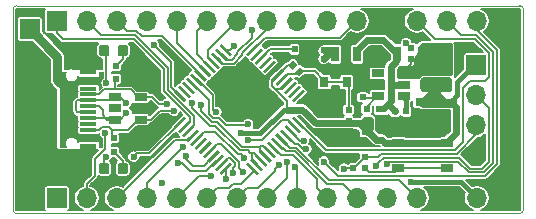
<source format=gtl>
G04 #@! TF.GenerationSoftware,KiCad,Pcbnew,5.1.5+dfsg1-2build2*
G04 #@! TF.CreationDate,2020-09-15T00:57:58+02:00*
G04 #@! TF.ProjectId,OtterPillG,4f747465-7250-4696-9c6c-472e6b696361,rev?*
G04 #@! TF.SameCoordinates,Original*
G04 #@! TF.FileFunction,Copper,L1,Top*
G04 #@! TF.FilePolarity,Positive*
%FSLAX46Y46*%
G04 Gerber Fmt 4.6, Leading zero omitted, Abs format (unit mm)*
G04 Created by KiCad (PCBNEW 5.1.5+dfsg1-2build2) date 2020-09-15 00:57:58*
%MOMM*%
%LPD*%
G04 APERTURE LIST*
%ADD10C,0.050000*%
%ADD11R,0.600000X0.500000*%
%ADD12R,0.500000X0.600000*%
%ADD13R,0.700000X1.300000*%
%ADD14R,0.800000X0.900000*%
%ADD15C,0.100000*%
%ADD16R,1.300000X0.700000*%
%ADD17R,0.900000X0.600000*%
%ADD18O,1.700000X1.700000*%
%ADD19R,1.700000X1.700000*%
%ADD20R,1.050000X0.650000*%
%ADD21R,1.060000X0.650000*%
%ADD22O,2.100000X1.000000*%
%ADD23O,1.600000X1.000000*%
%ADD24R,1.450000X0.600000*%
%ADD25R,1.450000X0.300000*%
%ADD26C,0.600000*%
%ADD27C,0.400000*%
%ADD28C,0.157000*%
%ADD29C,0.600000*%
%ADD30C,0.200000*%
%ADD31C,0.800000*%
%ADD32C,0.254000*%
G04 APERTURE END LIST*
D10*
X63200000Y-37100000D02*
G75*
G02X62900000Y-37400000I-300000J0D01*
G01*
X62900000Y-19800000D02*
G75*
G02X63200000Y-20100000I0J-300000D01*
G01*
X20000000Y-20100000D02*
G75*
G02X20300000Y-19800000I300000J0D01*
G01*
X20300000Y-37400000D02*
G75*
G02X20000000Y-37100000I0J300000D01*
G01*
X20000000Y-37100000D02*
X20000000Y-20100000D01*
X62900000Y-37400000D02*
X20300000Y-37400000D01*
X63200000Y-20100000D02*
X63200000Y-37100000D01*
X20300000Y-19800000D02*
X62900000Y-19800000D01*
D11*
X49830000Y-32620000D03*
X49830000Y-33560000D03*
D12*
X53270000Y-28750000D03*
X52330000Y-28750000D03*
D11*
X48400000Y-28630000D03*
X48400000Y-29570000D03*
D13*
X49150000Y-23900000D03*
X47250000Y-23900000D03*
D11*
X49600000Y-26615000D03*
X49600000Y-27555000D03*
X49930000Y-28520000D03*
X49930000Y-29460000D03*
X48800000Y-32625000D03*
X48800000Y-33565000D03*
D12*
X29470000Y-32200000D03*
X28530000Y-32200000D03*
X29670000Y-24900000D03*
X28730000Y-24900000D03*
X28730000Y-26000000D03*
X29670000Y-26000000D03*
X28530000Y-31000000D03*
X29470000Y-31000000D03*
D14*
X47300000Y-28300000D03*
X46350000Y-26300000D03*
X48250000Y-26300000D03*
G04 #@! TA.AperFunction,SMDPad,CuDef*
D15*
G36*
X43626866Y-29340140D02*
G01*
X43803643Y-29163363D01*
X44722882Y-30082602D01*
X44546105Y-30259379D01*
X43626866Y-29340140D01*
G37*
G04 #@! TD.AperFunction*
G04 #@! TA.AperFunction,SMDPad,CuDef*
G36*
X43273313Y-29693693D02*
G01*
X43450090Y-29516916D01*
X44369329Y-30436155D01*
X44192552Y-30612932D01*
X43273313Y-29693693D01*
G37*
G04 #@! TD.AperFunction*
G04 #@! TA.AperFunction,SMDPad,CuDef*
G36*
X42919759Y-30047247D02*
G01*
X43096536Y-29870470D01*
X44015775Y-30789709D01*
X43838998Y-30966486D01*
X42919759Y-30047247D01*
G37*
G04 #@! TD.AperFunction*
G04 #@! TA.AperFunction,SMDPad,CuDef*
G36*
X42566206Y-30400800D02*
G01*
X42742983Y-30224023D01*
X43662222Y-31143262D01*
X43485445Y-31320039D01*
X42566206Y-30400800D01*
G37*
G04 #@! TD.AperFunction*
G04 #@! TA.AperFunction,SMDPad,CuDef*
G36*
X42212653Y-30754353D02*
G01*
X42389430Y-30577576D01*
X43308669Y-31496815D01*
X43131892Y-31673592D01*
X42212653Y-30754353D01*
G37*
G04 #@! TD.AperFunction*
G04 #@! TA.AperFunction,SMDPad,CuDef*
G36*
X41859099Y-31107907D02*
G01*
X42035876Y-30931130D01*
X42955115Y-31850369D01*
X42778338Y-32027146D01*
X41859099Y-31107907D01*
G37*
G04 #@! TD.AperFunction*
G04 #@! TA.AperFunction,SMDPad,CuDef*
G36*
X41505546Y-31461460D02*
G01*
X41682323Y-31284683D01*
X42601562Y-32203922D01*
X42424785Y-32380699D01*
X41505546Y-31461460D01*
G37*
G04 #@! TD.AperFunction*
G04 #@! TA.AperFunction,SMDPad,CuDef*
G36*
X41151992Y-31815014D02*
G01*
X41328769Y-31638237D01*
X42248008Y-32557476D01*
X42071231Y-32734253D01*
X41151992Y-31815014D01*
G37*
G04 #@! TD.AperFunction*
G04 #@! TA.AperFunction,SMDPad,CuDef*
G36*
X40798439Y-32168567D02*
G01*
X40975216Y-31991790D01*
X41894455Y-32911029D01*
X41717678Y-33087806D01*
X40798439Y-32168567D01*
G37*
G04 #@! TD.AperFunction*
G04 #@! TA.AperFunction,SMDPad,CuDef*
G36*
X40444886Y-32522120D02*
G01*
X40621663Y-32345343D01*
X41540902Y-33264582D01*
X41364125Y-33441359D01*
X40444886Y-32522120D01*
G37*
G04 #@! TD.AperFunction*
G04 #@! TA.AperFunction,SMDPad,CuDef*
G36*
X40091332Y-32875674D02*
G01*
X40268109Y-32698897D01*
X41187348Y-33618136D01*
X41010571Y-33794913D01*
X40091332Y-32875674D01*
G37*
G04 #@! TD.AperFunction*
G04 #@! TA.AperFunction,SMDPad,CuDef*
G36*
X39737779Y-33229227D02*
G01*
X39914556Y-33052450D01*
X40833795Y-33971689D01*
X40657018Y-34148466D01*
X39737779Y-33229227D01*
G37*
G04 #@! TD.AperFunction*
G04 #@! TA.AperFunction,SMDPad,CuDef*
G36*
X38394276Y-33052450D02*
G01*
X38571053Y-33229227D01*
X37651814Y-34148466D01*
X37475037Y-33971689D01*
X38394276Y-33052450D01*
G37*
G04 #@! TD.AperFunction*
G04 #@! TA.AperFunction,SMDPad,CuDef*
G36*
X38040723Y-32698897D02*
G01*
X38217500Y-32875674D01*
X37298261Y-33794913D01*
X37121484Y-33618136D01*
X38040723Y-32698897D01*
G37*
G04 #@! TD.AperFunction*
G04 #@! TA.AperFunction,SMDPad,CuDef*
G36*
X37687169Y-32345343D02*
G01*
X37863946Y-32522120D01*
X36944707Y-33441359D01*
X36767930Y-33264582D01*
X37687169Y-32345343D01*
G37*
G04 #@! TD.AperFunction*
G04 #@! TA.AperFunction,SMDPad,CuDef*
G36*
X37333616Y-31991790D02*
G01*
X37510393Y-32168567D01*
X36591154Y-33087806D01*
X36414377Y-32911029D01*
X37333616Y-31991790D01*
G37*
G04 #@! TD.AperFunction*
G04 #@! TA.AperFunction,SMDPad,CuDef*
G36*
X36980063Y-31638237D02*
G01*
X37156840Y-31815014D01*
X36237601Y-32734253D01*
X36060824Y-32557476D01*
X36980063Y-31638237D01*
G37*
G04 #@! TD.AperFunction*
G04 #@! TA.AperFunction,SMDPad,CuDef*
G36*
X36626509Y-31284683D02*
G01*
X36803286Y-31461460D01*
X35884047Y-32380699D01*
X35707270Y-32203922D01*
X36626509Y-31284683D01*
G37*
G04 #@! TD.AperFunction*
G04 #@! TA.AperFunction,SMDPad,CuDef*
G36*
X36272956Y-30931130D02*
G01*
X36449733Y-31107907D01*
X35530494Y-32027146D01*
X35353717Y-31850369D01*
X36272956Y-30931130D01*
G37*
G04 #@! TD.AperFunction*
G04 #@! TA.AperFunction,SMDPad,CuDef*
G36*
X35919402Y-30577576D02*
G01*
X36096179Y-30754353D01*
X35176940Y-31673592D01*
X35000163Y-31496815D01*
X35919402Y-30577576D01*
G37*
G04 #@! TD.AperFunction*
G04 #@! TA.AperFunction,SMDPad,CuDef*
G36*
X35565849Y-30224023D02*
G01*
X35742626Y-30400800D01*
X34823387Y-31320039D01*
X34646610Y-31143262D01*
X35565849Y-30224023D01*
G37*
G04 #@! TD.AperFunction*
G04 #@! TA.AperFunction,SMDPad,CuDef*
G36*
X35212296Y-29870470D02*
G01*
X35389073Y-30047247D01*
X34469834Y-30966486D01*
X34293057Y-30789709D01*
X35212296Y-29870470D01*
G37*
G04 #@! TD.AperFunction*
G04 #@! TA.AperFunction,SMDPad,CuDef*
G36*
X34858742Y-29516916D02*
G01*
X35035519Y-29693693D01*
X34116280Y-30612932D01*
X33939503Y-30436155D01*
X34858742Y-29516916D01*
G37*
G04 #@! TD.AperFunction*
G04 #@! TA.AperFunction,SMDPad,CuDef*
G36*
X34505189Y-29163363D02*
G01*
X34681966Y-29340140D01*
X33762727Y-30259379D01*
X33585950Y-30082602D01*
X34505189Y-29163363D01*
G37*
G04 #@! TD.AperFunction*
G04 #@! TA.AperFunction,SMDPad,CuDef*
G36*
X33585950Y-27077398D02*
G01*
X33762727Y-26900621D01*
X34681966Y-27819860D01*
X34505189Y-27996637D01*
X33585950Y-27077398D01*
G37*
G04 #@! TD.AperFunction*
G04 #@! TA.AperFunction,SMDPad,CuDef*
G36*
X33939503Y-26723845D02*
G01*
X34116280Y-26547068D01*
X35035519Y-27466307D01*
X34858742Y-27643084D01*
X33939503Y-26723845D01*
G37*
G04 #@! TD.AperFunction*
G04 #@! TA.AperFunction,SMDPad,CuDef*
G36*
X34293057Y-26370291D02*
G01*
X34469834Y-26193514D01*
X35389073Y-27112753D01*
X35212296Y-27289530D01*
X34293057Y-26370291D01*
G37*
G04 #@! TD.AperFunction*
G04 #@! TA.AperFunction,SMDPad,CuDef*
G36*
X34646610Y-26016738D02*
G01*
X34823387Y-25839961D01*
X35742626Y-26759200D01*
X35565849Y-26935977D01*
X34646610Y-26016738D01*
G37*
G04 #@! TD.AperFunction*
G04 #@! TA.AperFunction,SMDPad,CuDef*
G36*
X35000163Y-25663185D02*
G01*
X35176940Y-25486408D01*
X36096179Y-26405647D01*
X35919402Y-26582424D01*
X35000163Y-25663185D01*
G37*
G04 #@! TD.AperFunction*
G04 #@! TA.AperFunction,SMDPad,CuDef*
G36*
X35353717Y-25309631D02*
G01*
X35530494Y-25132854D01*
X36449733Y-26052093D01*
X36272956Y-26228870D01*
X35353717Y-25309631D01*
G37*
G04 #@! TD.AperFunction*
G04 #@! TA.AperFunction,SMDPad,CuDef*
G36*
X35707270Y-24956078D02*
G01*
X35884047Y-24779301D01*
X36803286Y-25698540D01*
X36626509Y-25875317D01*
X35707270Y-24956078D01*
G37*
G04 #@! TD.AperFunction*
G04 #@! TA.AperFunction,SMDPad,CuDef*
G36*
X36060824Y-24602524D02*
G01*
X36237601Y-24425747D01*
X37156840Y-25344986D01*
X36980063Y-25521763D01*
X36060824Y-24602524D01*
G37*
G04 #@! TD.AperFunction*
G04 #@! TA.AperFunction,SMDPad,CuDef*
G36*
X36414377Y-24248971D02*
G01*
X36591154Y-24072194D01*
X37510393Y-24991433D01*
X37333616Y-25168210D01*
X36414377Y-24248971D01*
G37*
G04 #@! TD.AperFunction*
G04 #@! TA.AperFunction,SMDPad,CuDef*
G36*
X36767930Y-23895418D02*
G01*
X36944707Y-23718641D01*
X37863946Y-24637880D01*
X37687169Y-24814657D01*
X36767930Y-23895418D01*
G37*
G04 #@! TD.AperFunction*
G04 #@! TA.AperFunction,SMDPad,CuDef*
G36*
X37121484Y-23541864D02*
G01*
X37298261Y-23365087D01*
X38217500Y-24284326D01*
X38040723Y-24461103D01*
X37121484Y-23541864D01*
G37*
G04 #@! TD.AperFunction*
G04 #@! TA.AperFunction,SMDPad,CuDef*
G36*
X37475037Y-23188311D02*
G01*
X37651814Y-23011534D01*
X38571053Y-23930773D01*
X38394276Y-24107550D01*
X37475037Y-23188311D01*
G37*
G04 #@! TD.AperFunction*
G04 #@! TA.AperFunction,SMDPad,CuDef*
G36*
X40657018Y-23011534D02*
G01*
X40833795Y-23188311D01*
X39914556Y-24107550D01*
X39737779Y-23930773D01*
X40657018Y-23011534D01*
G37*
G04 #@! TD.AperFunction*
G04 #@! TA.AperFunction,SMDPad,CuDef*
G36*
X41010571Y-23365087D02*
G01*
X41187348Y-23541864D01*
X40268109Y-24461103D01*
X40091332Y-24284326D01*
X41010571Y-23365087D01*
G37*
G04 #@! TD.AperFunction*
G04 #@! TA.AperFunction,SMDPad,CuDef*
G36*
X41364125Y-23718641D02*
G01*
X41540902Y-23895418D01*
X40621663Y-24814657D01*
X40444886Y-24637880D01*
X41364125Y-23718641D01*
G37*
G04 #@! TD.AperFunction*
G04 #@! TA.AperFunction,SMDPad,CuDef*
G36*
X41717678Y-24072194D02*
G01*
X41894455Y-24248971D01*
X40975216Y-25168210D01*
X40798439Y-24991433D01*
X41717678Y-24072194D01*
G37*
G04 #@! TD.AperFunction*
G04 #@! TA.AperFunction,SMDPad,CuDef*
G36*
X42071231Y-24425747D02*
G01*
X42248008Y-24602524D01*
X41328769Y-25521763D01*
X41151992Y-25344986D01*
X42071231Y-24425747D01*
G37*
G04 #@! TD.AperFunction*
G04 #@! TA.AperFunction,SMDPad,CuDef*
G36*
X42424785Y-24779301D02*
G01*
X42601562Y-24956078D01*
X41682323Y-25875317D01*
X41505546Y-25698540D01*
X42424785Y-24779301D01*
G37*
G04 #@! TD.AperFunction*
G04 #@! TA.AperFunction,SMDPad,CuDef*
G36*
X42778338Y-25132854D02*
G01*
X42955115Y-25309631D01*
X42035876Y-26228870D01*
X41859099Y-26052093D01*
X42778338Y-25132854D01*
G37*
G04 #@! TD.AperFunction*
G04 #@! TA.AperFunction,SMDPad,CuDef*
G36*
X43131892Y-25486408D02*
G01*
X43308669Y-25663185D01*
X42389430Y-26582424D01*
X42212653Y-26405647D01*
X43131892Y-25486408D01*
G37*
G04 #@! TD.AperFunction*
G04 #@! TA.AperFunction,SMDPad,CuDef*
G36*
X43485445Y-25839961D02*
G01*
X43662222Y-26016738D01*
X42742983Y-26935977D01*
X42566206Y-26759200D01*
X43485445Y-25839961D01*
G37*
G04 #@! TD.AperFunction*
G04 #@! TA.AperFunction,SMDPad,CuDef*
G36*
X43838998Y-26193514D02*
G01*
X44015775Y-26370291D01*
X43096536Y-27289530D01*
X42919759Y-27112753D01*
X43838998Y-26193514D01*
G37*
G04 #@! TD.AperFunction*
G04 #@! TA.AperFunction,SMDPad,CuDef*
G36*
X44192552Y-26547068D02*
G01*
X44369329Y-26723845D01*
X43450090Y-27643084D01*
X43273313Y-27466307D01*
X44192552Y-26547068D01*
G37*
G04 #@! TD.AperFunction*
G04 #@! TA.AperFunction,SMDPad,CuDef*
G36*
X44546105Y-26900621D02*
G01*
X44722882Y-27077398D01*
X43803643Y-27996637D01*
X43626866Y-27819860D01*
X44546105Y-26900621D01*
G37*
G04 #@! TD.AperFunction*
G04 #@! TA.AperFunction,SMDPad,CuDef*
G36*
X44543431Y-26067695D02*
G01*
X44967695Y-25643431D01*
X45321249Y-25996985D01*
X44896985Y-26421249D01*
X44543431Y-26067695D01*
G37*
G04 #@! TD.AperFunction*
G04 #@! TA.AperFunction,SMDPad,CuDef*
G36*
X43878751Y-25403015D02*
G01*
X44303015Y-24978751D01*
X44656569Y-25332305D01*
X44232305Y-25756569D01*
X43878751Y-25403015D01*
G37*
G04 #@! TD.AperFunction*
D12*
X44770000Y-23500000D03*
X43830000Y-23500000D03*
D16*
X54690000Y-29900000D03*
X54690000Y-28000000D03*
G04 #@! TA.AperFunction,SMDPad,CuDef*
D15*
G36*
X43356569Y-24132305D02*
G01*
X42932305Y-24556569D01*
X42578751Y-24203015D01*
X43003015Y-23778751D01*
X43356569Y-24132305D01*
G37*
G04 #@! TD.AperFunction*
G04 #@! TA.AperFunction,SMDPad,CuDef*
G36*
X44021249Y-24796985D02*
G01*
X43596985Y-25221249D01*
X43243431Y-24867695D01*
X43667695Y-24443431D01*
X44021249Y-24796985D01*
G37*
G04 #@! TD.AperFunction*
D11*
X49800000Y-31470000D03*
X49800000Y-30530000D03*
D16*
X56400000Y-29910000D03*
X56400000Y-28010000D03*
D11*
X53720000Y-24340000D03*
X53720000Y-23400000D03*
D17*
X51180000Y-30090000D03*
X51180000Y-28590000D03*
D13*
X50630000Y-23890000D03*
X52530000Y-23890000D03*
D18*
X59200000Y-32470000D03*
X59200000Y-29930000D03*
X59200000Y-27390000D03*
D19*
X59200000Y-24850000D03*
G04 #@! TA.AperFunction,SMDPad,CuDef*
D15*
G36*
X56919504Y-23076204D02*
G01*
X56943773Y-23079804D01*
X56967571Y-23085765D01*
X56990671Y-23094030D01*
X57012849Y-23104520D01*
X57033893Y-23117133D01*
X57053598Y-23131747D01*
X57071777Y-23148223D01*
X57088253Y-23166402D01*
X57102867Y-23186107D01*
X57115480Y-23207151D01*
X57125970Y-23229329D01*
X57134235Y-23252429D01*
X57140196Y-23276227D01*
X57143796Y-23300496D01*
X57145000Y-23325000D01*
X57145000Y-24075000D01*
X57143796Y-24099504D01*
X57140196Y-24123773D01*
X57134235Y-24147571D01*
X57125970Y-24170671D01*
X57115480Y-24192849D01*
X57102867Y-24213893D01*
X57088253Y-24233598D01*
X57071777Y-24251777D01*
X57053598Y-24268253D01*
X57033893Y-24282867D01*
X57012849Y-24295480D01*
X56990671Y-24305970D01*
X56967571Y-24314235D01*
X56943773Y-24320196D01*
X56919504Y-24323796D01*
X56895000Y-24325000D01*
X54745000Y-24325000D01*
X54720496Y-24323796D01*
X54696227Y-24320196D01*
X54672429Y-24314235D01*
X54649329Y-24305970D01*
X54627151Y-24295480D01*
X54606107Y-24282867D01*
X54586402Y-24268253D01*
X54568223Y-24251777D01*
X54551747Y-24233598D01*
X54537133Y-24213893D01*
X54524520Y-24192849D01*
X54514030Y-24170671D01*
X54505765Y-24147571D01*
X54499804Y-24123773D01*
X54496204Y-24099504D01*
X54495000Y-24075000D01*
X54495000Y-23325000D01*
X54496204Y-23300496D01*
X54499804Y-23276227D01*
X54505765Y-23252429D01*
X54514030Y-23229329D01*
X54524520Y-23207151D01*
X54537133Y-23186107D01*
X54551747Y-23166402D01*
X54568223Y-23148223D01*
X54586402Y-23131747D01*
X54606107Y-23117133D01*
X54627151Y-23104520D01*
X54649329Y-23094030D01*
X54672429Y-23085765D01*
X54696227Y-23079804D01*
X54720496Y-23076204D01*
X54745000Y-23075000D01*
X56895000Y-23075000D01*
X56919504Y-23076204D01*
G37*
G04 #@! TD.AperFunction*
G04 #@! TA.AperFunction,SMDPad,CuDef*
G36*
X56919504Y-25876204D02*
G01*
X56943773Y-25879804D01*
X56967571Y-25885765D01*
X56990671Y-25894030D01*
X57012849Y-25904520D01*
X57033893Y-25917133D01*
X57053598Y-25931747D01*
X57071777Y-25948223D01*
X57088253Y-25966402D01*
X57102867Y-25986107D01*
X57115480Y-26007151D01*
X57125970Y-26029329D01*
X57134235Y-26052429D01*
X57140196Y-26076227D01*
X57143796Y-26100496D01*
X57145000Y-26125000D01*
X57145000Y-26875000D01*
X57143796Y-26899504D01*
X57140196Y-26923773D01*
X57134235Y-26947571D01*
X57125970Y-26970671D01*
X57115480Y-26992849D01*
X57102867Y-27013893D01*
X57088253Y-27033598D01*
X57071777Y-27051777D01*
X57053598Y-27068253D01*
X57033893Y-27082867D01*
X57012849Y-27095480D01*
X56990671Y-27105970D01*
X56967571Y-27114235D01*
X56943773Y-27120196D01*
X56919504Y-27123796D01*
X56895000Y-27125000D01*
X54745000Y-27125000D01*
X54720496Y-27123796D01*
X54696227Y-27120196D01*
X54672429Y-27114235D01*
X54649329Y-27105970D01*
X54627151Y-27095480D01*
X54606107Y-27082867D01*
X54586402Y-27068253D01*
X54568223Y-27051777D01*
X54551747Y-27033598D01*
X54537133Y-27013893D01*
X54524520Y-26992849D01*
X54514030Y-26970671D01*
X54505765Y-26947571D01*
X54499804Y-26923773D01*
X54496204Y-26899504D01*
X54495000Y-26875000D01*
X54495000Y-26125000D01*
X54496204Y-26100496D01*
X54499804Y-26076227D01*
X54505765Y-26052429D01*
X54514030Y-26029329D01*
X54524520Y-26007151D01*
X54537133Y-25986107D01*
X54551747Y-25966402D01*
X54568223Y-25948223D01*
X54586402Y-25931747D01*
X54606107Y-25917133D01*
X54627151Y-25904520D01*
X54649329Y-25894030D01*
X54672429Y-25885765D01*
X54696227Y-25879804D01*
X54720496Y-25876204D01*
X54745000Y-25875000D01*
X56895000Y-25875000D01*
X56919504Y-25876204D01*
G37*
G04 #@! TD.AperFunction*
D19*
X21420000Y-21780000D03*
X21420000Y-35340000D03*
D18*
X59260000Y-21100000D03*
X56720000Y-21100000D03*
X54180000Y-21100000D03*
X51640000Y-21100000D03*
X49100000Y-21100000D03*
X46560000Y-21100000D03*
X44020000Y-21100000D03*
X41480000Y-21100000D03*
X38940000Y-21100000D03*
X36400000Y-21100000D03*
X33860000Y-21100000D03*
X31320000Y-21100000D03*
X28780000Y-21100000D03*
X26240000Y-21100000D03*
D19*
X23700000Y-21100000D03*
D18*
X59260000Y-36100000D03*
X56720000Y-36100000D03*
X54180000Y-36100000D03*
X51640000Y-36100000D03*
X49100000Y-36100000D03*
X46560000Y-36100000D03*
X44020000Y-36100000D03*
X41480000Y-36100000D03*
X38940000Y-36100000D03*
X36400000Y-36100000D03*
X33860000Y-36100000D03*
X31320000Y-36100000D03*
X28780000Y-36100000D03*
X26240000Y-36100000D03*
D19*
X23700000Y-36100000D03*
D20*
X52625000Y-31437000D03*
X56775000Y-31437000D03*
X52625000Y-33587000D03*
X56775000Y-33587000D03*
D21*
X53070000Y-26480000D03*
X53070000Y-25530000D03*
X53070000Y-27430000D03*
X50870000Y-27430000D03*
X50870000Y-26480000D03*
X50870000Y-25530000D03*
X28600000Y-28500000D03*
X28600000Y-29450000D03*
X28600000Y-27550000D03*
X30800000Y-27550000D03*
X30800000Y-28500000D03*
X30800000Y-29450000D03*
D22*
X25454999Y-24250000D03*
X25454999Y-32890000D03*
D23*
X21274999Y-24250000D03*
X21274999Y-32890000D03*
D24*
X26369999Y-31770000D03*
X26369999Y-30970000D03*
D25*
X26369999Y-30320000D03*
X26369999Y-29820000D03*
X26369999Y-29320000D03*
X26369999Y-28820000D03*
X26369999Y-28320000D03*
X26369999Y-27820000D03*
X26369999Y-27320000D03*
X26369999Y-26820000D03*
D24*
X26369999Y-26170000D03*
X26369999Y-25370000D03*
G04 #@! TA.AperFunction,SMDPad,CuDef*
D15*
G36*
X27952691Y-33126053D02*
G01*
X27973926Y-33129203D01*
X27994750Y-33134419D01*
X28014962Y-33141651D01*
X28034368Y-33150830D01*
X28052781Y-33161866D01*
X28070024Y-33174654D01*
X28085930Y-33189070D01*
X28100346Y-33204976D01*
X28113134Y-33222219D01*
X28124170Y-33240632D01*
X28133349Y-33260038D01*
X28140581Y-33280250D01*
X28145797Y-33301074D01*
X28148947Y-33322309D01*
X28150000Y-33343750D01*
X28150000Y-33856250D01*
X28148947Y-33877691D01*
X28145797Y-33898926D01*
X28140581Y-33919750D01*
X28133349Y-33939962D01*
X28124170Y-33959368D01*
X28113134Y-33977781D01*
X28100346Y-33995024D01*
X28085930Y-34010930D01*
X28070024Y-34025346D01*
X28052781Y-34038134D01*
X28034368Y-34049170D01*
X28014962Y-34058349D01*
X27994750Y-34065581D01*
X27973926Y-34070797D01*
X27952691Y-34073947D01*
X27931250Y-34075000D01*
X27493750Y-34075000D01*
X27472309Y-34073947D01*
X27451074Y-34070797D01*
X27430250Y-34065581D01*
X27410038Y-34058349D01*
X27390632Y-34049170D01*
X27372219Y-34038134D01*
X27354976Y-34025346D01*
X27339070Y-34010930D01*
X27324654Y-33995024D01*
X27311866Y-33977781D01*
X27300830Y-33959368D01*
X27291651Y-33939962D01*
X27284419Y-33919750D01*
X27279203Y-33898926D01*
X27276053Y-33877691D01*
X27275000Y-33856250D01*
X27275000Y-33343750D01*
X27276053Y-33322309D01*
X27279203Y-33301074D01*
X27284419Y-33280250D01*
X27291651Y-33260038D01*
X27300830Y-33240632D01*
X27311866Y-33222219D01*
X27324654Y-33204976D01*
X27339070Y-33189070D01*
X27354976Y-33174654D01*
X27372219Y-33161866D01*
X27390632Y-33150830D01*
X27410038Y-33141651D01*
X27430250Y-33134419D01*
X27451074Y-33129203D01*
X27472309Y-33126053D01*
X27493750Y-33125000D01*
X27931250Y-33125000D01*
X27952691Y-33126053D01*
G37*
G04 #@! TD.AperFunction*
G04 #@! TA.AperFunction,SMDPad,CuDef*
G36*
X29527691Y-33126053D02*
G01*
X29548926Y-33129203D01*
X29569750Y-33134419D01*
X29589962Y-33141651D01*
X29609368Y-33150830D01*
X29627781Y-33161866D01*
X29645024Y-33174654D01*
X29660930Y-33189070D01*
X29675346Y-33204976D01*
X29688134Y-33222219D01*
X29699170Y-33240632D01*
X29708349Y-33260038D01*
X29715581Y-33280250D01*
X29720797Y-33301074D01*
X29723947Y-33322309D01*
X29725000Y-33343750D01*
X29725000Y-33856250D01*
X29723947Y-33877691D01*
X29720797Y-33898926D01*
X29715581Y-33919750D01*
X29708349Y-33939962D01*
X29699170Y-33959368D01*
X29688134Y-33977781D01*
X29675346Y-33995024D01*
X29660930Y-34010930D01*
X29645024Y-34025346D01*
X29627781Y-34038134D01*
X29609368Y-34049170D01*
X29589962Y-34058349D01*
X29569750Y-34065581D01*
X29548926Y-34070797D01*
X29527691Y-34073947D01*
X29506250Y-34075000D01*
X29068750Y-34075000D01*
X29047309Y-34073947D01*
X29026074Y-34070797D01*
X29005250Y-34065581D01*
X28985038Y-34058349D01*
X28965632Y-34049170D01*
X28947219Y-34038134D01*
X28929976Y-34025346D01*
X28914070Y-34010930D01*
X28899654Y-33995024D01*
X28886866Y-33977781D01*
X28875830Y-33959368D01*
X28866651Y-33939962D01*
X28859419Y-33919750D01*
X28854203Y-33898926D01*
X28851053Y-33877691D01*
X28850000Y-33856250D01*
X28850000Y-33343750D01*
X28851053Y-33322309D01*
X28854203Y-33301074D01*
X28859419Y-33280250D01*
X28866651Y-33260038D01*
X28875830Y-33240632D01*
X28886866Y-33222219D01*
X28899654Y-33204976D01*
X28914070Y-33189070D01*
X28929976Y-33174654D01*
X28947219Y-33161866D01*
X28965632Y-33150830D01*
X28985038Y-33141651D01*
X29005250Y-33134419D01*
X29026074Y-33129203D01*
X29047309Y-33126053D01*
X29068750Y-33125000D01*
X29506250Y-33125000D01*
X29527691Y-33126053D01*
G37*
G04 #@! TD.AperFunction*
G04 #@! TA.AperFunction,SMDPad,CuDef*
G36*
X27952691Y-23126053D02*
G01*
X27973926Y-23129203D01*
X27994750Y-23134419D01*
X28014962Y-23141651D01*
X28034368Y-23150830D01*
X28052781Y-23161866D01*
X28070024Y-23174654D01*
X28085930Y-23189070D01*
X28100346Y-23204976D01*
X28113134Y-23222219D01*
X28124170Y-23240632D01*
X28133349Y-23260038D01*
X28140581Y-23280250D01*
X28145797Y-23301074D01*
X28148947Y-23322309D01*
X28150000Y-23343750D01*
X28150000Y-23856250D01*
X28148947Y-23877691D01*
X28145797Y-23898926D01*
X28140581Y-23919750D01*
X28133349Y-23939962D01*
X28124170Y-23959368D01*
X28113134Y-23977781D01*
X28100346Y-23995024D01*
X28085930Y-24010930D01*
X28070024Y-24025346D01*
X28052781Y-24038134D01*
X28034368Y-24049170D01*
X28014962Y-24058349D01*
X27994750Y-24065581D01*
X27973926Y-24070797D01*
X27952691Y-24073947D01*
X27931250Y-24075000D01*
X27493750Y-24075000D01*
X27472309Y-24073947D01*
X27451074Y-24070797D01*
X27430250Y-24065581D01*
X27410038Y-24058349D01*
X27390632Y-24049170D01*
X27372219Y-24038134D01*
X27354976Y-24025346D01*
X27339070Y-24010930D01*
X27324654Y-23995024D01*
X27311866Y-23977781D01*
X27300830Y-23959368D01*
X27291651Y-23939962D01*
X27284419Y-23919750D01*
X27279203Y-23898926D01*
X27276053Y-23877691D01*
X27275000Y-23856250D01*
X27275000Y-23343750D01*
X27276053Y-23322309D01*
X27279203Y-23301074D01*
X27284419Y-23280250D01*
X27291651Y-23260038D01*
X27300830Y-23240632D01*
X27311866Y-23222219D01*
X27324654Y-23204976D01*
X27339070Y-23189070D01*
X27354976Y-23174654D01*
X27372219Y-23161866D01*
X27390632Y-23150830D01*
X27410038Y-23141651D01*
X27430250Y-23134419D01*
X27451074Y-23129203D01*
X27472309Y-23126053D01*
X27493750Y-23125000D01*
X27931250Y-23125000D01*
X27952691Y-23126053D01*
G37*
G04 #@! TD.AperFunction*
G04 #@! TA.AperFunction,SMDPad,CuDef*
G36*
X29527691Y-23126053D02*
G01*
X29548926Y-23129203D01*
X29569750Y-23134419D01*
X29589962Y-23141651D01*
X29609368Y-23150830D01*
X29627781Y-23161866D01*
X29645024Y-23174654D01*
X29660930Y-23189070D01*
X29675346Y-23204976D01*
X29688134Y-23222219D01*
X29699170Y-23240632D01*
X29708349Y-23260038D01*
X29715581Y-23280250D01*
X29720797Y-23301074D01*
X29723947Y-23322309D01*
X29725000Y-23343750D01*
X29725000Y-23856250D01*
X29723947Y-23877691D01*
X29720797Y-23898926D01*
X29715581Y-23919750D01*
X29708349Y-23939962D01*
X29699170Y-23959368D01*
X29688134Y-23977781D01*
X29675346Y-23995024D01*
X29660930Y-24010930D01*
X29645024Y-24025346D01*
X29627781Y-24038134D01*
X29609368Y-24049170D01*
X29589962Y-24058349D01*
X29569750Y-24065581D01*
X29548926Y-24070797D01*
X29527691Y-24073947D01*
X29506250Y-24075000D01*
X29068750Y-24075000D01*
X29047309Y-24073947D01*
X29026074Y-24070797D01*
X29005250Y-24065581D01*
X28985038Y-24058349D01*
X28965632Y-24049170D01*
X28947219Y-24038134D01*
X28929976Y-24025346D01*
X28914070Y-24010930D01*
X28899654Y-23995024D01*
X28886866Y-23977781D01*
X28875830Y-23959368D01*
X28866651Y-23939962D01*
X28859419Y-23919750D01*
X28854203Y-23898926D01*
X28851053Y-23877691D01*
X28850000Y-23856250D01*
X28850000Y-23343750D01*
X28851053Y-23322309D01*
X28854203Y-23301074D01*
X28859419Y-23280250D01*
X28866651Y-23260038D01*
X28875830Y-23240632D01*
X28886866Y-23222219D01*
X28899654Y-23204976D01*
X28914070Y-23189070D01*
X28929976Y-23174654D01*
X28947219Y-23161866D01*
X28965632Y-23150830D01*
X28985038Y-23141651D01*
X29005250Y-23134419D01*
X29026074Y-23129203D01*
X29047309Y-23126053D01*
X29068750Y-23125000D01*
X29506250Y-23125000D01*
X29527691Y-23126053D01*
G37*
G04 #@! TD.AperFunction*
D26*
X32600000Y-34800000D03*
X58500000Y-23200000D03*
X30300000Y-31000000D03*
X49882999Y-24887575D03*
X61680000Y-20540000D03*
X62680000Y-20540000D03*
X61680000Y-21540000D03*
X62680000Y-21540000D03*
X61680000Y-22540000D03*
X62680000Y-22540000D03*
X61680000Y-23540000D03*
X62680000Y-23540000D03*
X61680000Y-24540000D03*
X62680000Y-24540000D03*
X61680000Y-25540000D03*
X62680000Y-25540000D03*
X61680000Y-26540000D03*
X62680000Y-26540000D03*
X61680000Y-27540000D03*
X62680000Y-27540000D03*
X61680000Y-28540000D03*
X62680000Y-28540000D03*
X61680000Y-29540000D03*
X62680000Y-29540000D03*
X61680000Y-30540000D03*
X62680000Y-30540000D03*
X61680000Y-31540000D03*
X62680000Y-31540000D03*
X61680000Y-32540000D03*
X62680000Y-32540000D03*
X61680000Y-33540000D03*
X62680000Y-33540000D03*
X61680000Y-34540000D03*
X62680000Y-34540000D03*
X61680000Y-35540000D03*
X62680000Y-35540000D03*
X61680000Y-36540000D03*
X62680000Y-36540000D03*
X31800000Y-28500000D03*
X30500000Y-26000000D03*
X32000000Y-25400000D03*
X32000000Y-27000000D03*
X34100000Y-25500000D03*
X31600000Y-31400000D03*
X32800000Y-29700000D03*
X30800000Y-33200000D03*
X37000000Y-26400000D03*
X38100000Y-25400000D03*
X40200000Y-25400000D03*
X42400000Y-28000000D03*
X38400000Y-29200000D03*
X37600000Y-27800000D03*
X41000000Y-29300000D03*
X45100000Y-27800000D03*
X46100000Y-30600000D03*
X49000000Y-31400000D03*
X45600000Y-32400000D03*
X47300000Y-27200000D03*
X45500000Y-23500000D03*
X49000000Y-25200000D03*
X49800000Y-25800000D03*
X46600000Y-25200000D03*
X51400000Y-23900000D03*
X50100000Y-23890000D03*
X51200000Y-29500000D03*
X52200000Y-30600000D03*
X54300000Y-29000000D03*
X55100000Y-29000000D03*
X55900000Y-29000000D03*
X56700000Y-29000000D03*
X53400000Y-29600000D03*
X50870000Y-25530000D03*
X53300000Y-23000000D03*
X28592990Y-28500000D03*
X51500030Y-31437000D03*
X27900000Y-26342990D03*
X39300000Y-30600000D03*
X27800000Y-30600000D03*
X38000000Y-34500000D03*
X48014332Y-33611991D03*
X38600000Y-34000000D03*
X50700000Y-33350479D03*
X35900010Y-28200000D03*
X33600000Y-28700000D03*
X35121337Y-28021337D03*
X32999998Y-28100000D03*
X29600000Y-28900000D03*
X33999479Y-33100521D03*
X29577893Y-28084211D03*
X34600521Y-32499479D03*
X24500000Y-28800000D03*
X24500000Y-27900000D03*
X25150000Y-27200000D03*
X25150000Y-30357010D03*
X24770000Y-29600000D03*
X24300000Y-30450000D03*
X24460000Y-26810000D03*
X46300000Y-23600000D03*
X46300000Y-24300000D03*
X53700006Y-34763530D03*
X27828661Y-32628665D03*
X30200000Y-32600000D03*
X39539784Y-32668374D03*
X46300000Y-33000000D03*
X39500000Y-33900000D03*
X51628658Y-33228668D03*
X38700000Y-23200000D03*
X40200000Y-21900000D03*
X44834371Y-31955737D03*
X43905121Y-33464490D03*
X43200000Y-33000000D03*
X44596698Y-31237003D03*
X39900722Y-29857747D03*
X42500000Y-33300000D03*
X36800000Y-34200000D03*
X39878064Y-31214977D03*
X34396773Y-31737508D03*
X37199998Y-28799998D03*
X31900702Y-23099298D03*
D27*
X25454999Y-32685000D02*
X26369999Y-31770000D01*
X25454999Y-32890000D02*
X25454999Y-32685000D01*
X26369999Y-25165000D02*
X25454999Y-24250000D01*
X26369999Y-25370000D02*
X26369999Y-25165000D01*
D28*
X24942500Y-32890000D02*
X25454999Y-32890000D01*
D29*
X50760000Y-26480000D02*
X50692990Y-26412990D01*
X49660000Y-26470000D02*
X49890000Y-26470000D01*
X49530000Y-26600000D02*
X49660000Y-26470000D01*
X49890000Y-26470000D02*
X49890000Y-26312001D01*
X50057999Y-26480000D02*
X49890000Y-26312001D01*
X50760000Y-26480000D02*
X50057999Y-26480000D01*
X50542500Y-24228074D02*
X50542500Y-23890000D01*
X49890000Y-26312001D02*
X49882999Y-26305000D01*
X49882999Y-26305000D02*
X49882999Y-24887575D01*
X49882999Y-24887575D02*
X50542500Y-24228074D01*
X49882999Y-24887575D02*
X49882999Y-24887575D01*
X50542500Y-23890000D02*
X50542500Y-23890000D01*
D30*
X53720000Y-24770000D02*
X52960000Y-25530000D01*
X53720000Y-24355000D02*
X53720000Y-24770000D01*
X50760000Y-25530000D02*
X50760000Y-25390684D01*
X50760000Y-25390685D02*
X50760000Y-25530000D01*
D28*
X53599999Y-23299999D02*
X53300000Y-23000000D01*
X53720000Y-23385000D02*
X53685000Y-23385000D01*
X53685000Y-23385000D02*
X53599999Y-23299999D01*
D30*
X27712500Y-23600000D02*
X27400000Y-23600000D01*
D31*
X56490000Y-28012500D02*
X56500000Y-28022500D01*
X54690000Y-28012500D02*
X56490000Y-28012500D01*
X55600000Y-27102500D02*
X54690000Y-28012500D01*
X55600000Y-26680000D02*
X55600000Y-27102500D01*
X55600000Y-27122500D02*
X56500000Y-28022500D01*
X55600000Y-26680000D02*
X55600000Y-27122500D01*
D29*
X56775000Y-31437000D02*
X51500030Y-31437000D01*
D28*
X51924294Y-31437000D02*
X51500030Y-31437000D01*
X53090532Y-31437000D02*
X51924294Y-31437000D01*
D29*
X50230000Y-29485000D02*
X49810000Y-29485000D01*
X50230000Y-30166970D02*
X50230000Y-29485000D01*
X49265000Y-29770000D02*
X48920000Y-29770000D01*
X49930000Y-30435000D02*
X49265000Y-29770000D01*
X49930000Y-29605000D02*
X49810000Y-29485000D01*
X49930000Y-30435000D02*
X49930000Y-29605000D01*
X50134908Y-30515000D02*
X49930000Y-30515000D01*
X50756909Y-31137001D02*
X50134908Y-30515000D01*
X51200031Y-31137001D02*
X50756909Y-31137001D01*
X51500030Y-31437000D02*
X51200031Y-31137001D01*
D30*
X27775000Y-23675000D02*
X27900000Y-23800000D01*
X27900000Y-23800000D02*
X27900000Y-25918726D01*
X27900000Y-25918726D02*
X27900000Y-26342990D01*
X43255629Y-24832340D02*
X42407107Y-25680862D01*
X43632340Y-24832340D02*
X43255629Y-24832340D01*
X41900000Y-26187969D02*
X42407107Y-25680862D01*
X41900000Y-26600000D02*
X41900000Y-26187969D01*
X42602183Y-26900000D02*
X42200000Y-26900000D01*
X42200000Y-26900000D02*
X41900000Y-26600000D01*
X43114214Y-26387969D02*
X42602183Y-26900000D01*
D31*
X57177500Y-28022500D02*
X57200000Y-28000000D01*
X56500000Y-28022500D02*
X57177500Y-28022500D01*
X57165000Y-28010000D02*
X57177500Y-28022500D01*
X56500000Y-28010000D02*
X57165000Y-28010000D01*
D27*
X57600000Y-26294498D02*
X57600000Y-27400000D01*
X59044498Y-24850000D02*
X57600000Y-26294498D01*
X59200000Y-24850000D02*
X59044498Y-24850000D01*
X57165000Y-27835000D02*
X57600000Y-27400000D01*
X57165000Y-28010000D02*
X57165000Y-27835000D01*
D29*
X56775000Y-31357602D02*
X56775000Y-31437000D01*
X57165000Y-28010000D02*
X57507001Y-28352001D01*
X57507001Y-28352001D02*
X57507001Y-30625601D01*
X57507001Y-30625601D02*
X56775000Y-31357602D01*
D30*
X42229364Y-25858605D02*
X42407107Y-25680862D01*
X41900000Y-26187969D02*
X42229364Y-25858605D01*
D28*
X27800000Y-31024264D02*
X27800000Y-30600000D01*
X26240000Y-34897919D02*
X26900000Y-34237919D01*
X26240000Y-36100000D02*
X26240000Y-34897919D01*
X26900000Y-34237919D02*
X26900000Y-32800000D01*
X26900000Y-32800000D02*
X27800000Y-31900000D01*
X27800000Y-31900000D02*
X27800000Y-31024264D01*
D29*
X44500000Y-28600000D02*
X43200000Y-28600000D01*
X45630000Y-29730000D02*
X44500000Y-28600000D01*
X49565000Y-29730000D02*
X45630000Y-29730000D01*
X49810000Y-29485000D02*
X49565000Y-29730000D01*
D30*
X43200000Y-27900000D02*
X41900000Y-26600000D01*
X43200000Y-28600000D02*
X43200000Y-27900000D01*
D27*
X39342025Y-30557975D02*
X39300000Y-30600000D01*
X40942025Y-30557975D02*
X39342025Y-30557975D01*
X42900000Y-28600000D02*
X40942025Y-30557975D01*
X43200000Y-28600000D02*
X42900000Y-28600000D01*
D30*
X29287500Y-24327500D02*
X28715000Y-24900000D01*
X29287500Y-23600000D02*
X29287500Y-24327500D01*
X29287500Y-32972500D02*
X28515000Y-32200000D01*
X29287500Y-33600000D02*
X29287500Y-32972500D01*
X49930000Y-28370000D02*
X49930000Y-28505000D01*
X49580000Y-27620000D02*
X50570000Y-27620000D01*
X49540000Y-27580000D02*
X49580000Y-27620000D01*
X50570000Y-27620000D02*
X50760000Y-27430000D01*
X50760000Y-27430000D02*
X50760000Y-27540000D01*
X50760000Y-27540000D02*
X49930000Y-28370000D01*
D28*
X48885000Y-33565000D02*
X49830000Y-32620000D01*
X48800000Y-33565000D02*
X48885000Y-33565000D01*
X38023045Y-34476955D02*
X38000000Y-34500000D01*
X38023045Y-33600458D02*
X38023045Y-34476955D01*
X48061323Y-33565000D02*
X48014332Y-33611991D01*
X48800000Y-33565000D02*
X48061323Y-33565000D01*
X50880000Y-32620000D02*
X49830000Y-32620000D01*
X51149512Y-32350488D02*
X50880000Y-32620000D01*
X57549512Y-32350488D02*
X51149512Y-32350488D01*
X59200000Y-30700000D02*
X57549512Y-32350488D01*
X59200000Y-29930000D02*
X59200000Y-30700000D01*
X38600000Y-33575736D02*
X38600000Y-34000000D01*
X38806563Y-33369173D02*
X38600000Y-33575736D01*
X38806563Y-33131674D02*
X38806563Y-33369173D01*
X38374889Y-32700000D02*
X38806563Y-33131674D01*
X38216397Y-32700000D02*
X38374889Y-32700000D01*
X37669492Y-33246905D02*
X38216397Y-32700000D01*
X50999999Y-33050480D02*
X50700000Y-33350479D01*
X58723458Y-33600000D02*
X57787957Y-32664499D01*
X60300000Y-33000000D02*
X59700000Y-33600000D01*
X60300000Y-28490000D02*
X60300000Y-33000000D01*
X59200000Y-27390000D02*
X60300000Y-28490000D01*
X59700000Y-33600000D02*
X58723458Y-33600000D01*
X57787957Y-32664499D02*
X51385980Y-32664499D01*
X51385980Y-32664499D02*
X50999999Y-33050480D01*
X28400000Y-30340000D02*
X28380000Y-30320000D01*
X28400000Y-31012500D02*
X28400000Y-30340000D01*
X40900000Y-31700000D02*
X40900000Y-32093351D01*
X40900000Y-32093351D02*
X41346447Y-32539798D01*
X41200000Y-31700000D02*
X40900000Y-31700000D01*
X41700000Y-32200000D02*
X41200000Y-31700000D01*
X41700000Y-32186245D02*
X41700000Y-32200000D01*
X29725000Y-30320000D02*
X28380000Y-30320000D01*
X30595000Y-29450000D02*
X29725000Y-30320000D01*
X30800000Y-29450000D02*
X30595000Y-29450000D01*
X32400000Y-28700000D02*
X33600000Y-28700000D01*
X31650000Y-29450000D02*
X32400000Y-28700000D01*
X30800000Y-29450000D02*
X31650000Y-29450000D01*
X27251999Y-30320000D02*
X26369999Y-30320000D01*
X27507500Y-30064499D02*
X27251999Y-30320000D01*
X28124499Y-30064499D02*
X27507500Y-30064499D01*
X28380000Y-30320000D02*
X28124499Y-30064499D01*
X37306409Y-29650487D02*
X36813867Y-29650487D01*
X40849513Y-31750487D02*
X39406409Y-31750487D01*
X39406409Y-31750487D02*
X37306409Y-29650487D01*
X36813867Y-29650487D02*
X35900010Y-28736630D01*
X40900000Y-31700000D02*
X40849513Y-31750487D01*
X35900010Y-28736630D02*
X35900010Y-28624264D01*
X35900010Y-28624264D02*
X35900010Y-28200000D01*
X28600000Y-26900000D02*
X28600000Y-26087500D01*
X27294999Y-27320000D02*
X26369999Y-27320000D01*
X27714999Y-26900000D02*
X27294999Y-27320000D01*
X28600000Y-26900000D02*
X27714999Y-26900000D01*
X40992894Y-32892894D02*
X40400000Y-32300000D01*
X40400000Y-32300000D02*
X40100000Y-32300000D01*
X40992894Y-32893351D02*
X40992894Y-32892894D01*
X29524364Y-26900000D02*
X28600000Y-26900000D01*
X29945000Y-26900000D02*
X29524364Y-26900000D01*
X30595000Y-27550000D02*
X29945000Y-26900000D01*
X30800000Y-27550000D02*
X30595000Y-27550000D01*
X32349999Y-28100000D02*
X32999998Y-28100000D01*
X31799999Y-27550000D02*
X32349999Y-28100000D01*
X30800000Y-27550000D02*
X31799999Y-27550000D01*
X37114498Y-29964498D02*
X36640234Y-29964498D01*
X39864498Y-32064498D02*
X39214498Y-32064498D01*
X39214498Y-32064498D02*
X37114498Y-29964498D01*
X35121337Y-28445601D02*
X35121337Y-28021337D01*
X36640234Y-29964498D02*
X35121337Y-28445601D01*
X40100000Y-32300000D02*
X39864498Y-32064498D01*
X40200000Y-32400000D02*
X40200000Y-32807565D01*
X40200000Y-32807565D02*
X40639340Y-33246905D01*
X40100000Y-32300000D02*
X40200000Y-32400000D01*
D30*
X28470000Y-29320000D02*
X28600000Y-29450000D01*
X26369999Y-29320000D02*
X28470000Y-29320000D01*
X27950000Y-29450000D02*
X28600000Y-29450000D01*
X27600000Y-29100000D02*
X27950000Y-29450000D01*
X27600000Y-28625001D02*
X27600000Y-29100000D01*
X27294999Y-28320000D02*
X27600000Y-28625001D01*
X26369999Y-28320000D02*
X27294999Y-28320000D01*
X29050000Y-29450000D02*
X29600000Y-28900000D01*
X28600000Y-29450000D02*
X29050000Y-29450000D01*
X34282322Y-33100521D02*
X35006801Y-33825000D01*
X33999479Y-33100521D02*
X34282322Y-33100521D01*
X37280584Y-32893351D02*
X37315938Y-32893351D01*
X36348935Y-33825000D02*
X37280584Y-32893351D01*
X35006801Y-33825000D02*
X36348935Y-33825000D01*
X28330000Y-27820000D02*
X28600000Y-27550000D01*
X26369999Y-27820000D02*
X28330000Y-27820000D01*
X25444999Y-28820000D02*
X25300000Y-28675001D01*
X26369999Y-28820000D02*
X25444999Y-28820000D01*
X25444999Y-27820000D02*
X26369999Y-27820000D01*
X25300000Y-27964999D02*
X25444999Y-27820000D01*
X25300000Y-28675001D02*
X25300000Y-27964999D01*
X29043682Y-27550000D02*
X29577893Y-28084211D01*
X28600000Y-27550000D02*
X29043682Y-27550000D01*
X34600521Y-32782322D02*
X35193199Y-33375000D01*
X34600521Y-32499479D02*
X34600521Y-32782322D01*
X36962385Y-32575152D02*
X36962385Y-32539798D01*
X36162537Y-33375000D02*
X36962385Y-32575152D01*
X35193199Y-33375000D02*
X36162537Y-33375000D01*
D31*
X21420000Y-21780000D02*
X23750000Y-24110000D01*
X23750000Y-24110000D02*
X23750000Y-26100000D01*
X23750000Y-26100000D02*
X24460000Y-26810000D01*
D29*
X46950000Y-23600000D02*
X47250000Y-23900000D01*
X46300000Y-23600000D02*
X46950000Y-23600000D01*
X46950000Y-23650000D02*
X46950000Y-23600000D01*
X46300000Y-24300000D02*
X46950000Y-23650000D01*
D27*
X54124270Y-34763530D02*
X53700006Y-34763530D01*
X57923530Y-34763530D02*
X54124270Y-34763530D01*
X59260000Y-36100000D02*
X57923530Y-34763530D01*
X53285000Y-27755000D02*
X52960000Y-27430000D01*
X53285000Y-28750000D02*
X53285000Y-27755000D01*
D28*
X56773000Y-33585000D02*
X56775000Y-33587000D01*
X50140989Y-33885989D02*
X52326011Y-33885989D01*
X49830000Y-33575000D02*
X50140989Y-33885989D01*
X52326011Y-33885989D02*
X52625000Y-33587000D01*
X52625000Y-33587000D02*
X56775000Y-33587000D01*
X23700000Y-36100000D02*
X24300000Y-36100000D01*
X27712500Y-32744826D02*
X27828661Y-32628665D01*
X27712500Y-33600000D02*
X27712500Y-32744826D01*
X30499999Y-32300001D02*
X30200000Y-32600000D01*
X31545328Y-32300001D02*
X30499999Y-32300001D01*
X34133958Y-29711371D02*
X31545328Y-32300001D01*
X39500000Y-32800000D02*
X39500000Y-32708158D01*
X39500000Y-32708158D02*
X39539784Y-32668374D01*
X39261177Y-32397236D02*
X39561176Y-32697235D01*
X39009653Y-32397236D02*
X39261177Y-32397236D01*
X37112417Y-30500000D02*
X39009653Y-32397236D01*
X36173755Y-30500000D02*
X37112417Y-30500000D01*
X35548171Y-31125584D02*
X36173755Y-30500000D01*
X59260000Y-21860000D02*
X59260000Y-21100000D01*
X61000000Y-23600000D02*
X59260000Y-21860000D01*
X61000000Y-33188154D02*
X61000000Y-23600000D01*
X59960135Y-34228021D02*
X61000000Y-33188154D01*
X47528020Y-34228020D02*
X59960135Y-34228021D01*
X46300000Y-33000000D02*
X47528020Y-34228020D01*
X39200001Y-33600001D02*
X39500000Y-33900000D01*
X39120574Y-33001607D02*
X39120574Y-33520574D01*
X37614044Y-31495077D02*
X39120574Y-33001607D01*
X39120574Y-33520574D02*
X39200001Y-33600001D01*
X37300000Y-31495077D02*
X37614044Y-31495077D01*
X36608832Y-32186245D02*
X37300000Y-31495077D01*
X51857326Y-33000000D02*
X51628658Y-33228668D01*
X57679380Y-33000000D02*
X51857326Y-33000000D01*
X58593390Y-33914010D02*
X57679380Y-33000000D01*
X59830067Y-33914011D02*
X58593390Y-33914010D01*
X60614011Y-23696031D02*
X60614010Y-33130068D01*
X57920000Y-22300000D02*
X59217980Y-22300000D01*
X60614010Y-33130068D02*
X59830067Y-33914011D01*
X56720000Y-21100000D02*
X57920000Y-22300000D01*
X59217980Y-22300000D02*
X60614011Y-23696031D01*
X59087913Y-22614011D02*
X55694011Y-22614011D01*
X60300000Y-23826098D02*
X59087913Y-22614011D01*
X60300000Y-25873902D02*
X60300000Y-23826098D01*
X59973902Y-26200000D02*
X60300000Y-25873902D01*
X55694011Y-22614011D02*
X55029999Y-21949999D01*
X58700000Y-26200000D02*
X59973902Y-26200000D01*
X55029999Y-21949999D02*
X54180000Y-21100000D01*
X58100000Y-31355922D02*
X58100000Y-26800000D01*
X58100000Y-26800000D02*
X58700000Y-26200000D01*
X46499980Y-32036477D02*
X57419445Y-32036477D01*
X57419445Y-32036477D02*
X58100000Y-31355922D01*
X44174874Y-29711371D02*
X46499980Y-32036477D01*
X48250001Y-21949999D02*
X49100000Y-21100000D01*
X47700000Y-22500000D02*
X48250001Y-21949999D01*
X41345329Y-22500000D02*
X47700000Y-22500000D01*
X40285787Y-23559542D02*
X41345329Y-22500000D01*
X38340458Y-23559542D02*
X38700000Y-23200000D01*
X38023045Y-23559542D02*
X38340458Y-23559542D01*
X40200000Y-22524364D02*
X40200000Y-22324264D01*
X39000000Y-23724364D02*
X40200000Y-22524364D01*
X39000000Y-23900000D02*
X39000000Y-23724364D01*
X40200000Y-22324264D02*
X40200000Y-21900000D01*
X38500000Y-24400000D02*
X39000000Y-23900000D01*
X38156397Y-24400000D02*
X38500000Y-24400000D01*
X37669492Y-23913095D02*
X38156397Y-24400000D01*
X41480000Y-21749253D02*
X41480000Y-21100000D01*
X39400000Y-23829253D02*
X41480000Y-21749253D01*
X39400000Y-24000000D02*
X39400000Y-23829253D01*
X38678429Y-24721571D02*
X39400000Y-24000000D01*
X37770860Y-24721571D02*
X38678429Y-24721571D01*
X37315938Y-24266649D02*
X37770860Y-24721571D01*
D30*
X38090001Y-21949999D02*
X38940000Y-21100000D01*
X36510920Y-23529080D02*
X38090001Y-21949999D01*
X36510920Y-24168737D02*
X36510920Y-23529080D01*
X36962385Y-24620202D02*
X36510920Y-24168737D01*
D28*
X35550001Y-21949999D02*
X36400000Y-21100000D01*
X35550001Y-23914924D02*
X35550001Y-21949999D01*
X36608832Y-24973755D02*
X35550001Y-23914924D01*
X33860000Y-22932031D02*
X33860000Y-21100000D01*
X36255278Y-25327309D02*
X33860000Y-22932031D01*
X29629999Y-21949999D02*
X28780000Y-21100000D01*
X30438155Y-21949999D02*
X29629999Y-21949999D01*
X30888156Y-22400000D02*
X30438155Y-21949999D01*
X32620863Y-22400000D02*
X30888156Y-22400000D01*
X35901725Y-25680862D02*
X32620863Y-22400000D01*
X35314011Y-29945532D02*
X34841065Y-30418478D01*
X35314011Y-29138522D02*
X35314011Y-29945532D01*
X33085989Y-26910500D02*
X35314011Y-29138522D01*
X30351087Y-22307009D02*
X33085989Y-25041911D01*
X27447009Y-22307009D02*
X30351087Y-22307009D01*
X33085989Y-25041911D02*
X33085989Y-26910500D01*
X26240000Y-21100000D02*
X27447009Y-22307009D01*
X35000000Y-29552435D02*
X34487511Y-30064924D01*
X35000000Y-29268589D02*
X35000000Y-29552435D01*
X32771978Y-25171978D02*
X32771979Y-27040568D01*
X30264020Y-22664020D02*
X32771978Y-25171978D01*
X24214020Y-22664020D02*
X30264020Y-22664020D01*
X32771979Y-27040568D02*
X35000000Y-29268589D01*
X23700000Y-22150000D02*
X24214020Y-22664020D01*
X23700000Y-21100000D02*
X23700000Y-22150000D01*
X53330001Y-35250001D02*
X54180000Y-36100000D01*
X46721307Y-34600000D02*
X52680000Y-34600000D01*
X43957785Y-31836478D02*
X46721307Y-34600000D01*
X43471555Y-31836478D02*
X43957785Y-31836478D01*
X52680000Y-34600000D02*
X53330001Y-35250001D01*
X42760661Y-31125584D02*
X43471555Y-31836478D01*
X48250001Y-35250001D02*
X49100000Y-36100000D01*
X47928022Y-34928022D02*
X48250001Y-35250001D01*
X46605251Y-34928022D02*
X47928022Y-34928022D01*
X43827718Y-32150489D02*
X46605251Y-34928022D01*
X43078458Y-32150489D02*
X43827718Y-32150489D01*
X42407107Y-31479138D02*
X43078458Y-32150489D01*
X45710001Y-35250001D02*
X46560000Y-36100000D01*
X45710001Y-34476850D02*
X45710001Y-35250001D01*
X43697650Y-32464499D02*
X45710001Y-34476850D01*
X42685362Y-32464499D02*
X43697650Y-32464499D01*
X42053554Y-31832691D02*
X42685362Y-32464499D01*
X44020000Y-36100000D02*
X44020000Y-33579369D01*
X44020000Y-33579369D02*
X43905121Y-33464490D01*
X44555737Y-31955737D02*
X44834371Y-31955737D01*
X44100000Y-31500000D02*
X44555737Y-31955737D01*
X43842183Y-31500000D02*
X44100000Y-31500000D01*
X43114214Y-30772031D02*
X43842183Y-31500000D01*
X43200000Y-34380000D02*
X43200000Y-33000000D01*
X41480000Y-36100000D02*
X43200000Y-34380000D01*
X44286292Y-31237003D02*
X44596698Y-31237003D01*
X43467767Y-30418478D02*
X44286292Y-31237003D01*
X42200001Y-33799999D02*
X42200001Y-33599999D01*
X39789999Y-35250001D02*
X40749999Y-35250001D01*
X38940000Y-36100000D02*
X39789999Y-35250001D01*
X42200001Y-33599999D02*
X42500000Y-33300000D01*
X40749999Y-35250001D02*
X42200001Y-33799999D01*
X39858469Y-29900000D02*
X39900722Y-29857747D01*
X38000000Y-29900000D02*
X39858469Y-29900000D01*
X37436476Y-29336476D02*
X38000000Y-29900000D01*
X36943934Y-29336476D02*
X37436476Y-29336476D01*
X36564499Y-28957041D02*
X36943934Y-29336476D01*
X36564499Y-27764499D02*
X36564499Y-28957041D01*
X35194618Y-26394618D02*
X36564499Y-27764499D01*
X35194618Y-26387969D02*
X35194618Y-26394618D01*
X37249999Y-35250001D02*
X36400000Y-36100000D01*
X38242543Y-35250001D02*
X37249999Y-35250001D01*
X40285787Y-33600458D02*
X40285787Y-33906757D01*
X38592544Y-34900000D02*
X38242543Y-35250001D01*
X40285787Y-33906757D02*
X39292544Y-34900000D01*
X39292544Y-34900000D02*
X38592544Y-34900000D01*
X42800000Y-29500000D02*
X41085023Y-31214977D01*
X41085023Y-31214977D02*
X39878064Y-31214977D01*
X43256397Y-29500000D02*
X42800000Y-29500000D01*
X43821321Y-30064924D02*
X43256397Y-29500000D01*
X33860000Y-36100000D02*
X35760000Y-34200000D01*
X35760000Y-34200000D02*
X36375736Y-34200000D01*
X36375736Y-34200000D02*
X36800000Y-34200000D01*
X31320000Y-36100000D02*
X31320000Y-34814281D01*
X31320000Y-34814281D02*
X34396773Y-31737508D01*
X36900000Y-28600000D02*
X37099998Y-28799998D01*
X36900000Y-27386245D02*
X36900000Y-28600000D01*
X37099998Y-28799998D02*
X37199998Y-28799998D01*
X35548171Y-26034416D02*
X36900000Y-27386245D01*
X29629999Y-35250001D02*
X28780000Y-36100000D01*
X33678004Y-31201996D02*
X29629999Y-35250001D01*
X34764653Y-31201996D02*
X33678004Y-31201996D01*
X35194618Y-30772031D02*
X34764653Y-31201996D01*
D29*
X52080000Y-26480000D02*
X52960000Y-26480000D01*
X51972999Y-26587001D02*
X52080000Y-26480000D01*
X51972999Y-27894603D02*
X51972999Y-26587001D01*
X51800000Y-28235000D02*
X51800000Y-28067602D01*
X52315000Y-28750000D02*
X51800000Y-28235000D01*
X51800000Y-28067602D02*
X51972999Y-27894603D01*
X51972999Y-26372999D02*
X52080000Y-26480000D01*
X51972999Y-24965417D02*
X51972999Y-26372999D01*
X52417500Y-23890000D02*
X52417500Y-24520916D01*
X52417500Y-24520916D02*
X51972999Y-24965417D01*
X51373058Y-28494544D02*
X51500001Y-28367601D01*
X51500001Y-28367601D02*
X51800000Y-28067602D01*
X51340000Y-22700000D02*
X52530000Y-23890000D01*
X50000000Y-22700000D02*
X51340000Y-22700000D01*
X49150000Y-23550000D02*
X50000000Y-22700000D01*
X49150000Y-23900000D02*
X49150000Y-23550000D01*
D30*
X41759543Y-23500000D02*
X43830000Y-23500000D01*
X40992894Y-24266649D02*
X41759543Y-23500000D01*
X44055528Y-25579792D02*
X44267660Y-25367660D01*
X44052369Y-25582951D02*
X44055528Y-25579792D01*
X43212126Y-25582951D02*
X44052369Y-25582951D01*
X42760661Y-26034416D02*
X43212126Y-25582951D01*
X48250000Y-26300000D02*
X46350000Y-26300000D01*
X46200000Y-26450000D02*
X46350000Y-26300000D01*
X44621214Y-25367660D02*
X44267660Y-25367660D01*
X45567660Y-25367660D02*
X44621214Y-25367660D01*
X46350000Y-26150000D02*
X45567660Y-25367660D01*
X46350000Y-26300000D02*
X46350000Y-26150000D01*
X48400000Y-26450000D02*
X48250000Y-26300000D01*
X48400000Y-28630000D02*
X48400000Y-26450000D01*
D28*
X32200701Y-23399297D02*
X31900702Y-23099298D01*
X33400000Y-24598596D02*
X32200701Y-23399297D01*
X33400000Y-26714671D02*
X33400000Y-24598596D01*
X34133958Y-27448629D02*
X33400000Y-26714671D01*
D15*
G36*
X24413444Y-25524821D02*
G01*
X24392999Y-25627603D01*
X24392999Y-25732397D01*
X24413444Y-25835179D01*
X24453547Y-25931996D01*
X24511768Y-26019130D01*
X24585869Y-26093231D01*
X24673003Y-26151452D01*
X24769820Y-26191555D01*
X24872602Y-26212000D01*
X24977396Y-26212000D01*
X25080178Y-26191555D01*
X25176995Y-26151452D01*
X25264129Y-26093231D01*
X25338230Y-26019130D01*
X25396451Y-25931996D01*
X25436554Y-25835179D01*
X25453375Y-25750616D01*
X25472052Y-25785559D01*
X25497920Y-25817079D01*
X25529440Y-25842947D01*
X25565400Y-25862168D01*
X25604420Y-25874004D01*
X25644999Y-25878001D01*
X27094999Y-25878001D01*
X27135578Y-25874004D01*
X27174598Y-25862168D01*
X27210558Y-25842947D01*
X27242078Y-25817079D01*
X27267946Y-25785559D01*
X27287167Y-25749599D01*
X27299003Y-25710579D01*
X27303000Y-25670000D01*
X27303000Y-25450000D01*
X27593001Y-25450000D01*
X27593001Y-25903638D01*
X27593000Y-25903648D01*
X27593000Y-25938358D01*
X27576806Y-25949178D01*
X27506188Y-26019796D01*
X27450703Y-26102836D01*
X27412484Y-26195104D01*
X27393000Y-26293055D01*
X27393000Y-26392925D01*
X27412484Y-26490876D01*
X27450703Y-26583144D01*
X27506188Y-26666184D01*
X27525877Y-26685873D01*
X27512143Y-26697144D01*
X27503201Y-26708040D01*
X27303000Y-26908242D01*
X27303000Y-26670000D01*
X27299003Y-26629421D01*
X27287167Y-26590401D01*
X27267946Y-26554441D01*
X27242078Y-26522921D01*
X27210558Y-26497053D01*
X27174598Y-26477832D01*
X27135578Y-26465996D01*
X27094999Y-26461999D01*
X25644999Y-26461999D01*
X25604420Y-26465996D01*
X25565400Y-26477832D01*
X25529440Y-26497053D01*
X25497920Y-26522921D01*
X25472052Y-26554441D01*
X25452831Y-26590401D01*
X25440995Y-26629421D01*
X25436998Y-26670000D01*
X25436998Y-26970000D01*
X25440995Y-27010579D01*
X25452831Y-27049599D01*
X25463736Y-27070000D01*
X25452831Y-27090401D01*
X25440995Y-27129421D01*
X25436998Y-27170000D01*
X25436998Y-27470000D01*
X25440995Y-27510579D01*
X25441387Y-27511871D01*
X25429923Y-27513000D01*
X25429920Y-27513000D01*
X25384817Y-27517442D01*
X25326947Y-27534997D01*
X25273614Y-27563504D01*
X25226867Y-27601868D01*
X25217252Y-27613584D01*
X25093579Y-27737257D01*
X25081869Y-27746867D01*
X25072259Y-27758577D01*
X25072256Y-27758580D01*
X25043505Y-27793614D01*
X25014998Y-27846947D01*
X24997443Y-27904817D01*
X24991515Y-27964999D01*
X24993001Y-27980085D01*
X24993000Y-28659925D01*
X24991515Y-28675001D01*
X24993000Y-28690077D01*
X24993000Y-28690079D01*
X24997442Y-28735182D01*
X25014997Y-28793052D01*
X25043504Y-28846385D01*
X25081868Y-28893133D01*
X25093584Y-28902748D01*
X25217252Y-29026416D01*
X25226867Y-29038132D01*
X25273614Y-29076496D01*
X25326947Y-29105003D01*
X25384817Y-29122558D01*
X25429920Y-29127000D01*
X25429923Y-29127000D01*
X25441387Y-29128129D01*
X25440995Y-29129421D01*
X25436998Y-29170000D01*
X25436998Y-29470000D01*
X25440995Y-29510579D01*
X25452831Y-29549599D01*
X25463736Y-29570000D01*
X25452831Y-29590401D01*
X25440995Y-29629421D01*
X25436998Y-29670000D01*
X25436998Y-29970000D01*
X25440995Y-30010579D01*
X25452831Y-30049599D01*
X25463736Y-30070000D01*
X25452831Y-30090401D01*
X25440995Y-30129421D01*
X25436998Y-30170000D01*
X25436998Y-30470000D01*
X25440995Y-30510579D01*
X25452831Y-30549599D01*
X25472052Y-30585559D01*
X25497920Y-30617079D01*
X25529440Y-30642947D01*
X25565400Y-30662168D01*
X25604420Y-30674004D01*
X25644999Y-30678001D01*
X27094999Y-30678001D01*
X27135578Y-30674004D01*
X27174598Y-30662168D01*
X27210558Y-30642947D01*
X27242078Y-30617079D01*
X27250563Y-30606740D01*
X27251999Y-30606881D01*
X27266021Y-30605500D01*
X27293000Y-30602843D01*
X27293000Y-30649935D01*
X27312484Y-30747886D01*
X27350703Y-30840154D01*
X27406188Y-30923194D01*
X27476806Y-30993812D01*
X27514500Y-31018998D01*
X27514500Y-31038285D01*
X27514501Y-31038295D01*
X27514500Y-31750000D01*
X27303000Y-31750000D01*
X27303000Y-31470000D01*
X27299003Y-31429421D01*
X27287167Y-31390401D01*
X27267946Y-31354441D01*
X27242078Y-31322921D01*
X27210558Y-31297053D01*
X27174598Y-31277832D01*
X27135578Y-31265996D01*
X27094999Y-31261999D01*
X25644999Y-31261999D01*
X25604420Y-31265996D01*
X25565400Y-31277832D01*
X25529440Y-31297053D01*
X25497920Y-31322921D01*
X25472052Y-31354441D01*
X25453375Y-31389384D01*
X25436554Y-31304821D01*
X25396451Y-31208004D01*
X25338230Y-31120870D01*
X25264129Y-31046769D01*
X25176995Y-30988548D01*
X25080178Y-30948445D01*
X24977396Y-30928000D01*
X24872602Y-30928000D01*
X24769820Y-30948445D01*
X24673003Y-30988548D01*
X24585869Y-31046769D01*
X24511768Y-31120870D01*
X24453547Y-31208004D01*
X24413444Y-31304821D01*
X24392999Y-31407603D01*
X24392999Y-31512397D01*
X24413444Y-31615179D01*
X24453547Y-31711996D01*
X24478940Y-31750000D01*
X23950000Y-31750000D01*
X23950000Y-25450000D01*
X24444436Y-25450000D01*
X24413444Y-25524821D01*
G37*
X24413444Y-25524821D02*
X24392999Y-25627603D01*
X24392999Y-25732397D01*
X24413444Y-25835179D01*
X24453547Y-25931996D01*
X24511768Y-26019130D01*
X24585869Y-26093231D01*
X24673003Y-26151452D01*
X24769820Y-26191555D01*
X24872602Y-26212000D01*
X24977396Y-26212000D01*
X25080178Y-26191555D01*
X25176995Y-26151452D01*
X25264129Y-26093231D01*
X25338230Y-26019130D01*
X25396451Y-25931996D01*
X25436554Y-25835179D01*
X25453375Y-25750616D01*
X25472052Y-25785559D01*
X25497920Y-25817079D01*
X25529440Y-25842947D01*
X25565400Y-25862168D01*
X25604420Y-25874004D01*
X25644999Y-25878001D01*
X27094999Y-25878001D01*
X27135578Y-25874004D01*
X27174598Y-25862168D01*
X27210558Y-25842947D01*
X27242078Y-25817079D01*
X27267946Y-25785559D01*
X27287167Y-25749599D01*
X27299003Y-25710579D01*
X27303000Y-25670000D01*
X27303000Y-25450000D01*
X27593001Y-25450000D01*
X27593001Y-25903638D01*
X27593000Y-25903648D01*
X27593000Y-25938358D01*
X27576806Y-25949178D01*
X27506188Y-26019796D01*
X27450703Y-26102836D01*
X27412484Y-26195104D01*
X27393000Y-26293055D01*
X27393000Y-26392925D01*
X27412484Y-26490876D01*
X27450703Y-26583144D01*
X27506188Y-26666184D01*
X27525877Y-26685873D01*
X27512143Y-26697144D01*
X27503201Y-26708040D01*
X27303000Y-26908242D01*
X27303000Y-26670000D01*
X27299003Y-26629421D01*
X27287167Y-26590401D01*
X27267946Y-26554441D01*
X27242078Y-26522921D01*
X27210558Y-26497053D01*
X27174598Y-26477832D01*
X27135578Y-26465996D01*
X27094999Y-26461999D01*
X25644999Y-26461999D01*
X25604420Y-26465996D01*
X25565400Y-26477832D01*
X25529440Y-26497053D01*
X25497920Y-26522921D01*
X25472052Y-26554441D01*
X25452831Y-26590401D01*
X25440995Y-26629421D01*
X25436998Y-26670000D01*
X25436998Y-26970000D01*
X25440995Y-27010579D01*
X25452831Y-27049599D01*
X25463736Y-27070000D01*
X25452831Y-27090401D01*
X25440995Y-27129421D01*
X25436998Y-27170000D01*
X25436998Y-27470000D01*
X25440995Y-27510579D01*
X25441387Y-27511871D01*
X25429923Y-27513000D01*
X25429920Y-27513000D01*
X25384817Y-27517442D01*
X25326947Y-27534997D01*
X25273614Y-27563504D01*
X25226867Y-27601868D01*
X25217252Y-27613584D01*
X25093579Y-27737257D01*
X25081869Y-27746867D01*
X25072259Y-27758577D01*
X25072256Y-27758580D01*
X25043505Y-27793614D01*
X25014998Y-27846947D01*
X24997443Y-27904817D01*
X24991515Y-27964999D01*
X24993001Y-27980085D01*
X24993000Y-28659925D01*
X24991515Y-28675001D01*
X24993000Y-28690077D01*
X24993000Y-28690079D01*
X24997442Y-28735182D01*
X25014997Y-28793052D01*
X25043504Y-28846385D01*
X25081868Y-28893133D01*
X25093584Y-28902748D01*
X25217252Y-29026416D01*
X25226867Y-29038132D01*
X25273614Y-29076496D01*
X25326947Y-29105003D01*
X25384817Y-29122558D01*
X25429920Y-29127000D01*
X25429923Y-29127000D01*
X25441387Y-29128129D01*
X25440995Y-29129421D01*
X25436998Y-29170000D01*
X25436998Y-29470000D01*
X25440995Y-29510579D01*
X25452831Y-29549599D01*
X25463736Y-29570000D01*
X25452831Y-29590401D01*
X25440995Y-29629421D01*
X25436998Y-29670000D01*
X25436998Y-29970000D01*
X25440995Y-30010579D01*
X25452831Y-30049599D01*
X25463736Y-30070000D01*
X25452831Y-30090401D01*
X25440995Y-30129421D01*
X25436998Y-30170000D01*
X25436998Y-30470000D01*
X25440995Y-30510579D01*
X25452831Y-30549599D01*
X25472052Y-30585559D01*
X25497920Y-30617079D01*
X25529440Y-30642947D01*
X25565400Y-30662168D01*
X25604420Y-30674004D01*
X25644999Y-30678001D01*
X27094999Y-30678001D01*
X27135578Y-30674004D01*
X27174598Y-30662168D01*
X27210558Y-30642947D01*
X27242078Y-30617079D01*
X27250563Y-30606740D01*
X27251999Y-30606881D01*
X27266021Y-30605500D01*
X27293000Y-30602843D01*
X27293000Y-30649935D01*
X27312484Y-30747886D01*
X27350703Y-30840154D01*
X27406188Y-30923194D01*
X27476806Y-30993812D01*
X27514500Y-31018998D01*
X27514500Y-31038285D01*
X27514501Y-31038295D01*
X27514500Y-31750000D01*
X27303000Y-31750000D01*
X27303000Y-31470000D01*
X27299003Y-31429421D01*
X27287167Y-31390401D01*
X27267946Y-31354441D01*
X27242078Y-31322921D01*
X27210558Y-31297053D01*
X27174598Y-31277832D01*
X27135578Y-31265996D01*
X27094999Y-31261999D01*
X25644999Y-31261999D01*
X25604420Y-31265996D01*
X25565400Y-31277832D01*
X25529440Y-31297053D01*
X25497920Y-31322921D01*
X25472052Y-31354441D01*
X25453375Y-31389384D01*
X25436554Y-31304821D01*
X25396451Y-31208004D01*
X25338230Y-31120870D01*
X25264129Y-31046769D01*
X25176995Y-30988548D01*
X25080178Y-30948445D01*
X24977396Y-30928000D01*
X24872602Y-30928000D01*
X24769820Y-30948445D01*
X24673003Y-30988548D01*
X24585869Y-31046769D01*
X24511768Y-31120870D01*
X24453547Y-31208004D01*
X24413444Y-31304821D01*
X24392999Y-31407603D01*
X24392999Y-31512397D01*
X24413444Y-31615179D01*
X24453547Y-31711996D01*
X24478940Y-31750000D01*
X23950000Y-31750000D01*
X23950000Y-25450000D01*
X24444436Y-25450000D01*
X24413444Y-25524821D01*
D28*
G36*
X22682671Y-20082671D02*
G01*
X22653242Y-20118530D01*
X22631374Y-20159442D01*
X22617908Y-20203834D01*
X22613361Y-20250000D01*
X22613361Y-21950000D01*
X22617908Y-21996166D01*
X22631374Y-22040558D01*
X22653242Y-22081470D01*
X22682671Y-22117329D01*
X22718530Y-22146758D01*
X22759442Y-22168626D01*
X22803834Y-22182092D01*
X22850000Y-22186639D01*
X23388090Y-22186639D01*
X23390544Y-22211554D01*
X23408499Y-22270744D01*
X23437344Y-22324707D01*
X23437657Y-22325293D01*
X23476895Y-22373106D01*
X23488877Y-22382939D01*
X23981080Y-22875143D01*
X23990914Y-22887126D01*
X24038727Y-22926364D01*
X24093276Y-22955522D01*
X24152465Y-22973476D01*
X24214019Y-22979539D01*
X24229441Y-22978020D01*
X27225016Y-22978020D01*
X27171741Y-23021741D01*
X27115108Y-23090749D01*
X27073025Y-23169480D01*
X27047111Y-23254908D01*
X27038361Y-23343750D01*
X27038361Y-23856250D01*
X27047111Y-23945092D01*
X27073025Y-24030520D01*
X27115108Y-24109251D01*
X27171741Y-24178259D01*
X27240749Y-24234892D01*
X27319480Y-24276975D01*
X27404908Y-24302889D01*
X27493750Y-24311639D01*
X27564500Y-24311639D01*
X27564501Y-25164500D01*
X25145129Y-25164500D01*
X25088491Y-25141040D01*
X24980203Y-25119500D01*
X24869795Y-25119500D01*
X24761507Y-25141040D01*
X24704869Y-25164500D01*
X24385500Y-25164500D01*
X24385500Y-24141211D01*
X24388574Y-24110000D01*
X24376304Y-23985420D01*
X24370816Y-23967329D01*
X24339965Y-23865628D01*
X24280955Y-23755227D01*
X24236057Y-23700519D01*
X24221436Y-23682703D01*
X24221435Y-23682702D01*
X24201540Y-23658460D01*
X24177299Y-23638566D01*
X22506639Y-21967907D01*
X22506639Y-20930000D01*
X22502092Y-20883834D01*
X22488626Y-20839442D01*
X22466758Y-20798530D01*
X22437329Y-20762671D01*
X22401470Y-20733242D01*
X22360558Y-20711374D01*
X22316166Y-20697908D01*
X22270000Y-20693361D01*
X20570000Y-20693361D01*
X20523834Y-20697908D01*
X20479442Y-20711374D01*
X20438530Y-20733242D01*
X20402671Y-20762671D01*
X20373242Y-20798530D01*
X20351374Y-20839442D01*
X20337908Y-20883834D01*
X20333361Y-20930000D01*
X20333361Y-22630000D01*
X20337908Y-22676166D01*
X20351374Y-22720558D01*
X20373242Y-22761470D01*
X20402671Y-22797329D01*
X20438530Y-22826758D01*
X20479442Y-22848626D01*
X20523834Y-22862092D01*
X20570000Y-22866639D01*
X21607907Y-22866639D01*
X23114500Y-24373233D01*
X23114501Y-26068787D01*
X23111427Y-26100000D01*
X23123696Y-26224579D01*
X23160035Y-26344371D01*
X23219045Y-26454772D01*
X23227857Y-26465509D01*
X23298461Y-26551540D01*
X23322708Y-26571439D01*
X23664500Y-26913232D01*
X23664500Y-31800000D01*
X23669025Y-31845944D01*
X23682426Y-31890122D01*
X23704189Y-31930837D01*
X23733476Y-31966524D01*
X23769163Y-31995811D01*
X23809878Y-32017574D01*
X23854056Y-32030975D01*
X23900000Y-32035500D01*
X27220437Y-32035500D01*
X26688877Y-32567061D01*
X26676895Y-32576894D01*
X26656791Y-32601392D01*
X26637656Y-32624708D01*
X26608499Y-32679256D01*
X26590544Y-32738446D01*
X26584481Y-32800000D01*
X26586001Y-32815431D01*
X26586000Y-34107856D01*
X26028877Y-34664980D01*
X26016895Y-34674813D01*
X26001529Y-34693537D01*
X25977656Y-34722627D01*
X25948499Y-34777175D01*
X25930544Y-34836365D01*
X25924481Y-34897919D01*
X25926001Y-34913350D01*
X25926001Y-35055692D01*
X25923371Y-35056215D01*
X25725823Y-35138043D01*
X25548034Y-35256837D01*
X25396837Y-35408034D01*
X25278043Y-35585823D01*
X25196215Y-35783371D01*
X25154500Y-35993088D01*
X25154500Y-36206912D01*
X25196215Y-36416629D01*
X25278043Y-36614177D01*
X25396837Y-36791966D01*
X25548034Y-36943163D01*
X25725823Y-37061957D01*
X25913026Y-37139500D01*
X24690314Y-37139500D01*
X24717329Y-37117329D01*
X24746758Y-37081470D01*
X24768626Y-37040558D01*
X24782092Y-36996166D01*
X24786639Y-36950000D01*
X24786639Y-35250000D01*
X24782092Y-35203834D01*
X24768626Y-35159442D01*
X24746758Y-35118530D01*
X24717329Y-35082671D01*
X24681470Y-35053242D01*
X24640558Y-35031374D01*
X24596166Y-35017908D01*
X24550000Y-35013361D01*
X22850000Y-35013361D01*
X22803834Y-35017908D01*
X22759442Y-35031374D01*
X22718530Y-35053242D01*
X22682671Y-35082671D01*
X22653242Y-35118530D01*
X22631374Y-35159442D01*
X22617908Y-35203834D01*
X22613361Y-35250000D01*
X22613361Y-36950000D01*
X22617908Y-36996166D01*
X22631374Y-37040558D01*
X22653242Y-37081470D01*
X22682671Y-37117329D01*
X22709686Y-37139500D01*
X20312740Y-37139500D01*
X20292568Y-37137522D01*
X20285425Y-37135366D01*
X20278837Y-37131862D01*
X20273046Y-37127140D01*
X20268289Y-37121389D01*
X20264737Y-37114821D01*
X20262530Y-37107690D01*
X20260500Y-37088376D01*
X20260500Y-20112740D01*
X20262478Y-20092568D01*
X20264634Y-20085427D01*
X20268139Y-20078835D01*
X20272861Y-20073045D01*
X20278608Y-20068290D01*
X20285179Y-20064738D01*
X20292311Y-20062530D01*
X20311624Y-20060500D01*
X22709686Y-20060500D01*
X22682671Y-20082671D01*
G37*
X22682671Y-20082671D02*
X22653242Y-20118530D01*
X22631374Y-20159442D01*
X22617908Y-20203834D01*
X22613361Y-20250000D01*
X22613361Y-21950000D01*
X22617908Y-21996166D01*
X22631374Y-22040558D01*
X22653242Y-22081470D01*
X22682671Y-22117329D01*
X22718530Y-22146758D01*
X22759442Y-22168626D01*
X22803834Y-22182092D01*
X22850000Y-22186639D01*
X23388090Y-22186639D01*
X23390544Y-22211554D01*
X23408499Y-22270744D01*
X23437344Y-22324707D01*
X23437657Y-22325293D01*
X23476895Y-22373106D01*
X23488877Y-22382939D01*
X23981080Y-22875143D01*
X23990914Y-22887126D01*
X24038727Y-22926364D01*
X24093276Y-22955522D01*
X24152465Y-22973476D01*
X24214019Y-22979539D01*
X24229441Y-22978020D01*
X27225016Y-22978020D01*
X27171741Y-23021741D01*
X27115108Y-23090749D01*
X27073025Y-23169480D01*
X27047111Y-23254908D01*
X27038361Y-23343750D01*
X27038361Y-23856250D01*
X27047111Y-23945092D01*
X27073025Y-24030520D01*
X27115108Y-24109251D01*
X27171741Y-24178259D01*
X27240749Y-24234892D01*
X27319480Y-24276975D01*
X27404908Y-24302889D01*
X27493750Y-24311639D01*
X27564500Y-24311639D01*
X27564501Y-25164500D01*
X25145129Y-25164500D01*
X25088491Y-25141040D01*
X24980203Y-25119500D01*
X24869795Y-25119500D01*
X24761507Y-25141040D01*
X24704869Y-25164500D01*
X24385500Y-25164500D01*
X24385500Y-24141211D01*
X24388574Y-24110000D01*
X24376304Y-23985420D01*
X24370816Y-23967329D01*
X24339965Y-23865628D01*
X24280955Y-23755227D01*
X24236057Y-23700519D01*
X24221436Y-23682703D01*
X24221435Y-23682702D01*
X24201540Y-23658460D01*
X24177299Y-23638566D01*
X22506639Y-21967907D01*
X22506639Y-20930000D01*
X22502092Y-20883834D01*
X22488626Y-20839442D01*
X22466758Y-20798530D01*
X22437329Y-20762671D01*
X22401470Y-20733242D01*
X22360558Y-20711374D01*
X22316166Y-20697908D01*
X22270000Y-20693361D01*
X20570000Y-20693361D01*
X20523834Y-20697908D01*
X20479442Y-20711374D01*
X20438530Y-20733242D01*
X20402671Y-20762671D01*
X20373242Y-20798530D01*
X20351374Y-20839442D01*
X20337908Y-20883834D01*
X20333361Y-20930000D01*
X20333361Y-22630000D01*
X20337908Y-22676166D01*
X20351374Y-22720558D01*
X20373242Y-22761470D01*
X20402671Y-22797329D01*
X20438530Y-22826758D01*
X20479442Y-22848626D01*
X20523834Y-22862092D01*
X20570000Y-22866639D01*
X21607907Y-22866639D01*
X23114500Y-24373233D01*
X23114501Y-26068787D01*
X23111427Y-26100000D01*
X23123696Y-26224579D01*
X23160035Y-26344371D01*
X23219045Y-26454772D01*
X23227857Y-26465509D01*
X23298461Y-26551540D01*
X23322708Y-26571439D01*
X23664500Y-26913232D01*
X23664500Y-31800000D01*
X23669025Y-31845944D01*
X23682426Y-31890122D01*
X23704189Y-31930837D01*
X23733476Y-31966524D01*
X23769163Y-31995811D01*
X23809878Y-32017574D01*
X23854056Y-32030975D01*
X23900000Y-32035500D01*
X27220437Y-32035500D01*
X26688877Y-32567061D01*
X26676895Y-32576894D01*
X26656791Y-32601392D01*
X26637656Y-32624708D01*
X26608499Y-32679256D01*
X26590544Y-32738446D01*
X26584481Y-32800000D01*
X26586001Y-32815431D01*
X26586000Y-34107856D01*
X26028877Y-34664980D01*
X26016895Y-34674813D01*
X26001529Y-34693537D01*
X25977656Y-34722627D01*
X25948499Y-34777175D01*
X25930544Y-34836365D01*
X25924481Y-34897919D01*
X25926001Y-34913350D01*
X25926001Y-35055692D01*
X25923371Y-35056215D01*
X25725823Y-35138043D01*
X25548034Y-35256837D01*
X25396837Y-35408034D01*
X25278043Y-35585823D01*
X25196215Y-35783371D01*
X25154500Y-35993088D01*
X25154500Y-36206912D01*
X25196215Y-36416629D01*
X25278043Y-36614177D01*
X25396837Y-36791966D01*
X25548034Y-36943163D01*
X25725823Y-37061957D01*
X25913026Y-37139500D01*
X24690314Y-37139500D01*
X24717329Y-37117329D01*
X24746758Y-37081470D01*
X24768626Y-37040558D01*
X24782092Y-36996166D01*
X24786639Y-36950000D01*
X24786639Y-35250000D01*
X24782092Y-35203834D01*
X24768626Y-35159442D01*
X24746758Y-35118530D01*
X24717329Y-35082671D01*
X24681470Y-35053242D01*
X24640558Y-35031374D01*
X24596166Y-35017908D01*
X24550000Y-35013361D01*
X22850000Y-35013361D01*
X22803834Y-35017908D01*
X22759442Y-35031374D01*
X22718530Y-35053242D01*
X22682671Y-35082671D01*
X22653242Y-35118530D01*
X22631374Y-35159442D01*
X22617908Y-35203834D01*
X22613361Y-35250000D01*
X22613361Y-36950000D01*
X22617908Y-36996166D01*
X22631374Y-37040558D01*
X22653242Y-37081470D01*
X22682671Y-37117329D01*
X22709686Y-37139500D01*
X20312740Y-37139500D01*
X20292568Y-37137522D01*
X20285425Y-37135366D01*
X20278837Y-37131862D01*
X20273046Y-37127140D01*
X20268289Y-37121389D01*
X20264737Y-37114821D01*
X20262530Y-37107690D01*
X20260500Y-37088376D01*
X20260500Y-20112740D01*
X20262478Y-20092568D01*
X20264634Y-20085427D01*
X20268139Y-20078835D01*
X20272861Y-20073045D01*
X20278608Y-20068290D01*
X20285179Y-20064738D01*
X20292311Y-20062530D01*
X20311624Y-20060500D01*
X22709686Y-20060500D01*
X22682671Y-20082671D01*
G36*
X58248804Y-35704694D02*
G01*
X58216215Y-35783371D01*
X58174500Y-35993088D01*
X58174500Y-36206912D01*
X58216215Y-36416629D01*
X58298043Y-36614177D01*
X58416837Y-36791966D01*
X58568034Y-36943163D01*
X58745823Y-37061957D01*
X58933026Y-37139500D01*
X54506974Y-37139500D01*
X54694177Y-37061957D01*
X54871966Y-36943163D01*
X55023163Y-36791966D01*
X55141957Y-36614177D01*
X55223785Y-36416629D01*
X55265500Y-36206912D01*
X55265500Y-35993088D01*
X55223785Y-35783371D01*
X55141957Y-35585823D01*
X55023163Y-35408034D01*
X54871966Y-35256837D01*
X54785451Y-35199030D01*
X57743141Y-35199030D01*
X58248804Y-35704694D01*
G37*
X58248804Y-35704694D02*
X58216215Y-35783371D01*
X58174500Y-35993088D01*
X58174500Y-36206912D01*
X58216215Y-36416629D01*
X58298043Y-36614177D01*
X58416837Y-36791966D01*
X58568034Y-36943163D01*
X58745823Y-37061957D01*
X58933026Y-37139500D01*
X54506974Y-37139500D01*
X54694177Y-37061957D01*
X54871966Y-36943163D01*
X55023163Y-36791966D01*
X55141957Y-36614177D01*
X55223785Y-36416629D01*
X55265500Y-36206912D01*
X55265500Y-35993088D01*
X55223785Y-35783371D01*
X55141957Y-35585823D01*
X55023163Y-35408034D01*
X54871966Y-35256837D01*
X54785451Y-35199030D01*
X57743141Y-35199030D01*
X58248804Y-35704694D01*
G36*
X34310621Y-29023273D02*
G01*
X33418621Y-29915273D01*
X33389192Y-29951132D01*
X33367324Y-29992044D01*
X33353858Y-30036436D01*
X33352659Y-30048607D01*
X31415266Y-31986001D01*
X30515420Y-31986001D01*
X30499999Y-31984482D01*
X30484577Y-31986001D01*
X30438444Y-31990545D01*
X30379255Y-32008499D01*
X30324706Y-32037657D01*
X30284338Y-32070785D01*
X30252742Y-32064500D01*
X30147258Y-32064500D01*
X30043800Y-32085079D01*
X29946346Y-32125446D01*
X29858639Y-32184050D01*
X29784050Y-32258639D01*
X29725446Y-32346346D01*
X29685079Y-32443800D01*
X29664500Y-32547258D01*
X29664500Y-32652742D01*
X29685079Y-32756200D01*
X29725446Y-32853654D01*
X29784050Y-32941361D01*
X29858639Y-33015950D01*
X29946346Y-33074554D01*
X30043800Y-33114921D01*
X30147258Y-33135500D01*
X30252742Y-33135500D01*
X30356200Y-33114921D01*
X30453654Y-33074554D01*
X30541361Y-33015950D01*
X30615950Y-32941361D01*
X30674554Y-32853654D01*
X30714921Y-32756200D01*
X30735500Y-32652742D01*
X30735500Y-32614001D01*
X31529907Y-32614001D01*
X31545328Y-32615520D01*
X31560749Y-32614001D01*
X31560750Y-32614001D01*
X31606883Y-32609457D01*
X31666072Y-32591503D01*
X31720621Y-32562345D01*
X31768434Y-32523107D01*
X31778272Y-32511119D01*
X33735438Y-30553954D01*
X33742745Y-30567625D01*
X33772174Y-30603484D01*
X33948951Y-30780261D01*
X33984810Y-30809690D01*
X34025722Y-30831558D01*
X34063094Y-30842895D01*
X34074431Y-30880267D01*
X34078562Y-30887996D01*
X33693425Y-30887996D01*
X33678004Y-30886477D01*
X33662582Y-30887996D01*
X33616449Y-30892540D01*
X33557260Y-30910494D01*
X33502711Y-30939652D01*
X33454898Y-30978890D01*
X33445067Y-30990870D01*
X29418878Y-35017060D01*
X29418872Y-35017065D01*
X29296405Y-35139532D01*
X29294177Y-35138043D01*
X29096629Y-35056215D01*
X28886912Y-35014500D01*
X28673088Y-35014500D01*
X28463371Y-35056215D01*
X28265823Y-35138043D01*
X28088034Y-35256837D01*
X27936837Y-35408034D01*
X27818043Y-35585823D01*
X27736215Y-35783371D01*
X27694500Y-35993088D01*
X27694500Y-36206912D01*
X27736215Y-36416629D01*
X27818043Y-36614177D01*
X27936837Y-36791966D01*
X28088034Y-36943163D01*
X28265823Y-37061957D01*
X28453026Y-37139500D01*
X26566974Y-37139500D01*
X26754177Y-37061957D01*
X26931966Y-36943163D01*
X27083163Y-36791966D01*
X27201957Y-36614177D01*
X27283785Y-36416629D01*
X27325500Y-36206912D01*
X27325500Y-35993088D01*
X27283785Y-35783371D01*
X27201957Y-35585823D01*
X27083163Y-35408034D01*
X26931966Y-35256837D01*
X26754177Y-35138043D01*
X26556629Y-35056215D01*
X26554000Y-35055692D01*
X26554000Y-35027981D01*
X27111124Y-34470858D01*
X27123106Y-34461025D01*
X27162344Y-34413212D01*
X27191502Y-34358663D01*
X27209456Y-34299474D01*
X27214000Y-34253341D01*
X27214000Y-34253340D01*
X27215519Y-34237919D01*
X27214000Y-34222498D01*
X27214000Y-34212940D01*
X27240749Y-34234892D01*
X27319480Y-34276975D01*
X27404908Y-34302889D01*
X27493750Y-34311639D01*
X27931250Y-34311639D01*
X28020092Y-34302889D01*
X28105520Y-34276975D01*
X28184251Y-34234892D01*
X28253259Y-34178259D01*
X28309892Y-34109251D01*
X28351975Y-34030520D01*
X28377889Y-33945092D01*
X28386639Y-33856250D01*
X28386639Y-33343750D01*
X28377889Y-33254908D01*
X28351975Y-33169480D01*
X28309892Y-33090749D01*
X28253259Y-33021741D01*
X28220105Y-32994532D01*
X28244611Y-32970026D01*
X28303215Y-32882319D01*
X28343582Y-32784865D01*
X28353175Y-32736639D01*
X28577171Y-32736639D01*
X28810196Y-32969665D01*
X28746741Y-33021741D01*
X28690108Y-33090749D01*
X28648025Y-33169480D01*
X28622111Y-33254908D01*
X28613361Y-33343750D01*
X28613361Y-33856250D01*
X28622111Y-33945092D01*
X28648025Y-34030520D01*
X28690108Y-34109251D01*
X28746741Y-34178259D01*
X28815749Y-34234892D01*
X28894480Y-34276975D01*
X28979908Y-34302889D01*
X29068750Y-34311639D01*
X29506250Y-34311639D01*
X29595092Y-34302889D01*
X29680520Y-34276975D01*
X29759251Y-34234892D01*
X29828259Y-34178259D01*
X29884892Y-34109251D01*
X29926975Y-34030520D01*
X29952889Y-33945092D01*
X29961639Y-33856250D01*
X29961639Y-33343750D01*
X29952889Y-33254908D01*
X29926975Y-33169480D01*
X29884892Y-33090749D01*
X29828259Y-33021741D01*
X29759251Y-32965108D01*
X29680520Y-32923025D01*
X29617268Y-32903838D01*
X29608724Y-32875674D01*
X29598961Y-32843489D01*
X29567808Y-32785204D01*
X29525882Y-32734118D01*
X29513082Y-32723613D01*
X29016639Y-32227171D01*
X29016639Y-31900000D01*
X29012092Y-31853834D01*
X28998626Y-31809442D01*
X28976758Y-31768530D01*
X28947329Y-31732671D01*
X28911470Y-31703242D01*
X28870558Y-31681374D01*
X28826166Y-31667908D01*
X28780000Y-31663361D01*
X28335500Y-31663361D01*
X28335500Y-31536639D01*
X28780000Y-31536639D01*
X28826166Y-31532092D01*
X28870558Y-31518626D01*
X28911470Y-31496758D01*
X28947329Y-31467329D01*
X28976758Y-31431470D01*
X28998626Y-31390558D01*
X29012092Y-31346166D01*
X29016639Y-31300000D01*
X29016639Y-30700000D01*
X29012092Y-30653834D01*
X29006075Y-30634000D01*
X29709579Y-30634000D01*
X29725000Y-30635519D01*
X29740421Y-30634000D01*
X29740422Y-30634000D01*
X29786555Y-30629456D01*
X29845744Y-30611502D01*
X29900293Y-30582344D01*
X29948106Y-30543106D01*
X29957944Y-30531118D01*
X30477424Y-30011639D01*
X31330000Y-30011639D01*
X31376166Y-30007092D01*
X31420558Y-29993626D01*
X31461470Y-29971758D01*
X31497329Y-29942329D01*
X31526758Y-29906470D01*
X31548626Y-29865558D01*
X31562092Y-29821166D01*
X31566639Y-29775000D01*
X31566639Y-29764000D01*
X31634579Y-29764000D01*
X31650000Y-29765519D01*
X31665421Y-29764000D01*
X31665422Y-29764000D01*
X31711555Y-29759456D01*
X31770744Y-29741502D01*
X31825293Y-29712344D01*
X31873106Y-29673106D01*
X31882944Y-29661118D01*
X32530063Y-29014000D01*
X33165768Y-29014000D01*
X33184050Y-29041361D01*
X33258639Y-29115950D01*
X33346346Y-29174554D01*
X33443800Y-29214921D01*
X33547258Y-29235500D01*
X33652742Y-29235500D01*
X33756200Y-29214921D01*
X33853654Y-29174554D01*
X33941361Y-29115950D01*
X34015950Y-29041361D01*
X34074554Y-28953654D01*
X34114921Y-28856200D01*
X34119671Y-28832322D01*
X34310621Y-29023273D01*
G37*
X34310621Y-29023273D02*
X33418621Y-29915273D01*
X33389192Y-29951132D01*
X33367324Y-29992044D01*
X33353858Y-30036436D01*
X33352659Y-30048607D01*
X31415266Y-31986001D01*
X30515420Y-31986001D01*
X30499999Y-31984482D01*
X30484577Y-31986001D01*
X30438444Y-31990545D01*
X30379255Y-32008499D01*
X30324706Y-32037657D01*
X30284338Y-32070785D01*
X30252742Y-32064500D01*
X30147258Y-32064500D01*
X30043800Y-32085079D01*
X29946346Y-32125446D01*
X29858639Y-32184050D01*
X29784050Y-32258639D01*
X29725446Y-32346346D01*
X29685079Y-32443800D01*
X29664500Y-32547258D01*
X29664500Y-32652742D01*
X29685079Y-32756200D01*
X29725446Y-32853654D01*
X29784050Y-32941361D01*
X29858639Y-33015950D01*
X29946346Y-33074554D01*
X30043800Y-33114921D01*
X30147258Y-33135500D01*
X30252742Y-33135500D01*
X30356200Y-33114921D01*
X30453654Y-33074554D01*
X30541361Y-33015950D01*
X30615950Y-32941361D01*
X30674554Y-32853654D01*
X30714921Y-32756200D01*
X30735500Y-32652742D01*
X30735500Y-32614001D01*
X31529907Y-32614001D01*
X31545328Y-32615520D01*
X31560749Y-32614001D01*
X31560750Y-32614001D01*
X31606883Y-32609457D01*
X31666072Y-32591503D01*
X31720621Y-32562345D01*
X31768434Y-32523107D01*
X31778272Y-32511119D01*
X33735438Y-30553954D01*
X33742745Y-30567625D01*
X33772174Y-30603484D01*
X33948951Y-30780261D01*
X33984810Y-30809690D01*
X34025722Y-30831558D01*
X34063094Y-30842895D01*
X34074431Y-30880267D01*
X34078562Y-30887996D01*
X33693425Y-30887996D01*
X33678004Y-30886477D01*
X33662582Y-30887996D01*
X33616449Y-30892540D01*
X33557260Y-30910494D01*
X33502711Y-30939652D01*
X33454898Y-30978890D01*
X33445067Y-30990870D01*
X29418878Y-35017060D01*
X29418872Y-35017065D01*
X29296405Y-35139532D01*
X29294177Y-35138043D01*
X29096629Y-35056215D01*
X28886912Y-35014500D01*
X28673088Y-35014500D01*
X28463371Y-35056215D01*
X28265823Y-35138043D01*
X28088034Y-35256837D01*
X27936837Y-35408034D01*
X27818043Y-35585823D01*
X27736215Y-35783371D01*
X27694500Y-35993088D01*
X27694500Y-36206912D01*
X27736215Y-36416629D01*
X27818043Y-36614177D01*
X27936837Y-36791966D01*
X28088034Y-36943163D01*
X28265823Y-37061957D01*
X28453026Y-37139500D01*
X26566974Y-37139500D01*
X26754177Y-37061957D01*
X26931966Y-36943163D01*
X27083163Y-36791966D01*
X27201957Y-36614177D01*
X27283785Y-36416629D01*
X27325500Y-36206912D01*
X27325500Y-35993088D01*
X27283785Y-35783371D01*
X27201957Y-35585823D01*
X27083163Y-35408034D01*
X26931966Y-35256837D01*
X26754177Y-35138043D01*
X26556629Y-35056215D01*
X26554000Y-35055692D01*
X26554000Y-35027981D01*
X27111124Y-34470858D01*
X27123106Y-34461025D01*
X27162344Y-34413212D01*
X27191502Y-34358663D01*
X27209456Y-34299474D01*
X27214000Y-34253341D01*
X27214000Y-34253340D01*
X27215519Y-34237919D01*
X27214000Y-34222498D01*
X27214000Y-34212940D01*
X27240749Y-34234892D01*
X27319480Y-34276975D01*
X27404908Y-34302889D01*
X27493750Y-34311639D01*
X27931250Y-34311639D01*
X28020092Y-34302889D01*
X28105520Y-34276975D01*
X28184251Y-34234892D01*
X28253259Y-34178259D01*
X28309892Y-34109251D01*
X28351975Y-34030520D01*
X28377889Y-33945092D01*
X28386639Y-33856250D01*
X28386639Y-33343750D01*
X28377889Y-33254908D01*
X28351975Y-33169480D01*
X28309892Y-33090749D01*
X28253259Y-33021741D01*
X28220105Y-32994532D01*
X28244611Y-32970026D01*
X28303215Y-32882319D01*
X28343582Y-32784865D01*
X28353175Y-32736639D01*
X28577171Y-32736639D01*
X28810196Y-32969665D01*
X28746741Y-33021741D01*
X28690108Y-33090749D01*
X28648025Y-33169480D01*
X28622111Y-33254908D01*
X28613361Y-33343750D01*
X28613361Y-33856250D01*
X28622111Y-33945092D01*
X28648025Y-34030520D01*
X28690108Y-34109251D01*
X28746741Y-34178259D01*
X28815749Y-34234892D01*
X28894480Y-34276975D01*
X28979908Y-34302889D01*
X29068750Y-34311639D01*
X29506250Y-34311639D01*
X29595092Y-34302889D01*
X29680520Y-34276975D01*
X29759251Y-34234892D01*
X29828259Y-34178259D01*
X29884892Y-34109251D01*
X29926975Y-34030520D01*
X29952889Y-33945092D01*
X29961639Y-33856250D01*
X29961639Y-33343750D01*
X29952889Y-33254908D01*
X29926975Y-33169480D01*
X29884892Y-33090749D01*
X29828259Y-33021741D01*
X29759251Y-32965108D01*
X29680520Y-32923025D01*
X29617268Y-32903838D01*
X29608724Y-32875674D01*
X29598961Y-32843489D01*
X29567808Y-32785204D01*
X29525882Y-32734118D01*
X29513082Y-32723613D01*
X29016639Y-32227171D01*
X29016639Y-31900000D01*
X29012092Y-31853834D01*
X28998626Y-31809442D01*
X28976758Y-31768530D01*
X28947329Y-31732671D01*
X28911470Y-31703242D01*
X28870558Y-31681374D01*
X28826166Y-31667908D01*
X28780000Y-31663361D01*
X28335500Y-31663361D01*
X28335500Y-31536639D01*
X28780000Y-31536639D01*
X28826166Y-31532092D01*
X28870558Y-31518626D01*
X28911470Y-31496758D01*
X28947329Y-31467329D01*
X28976758Y-31431470D01*
X28998626Y-31390558D01*
X29012092Y-31346166D01*
X29016639Y-31300000D01*
X29016639Y-30700000D01*
X29012092Y-30653834D01*
X29006075Y-30634000D01*
X29709579Y-30634000D01*
X29725000Y-30635519D01*
X29740421Y-30634000D01*
X29740422Y-30634000D01*
X29786555Y-30629456D01*
X29845744Y-30611502D01*
X29900293Y-30582344D01*
X29948106Y-30543106D01*
X29957944Y-30531118D01*
X30477424Y-30011639D01*
X31330000Y-30011639D01*
X31376166Y-30007092D01*
X31420558Y-29993626D01*
X31461470Y-29971758D01*
X31497329Y-29942329D01*
X31526758Y-29906470D01*
X31548626Y-29865558D01*
X31562092Y-29821166D01*
X31566639Y-29775000D01*
X31566639Y-29764000D01*
X31634579Y-29764000D01*
X31650000Y-29765519D01*
X31665421Y-29764000D01*
X31665422Y-29764000D01*
X31711555Y-29759456D01*
X31770744Y-29741502D01*
X31825293Y-29712344D01*
X31873106Y-29673106D01*
X31882944Y-29661118D01*
X32530063Y-29014000D01*
X33165768Y-29014000D01*
X33184050Y-29041361D01*
X33258639Y-29115950D01*
X33346346Y-29174554D01*
X33443800Y-29214921D01*
X33547258Y-29235500D01*
X33652742Y-29235500D01*
X33756200Y-29214921D01*
X33853654Y-29174554D01*
X33941361Y-29115950D01*
X34015950Y-29041361D01*
X34074554Y-28953654D01*
X34114921Y-28856200D01*
X34119671Y-28832322D01*
X34310621Y-29023273D01*
G36*
X62907432Y-20062478D02*
G01*
X62914573Y-20064634D01*
X62921165Y-20068139D01*
X62926955Y-20072861D01*
X62931710Y-20078608D01*
X62935262Y-20085179D01*
X62937470Y-20092311D01*
X62939500Y-20111624D01*
X62939501Y-37087250D01*
X62937522Y-37107432D01*
X62935366Y-37114575D01*
X62931862Y-37121163D01*
X62927140Y-37126954D01*
X62921389Y-37131711D01*
X62914821Y-37135263D01*
X62907690Y-37137470D01*
X62888376Y-37139500D01*
X59586974Y-37139500D01*
X59774177Y-37061957D01*
X59951966Y-36943163D01*
X60103163Y-36791966D01*
X60221957Y-36614177D01*
X60303785Y-36416629D01*
X60345500Y-36206912D01*
X60345500Y-35993088D01*
X60303785Y-35783371D01*
X60221957Y-35585823D01*
X60103163Y-35408034D01*
X59951966Y-35256837D01*
X59774177Y-35138043D01*
X59576629Y-35056215D01*
X59366912Y-35014500D01*
X59153088Y-35014500D01*
X58943371Y-35056215D01*
X58864694Y-35088804D01*
X58317910Y-34542021D01*
X59944713Y-34542021D01*
X59960135Y-34543540D01*
X59975556Y-34542021D01*
X59975577Y-34542019D01*
X60021689Y-34537477D01*
X60021696Y-34537475D01*
X60080878Y-34519523D01*
X60135427Y-34490365D01*
X60183240Y-34451127D01*
X60193074Y-34439144D01*
X61211130Y-33421088D01*
X61223106Y-33411260D01*
X61262344Y-33363447D01*
X61291502Y-33308898D01*
X61309456Y-33249709D01*
X61314000Y-33203576D01*
X61314000Y-33203575D01*
X61315519Y-33188154D01*
X61314000Y-33172733D01*
X61314000Y-23615421D01*
X61315519Y-23600000D01*
X61312944Y-23573852D01*
X61309456Y-23538445D01*
X61291502Y-23479256D01*
X61262344Y-23424707D01*
X61223106Y-23376894D01*
X61211123Y-23367060D01*
X59853211Y-22009149D01*
X59951966Y-21943163D01*
X60103163Y-21791966D01*
X60221957Y-21614177D01*
X60303785Y-21416629D01*
X60345500Y-21206912D01*
X60345500Y-20993088D01*
X60303785Y-20783371D01*
X60221957Y-20585823D01*
X60103163Y-20408034D01*
X59951966Y-20256837D01*
X59774177Y-20138043D01*
X59586974Y-20060500D01*
X62887260Y-20060500D01*
X62907432Y-20062478D01*
G37*
X62907432Y-20062478D02*
X62914573Y-20064634D01*
X62921165Y-20068139D01*
X62926955Y-20072861D01*
X62931710Y-20078608D01*
X62935262Y-20085179D01*
X62937470Y-20092311D01*
X62939500Y-20111624D01*
X62939501Y-37087250D01*
X62937522Y-37107432D01*
X62935366Y-37114575D01*
X62931862Y-37121163D01*
X62927140Y-37126954D01*
X62921389Y-37131711D01*
X62914821Y-37135263D01*
X62907690Y-37137470D01*
X62888376Y-37139500D01*
X59586974Y-37139500D01*
X59774177Y-37061957D01*
X59951966Y-36943163D01*
X60103163Y-36791966D01*
X60221957Y-36614177D01*
X60303785Y-36416629D01*
X60345500Y-36206912D01*
X60345500Y-35993088D01*
X60303785Y-35783371D01*
X60221957Y-35585823D01*
X60103163Y-35408034D01*
X59951966Y-35256837D01*
X59774177Y-35138043D01*
X59576629Y-35056215D01*
X59366912Y-35014500D01*
X59153088Y-35014500D01*
X58943371Y-35056215D01*
X58864694Y-35088804D01*
X58317910Y-34542021D01*
X59944713Y-34542021D01*
X59960135Y-34543540D01*
X59975556Y-34542021D01*
X59975577Y-34542019D01*
X60021689Y-34537477D01*
X60021696Y-34537475D01*
X60080878Y-34519523D01*
X60135427Y-34490365D01*
X60183240Y-34451127D01*
X60193074Y-34439144D01*
X61211130Y-33421088D01*
X61223106Y-33411260D01*
X61262344Y-33363447D01*
X61291502Y-33308898D01*
X61309456Y-33249709D01*
X61314000Y-33203576D01*
X61314000Y-33203575D01*
X61315519Y-33188154D01*
X61314000Y-33172733D01*
X61314000Y-23615421D01*
X61315519Y-23600000D01*
X61312944Y-23573852D01*
X61309456Y-23538445D01*
X61291502Y-23479256D01*
X61262344Y-23424707D01*
X61223106Y-23376894D01*
X61211123Y-23367060D01*
X59853211Y-22009149D01*
X59951966Y-21943163D01*
X60103163Y-21791966D01*
X60221957Y-21614177D01*
X60303785Y-21416629D01*
X60345500Y-21206912D01*
X60345500Y-20993088D01*
X60303785Y-20783371D01*
X60221957Y-20585823D01*
X60103163Y-20408034D01*
X59951966Y-20256837D01*
X59774177Y-20138043D01*
X59586974Y-20060500D01*
X62887260Y-20060500D01*
X62907432Y-20062478D01*
G36*
X46267040Y-32247600D02*
G01*
X46276874Y-32259583D01*
X46324687Y-32298821D01*
X46379236Y-32327979D01*
X46438425Y-32345933D01*
X46484558Y-32350477D01*
X46484560Y-32350477D01*
X46499979Y-32351996D01*
X46515398Y-32350477D01*
X49295284Y-32350477D01*
X49293361Y-32370000D01*
X49293361Y-32712576D01*
X48927577Y-33078361D01*
X48500000Y-33078361D01*
X48453834Y-33082908D01*
X48409442Y-33096374D01*
X48368530Y-33118242D01*
X48332671Y-33147671D01*
X48315187Y-33168976D01*
X48267986Y-33137437D01*
X48170532Y-33097070D01*
X48067074Y-33076491D01*
X47961590Y-33076491D01*
X47858132Y-33097070D01*
X47760678Y-33137437D01*
X47672971Y-33196041D01*
X47598382Y-33270630D01*
X47539778Y-33358337D01*
X47499411Y-33455791D01*
X47478832Y-33559249D01*
X47478832Y-33664733D01*
X47496222Y-33752159D01*
X46829080Y-33085018D01*
X46835500Y-33052742D01*
X46835500Y-32947258D01*
X46814921Y-32843800D01*
X46774554Y-32746346D01*
X46715950Y-32658639D01*
X46641361Y-32584050D01*
X46553654Y-32525446D01*
X46456200Y-32485079D01*
X46352742Y-32464500D01*
X46247258Y-32464500D01*
X46143800Y-32485079D01*
X46046346Y-32525446D01*
X45958639Y-32584050D01*
X45884050Y-32658639D01*
X45825446Y-32746346D01*
X45785079Y-32843800D01*
X45764500Y-32947258D01*
X45764500Y-33052742D01*
X45785079Y-33156200D01*
X45825446Y-33253654D01*
X45838379Y-33273009D01*
X45022713Y-32457344D01*
X45088025Y-32430291D01*
X45175732Y-32371687D01*
X45250321Y-32297098D01*
X45308925Y-32209391D01*
X45349292Y-32111937D01*
X45369871Y-32008479D01*
X45369871Y-31902995D01*
X45349292Y-31799537D01*
X45308925Y-31702083D01*
X45250321Y-31614376D01*
X45175732Y-31539787D01*
X45088025Y-31481183D01*
X45077058Y-31476640D01*
X45111619Y-31393203D01*
X45132198Y-31289745D01*
X45132198Y-31184261D01*
X45114444Y-31095003D01*
X46267040Y-32247600D01*
G37*
X46267040Y-32247600D02*
X46276874Y-32259583D01*
X46324687Y-32298821D01*
X46379236Y-32327979D01*
X46438425Y-32345933D01*
X46484558Y-32350477D01*
X46484560Y-32350477D01*
X46499979Y-32351996D01*
X46515398Y-32350477D01*
X49295284Y-32350477D01*
X49293361Y-32370000D01*
X49293361Y-32712576D01*
X48927577Y-33078361D01*
X48500000Y-33078361D01*
X48453834Y-33082908D01*
X48409442Y-33096374D01*
X48368530Y-33118242D01*
X48332671Y-33147671D01*
X48315187Y-33168976D01*
X48267986Y-33137437D01*
X48170532Y-33097070D01*
X48067074Y-33076491D01*
X47961590Y-33076491D01*
X47858132Y-33097070D01*
X47760678Y-33137437D01*
X47672971Y-33196041D01*
X47598382Y-33270630D01*
X47539778Y-33358337D01*
X47499411Y-33455791D01*
X47478832Y-33559249D01*
X47478832Y-33664733D01*
X47496222Y-33752159D01*
X46829080Y-33085018D01*
X46835500Y-33052742D01*
X46835500Y-32947258D01*
X46814921Y-32843800D01*
X46774554Y-32746346D01*
X46715950Y-32658639D01*
X46641361Y-32584050D01*
X46553654Y-32525446D01*
X46456200Y-32485079D01*
X46352742Y-32464500D01*
X46247258Y-32464500D01*
X46143800Y-32485079D01*
X46046346Y-32525446D01*
X45958639Y-32584050D01*
X45884050Y-32658639D01*
X45825446Y-32746346D01*
X45785079Y-32843800D01*
X45764500Y-32947258D01*
X45764500Y-33052742D01*
X45785079Y-33156200D01*
X45825446Y-33253654D01*
X45838379Y-33273009D01*
X45022713Y-32457344D01*
X45088025Y-32430291D01*
X45175732Y-32371687D01*
X45250321Y-32297098D01*
X45308925Y-32209391D01*
X45349292Y-32111937D01*
X45369871Y-32008479D01*
X45369871Y-31902995D01*
X45349292Y-31799537D01*
X45308925Y-31702083D01*
X45250321Y-31614376D01*
X45175732Y-31539787D01*
X45088025Y-31481183D01*
X45077058Y-31476640D01*
X45111619Y-31393203D01*
X45132198Y-31289745D01*
X45132198Y-31184261D01*
X45114444Y-31095003D01*
X46267040Y-32247600D01*
G36*
X59986001Y-32869936D02*
G01*
X59569938Y-33286000D01*
X58853521Y-33286000D01*
X58020901Y-32453381D01*
X58011063Y-32441393D01*
X57963250Y-32402155D01*
X57949342Y-32394721D01*
X59333939Y-31010124D01*
X59516629Y-30973785D01*
X59714177Y-30891957D01*
X59891966Y-30773163D01*
X59986000Y-30679129D01*
X59986001Y-32869936D01*
G37*
X59986001Y-32869936D02*
X59569938Y-33286000D01*
X58853521Y-33286000D01*
X58020901Y-32453381D01*
X58011063Y-32441393D01*
X57963250Y-32402155D01*
X57949342Y-32394721D01*
X59333939Y-31010124D01*
X59516629Y-30973785D01*
X59714177Y-30891957D01*
X59891966Y-30773163D01*
X59986000Y-30679129D01*
X59986001Y-32869936D01*
G36*
X45232744Y-30090056D02*
G01*
X45249512Y-30110488D01*
X45269943Y-30127255D01*
X45269945Y-30127257D01*
X45331051Y-30177406D01*
X45405887Y-30217406D01*
X45424081Y-30227131D01*
X45525024Y-30257752D01*
X45603693Y-30265500D01*
X45603694Y-30265500D01*
X45629999Y-30268091D01*
X45656304Y-30265500D01*
X48711030Y-30265500D01*
X48714081Y-30267131D01*
X48815024Y-30297752D01*
X48893693Y-30305500D01*
X49043190Y-30305500D01*
X49263361Y-30525672D01*
X49263361Y-30780000D01*
X49267908Y-30826166D01*
X49281374Y-30870558D01*
X49303242Y-30911470D01*
X49332671Y-30947329D01*
X49368530Y-30976758D01*
X49409442Y-30998626D01*
X49453834Y-31012092D01*
X49500000Y-31016639D01*
X49738942Y-31016639D01*
X49825024Y-31042752D01*
X49903693Y-31050500D01*
X49913097Y-31050500D01*
X50359653Y-31497057D01*
X50376421Y-31517489D01*
X50396852Y-31534256D01*
X50396854Y-31534258D01*
X50457961Y-31584407D01*
X50518497Y-31616764D01*
X50550990Y-31634132D01*
X50651933Y-31664753D01*
X50730602Y-31672501D01*
X50730603Y-31672501D01*
X50756908Y-31675092D01*
X50783213Y-31672501D01*
X50978221Y-31672501D01*
X51028197Y-31722477D01*
X46630043Y-31722477D01*
X44956173Y-30048608D01*
X44954974Y-30036436D01*
X44941508Y-29992044D01*
X44919640Y-29951132D01*
X44890211Y-29915273D01*
X44110438Y-29135500D01*
X44278190Y-29135500D01*
X45232744Y-30090056D01*
G37*
X45232744Y-30090056D02*
X45249512Y-30110488D01*
X45269943Y-30127255D01*
X45269945Y-30127257D01*
X45331051Y-30177406D01*
X45405887Y-30217406D01*
X45424081Y-30227131D01*
X45525024Y-30257752D01*
X45603693Y-30265500D01*
X45603694Y-30265500D01*
X45629999Y-30268091D01*
X45656304Y-30265500D01*
X48711030Y-30265500D01*
X48714081Y-30267131D01*
X48815024Y-30297752D01*
X48893693Y-30305500D01*
X49043190Y-30305500D01*
X49263361Y-30525672D01*
X49263361Y-30780000D01*
X49267908Y-30826166D01*
X49281374Y-30870558D01*
X49303242Y-30911470D01*
X49332671Y-30947329D01*
X49368530Y-30976758D01*
X49409442Y-30998626D01*
X49453834Y-31012092D01*
X49500000Y-31016639D01*
X49738942Y-31016639D01*
X49825024Y-31042752D01*
X49903693Y-31050500D01*
X49913097Y-31050500D01*
X50359653Y-31497057D01*
X50376421Y-31517489D01*
X50396852Y-31534256D01*
X50396854Y-31534258D01*
X50457961Y-31584407D01*
X50518497Y-31616764D01*
X50550990Y-31634132D01*
X50651933Y-31664753D01*
X50730602Y-31672501D01*
X50730603Y-31672501D01*
X50756908Y-31675092D01*
X50783213Y-31672501D01*
X50978221Y-31672501D01*
X51028197Y-31722477D01*
X46630043Y-31722477D01*
X44956173Y-30048608D01*
X44954974Y-30036436D01*
X44941508Y-29992044D01*
X44919640Y-29951132D01*
X44890211Y-29915273D01*
X44110438Y-29135500D01*
X44278190Y-29135500D01*
X45232744Y-30090056D01*
G36*
X53803361Y-28350000D02*
G01*
X53807908Y-28396166D01*
X53821374Y-28440558D01*
X53843242Y-28481470D01*
X53872671Y-28517329D01*
X53908530Y-28546758D01*
X53949442Y-28568626D01*
X53993834Y-28582092D01*
X54040000Y-28586639D01*
X54416019Y-28586639D01*
X54445628Y-28602465D01*
X54565420Y-28638804D01*
X54658789Y-28648000D01*
X54658797Y-28648000D01*
X54690000Y-28651073D01*
X54721203Y-28648000D01*
X56372770Y-28648000D01*
X56375420Y-28648804D01*
X56468789Y-28658000D01*
X56468796Y-28658000D01*
X56499999Y-28661073D01*
X56531202Y-28658000D01*
X56971501Y-28658000D01*
X56971502Y-30403789D01*
X56499931Y-30875361D01*
X56250000Y-30875361D01*
X56203834Y-30879908D01*
X56159442Y-30893374D01*
X56144239Y-30901500D01*
X53255761Y-30901500D01*
X53240558Y-30893374D01*
X53196166Y-30879908D01*
X53150000Y-30875361D01*
X52100000Y-30875361D01*
X52053834Y-30879908D01*
X52009442Y-30893374D01*
X51994239Y-30901500D01*
X51721840Y-30901500D01*
X51597295Y-30776955D01*
X51580519Y-30756513D01*
X51498978Y-30689595D01*
X51405950Y-30639870D01*
X51305007Y-30609249D01*
X51226338Y-30601501D01*
X51226336Y-30601501D01*
X51200031Y-30598910D01*
X51173726Y-30601501D01*
X50978720Y-30601501D01*
X50732479Y-30355260D01*
X50757752Y-30271946D01*
X50765500Y-30193277D01*
X50765500Y-29511307D01*
X50768091Y-29485000D01*
X50757752Y-29380024D01*
X50727131Y-29279081D01*
X50677406Y-29186053D01*
X50610488Y-29104512D01*
X50528947Y-29037594D01*
X50435919Y-28987869D01*
X50362781Y-28965682D01*
X50397329Y-28937329D01*
X50426758Y-28901470D01*
X50448626Y-28860558D01*
X50462092Y-28816166D01*
X50466639Y-28770000D01*
X50466639Y-28307829D01*
X50494333Y-28280135D01*
X50493361Y-28290000D01*
X50493361Y-28890000D01*
X50497908Y-28936166D01*
X50511374Y-28980558D01*
X50533242Y-29021470D01*
X50562671Y-29057329D01*
X50598530Y-29086758D01*
X50639442Y-29108626D01*
X50683834Y-29122092D01*
X50730000Y-29126639D01*
X51630000Y-29126639D01*
X51676166Y-29122092D01*
X51720558Y-29108626D01*
X51761470Y-29086758D01*
X51797329Y-29057329D01*
X51826758Y-29021470D01*
X51827594Y-29019905D01*
X51843361Y-29035672D01*
X51843361Y-29050000D01*
X51847908Y-29096166D01*
X51861374Y-29140558D01*
X51883242Y-29181470D01*
X51912671Y-29217329D01*
X51948530Y-29246758D01*
X51989442Y-29268626D01*
X52033834Y-29282092D01*
X52080000Y-29286639D01*
X52300259Y-29286639D01*
X52315000Y-29288091D01*
X52329741Y-29286639D01*
X52580000Y-29286639D01*
X52626166Y-29282092D01*
X52670558Y-29268626D01*
X52711470Y-29246758D01*
X52747329Y-29217329D01*
X52776758Y-29181470D01*
X52798626Y-29140558D01*
X52800000Y-29136028D01*
X52801374Y-29140558D01*
X52823242Y-29181470D01*
X52852671Y-29217329D01*
X52888530Y-29246758D01*
X52929442Y-29268626D01*
X52973834Y-29282092D01*
X53020000Y-29286639D01*
X53520000Y-29286639D01*
X53566166Y-29282092D01*
X53610558Y-29268626D01*
X53651470Y-29246758D01*
X53687329Y-29217329D01*
X53716758Y-29181470D01*
X53738626Y-29140558D01*
X53752092Y-29096166D01*
X53756639Y-29050000D01*
X53756639Y-28450000D01*
X53752092Y-28403834D01*
X53738626Y-28359442D01*
X53720500Y-28325531D01*
X53720500Y-27957622D01*
X53731470Y-27951758D01*
X53767329Y-27922329D01*
X53796758Y-27886470D01*
X53803361Y-27874117D01*
X53803361Y-28350000D01*
G37*
X53803361Y-28350000D02*
X53807908Y-28396166D01*
X53821374Y-28440558D01*
X53843242Y-28481470D01*
X53872671Y-28517329D01*
X53908530Y-28546758D01*
X53949442Y-28568626D01*
X53993834Y-28582092D01*
X54040000Y-28586639D01*
X54416019Y-28586639D01*
X54445628Y-28602465D01*
X54565420Y-28638804D01*
X54658789Y-28648000D01*
X54658797Y-28648000D01*
X54690000Y-28651073D01*
X54721203Y-28648000D01*
X56372770Y-28648000D01*
X56375420Y-28648804D01*
X56468789Y-28658000D01*
X56468796Y-28658000D01*
X56499999Y-28661073D01*
X56531202Y-28658000D01*
X56971501Y-28658000D01*
X56971502Y-30403789D01*
X56499931Y-30875361D01*
X56250000Y-30875361D01*
X56203834Y-30879908D01*
X56159442Y-30893374D01*
X56144239Y-30901500D01*
X53255761Y-30901500D01*
X53240558Y-30893374D01*
X53196166Y-30879908D01*
X53150000Y-30875361D01*
X52100000Y-30875361D01*
X52053834Y-30879908D01*
X52009442Y-30893374D01*
X51994239Y-30901500D01*
X51721840Y-30901500D01*
X51597295Y-30776955D01*
X51580519Y-30756513D01*
X51498978Y-30689595D01*
X51405950Y-30639870D01*
X51305007Y-30609249D01*
X51226338Y-30601501D01*
X51226336Y-30601501D01*
X51200031Y-30598910D01*
X51173726Y-30601501D01*
X50978720Y-30601501D01*
X50732479Y-30355260D01*
X50757752Y-30271946D01*
X50765500Y-30193277D01*
X50765500Y-29511307D01*
X50768091Y-29485000D01*
X50757752Y-29380024D01*
X50727131Y-29279081D01*
X50677406Y-29186053D01*
X50610488Y-29104512D01*
X50528947Y-29037594D01*
X50435919Y-28987869D01*
X50362781Y-28965682D01*
X50397329Y-28937329D01*
X50426758Y-28901470D01*
X50448626Y-28860558D01*
X50462092Y-28816166D01*
X50466639Y-28770000D01*
X50466639Y-28307829D01*
X50494333Y-28280135D01*
X50493361Y-28290000D01*
X50493361Y-28890000D01*
X50497908Y-28936166D01*
X50511374Y-28980558D01*
X50533242Y-29021470D01*
X50562671Y-29057329D01*
X50598530Y-29086758D01*
X50639442Y-29108626D01*
X50683834Y-29122092D01*
X50730000Y-29126639D01*
X51630000Y-29126639D01*
X51676166Y-29122092D01*
X51720558Y-29108626D01*
X51761470Y-29086758D01*
X51797329Y-29057329D01*
X51826758Y-29021470D01*
X51827594Y-29019905D01*
X51843361Y-29035672D01*
X51843361Y-29050000D01*
X51847908Y-29096166D01*
X51861374Y-29140558D01*
X51883242Y-29181470D01*
X51912671Y-29217329D01*
X51948530Y-29246758D01*
X51989442Y-29268626D01*
X52033834Y-29282092D01*
X52080000Y-29286639D01*
X52300259Y-29286639D01*
X52315000Y-29288091D01*
X52329741Y-29286639D01*
X52580000Y-29286639D01*
X52626166Y-29282092D01*
X52670558Y-29268626D01*
X52711470Y-29246758D01*
X52747329Y-29217329D01*
X52776758Y-29181470D01*
X52798626Y-29140558D01*
X52800000Y-29136028D01*
X52801374Y-29140558D01*
X52823242Y-29181470D01*
X52852671Y-29217329D01*
X52888530Y-29246758D01*
X52929442Y-29268626D01*
X52973834Y-29282092D01*
X53020000Y-29286639D01*
X53520000Y-29286639D01*
X53566166Y-29282092D01*
X53610558Y-29268626D01*
X53651470Y-29246758D01*
X53687329Y-29217329D01*
X53716758Y-29181470D01*
X53738626Y-29140558D01*
X53752092Y-29096166D01*
X53756639Y-29050000D01*
X53756639Y-28450000D01*
X53752092Y-28403834D01*
X53738626Y-28359442D01*
X53720500Y-28325531D01*
X53720500Y-27957622D01*
X53731470Y-27951758D01*
X53767329Y-27922329D01*
X53796758Y-27886470D01*
X53803361Y-27874117D01*
X53803361Y-28350000D01*
G36*
X53665823Y-20138043D02*
G01*
X53488034Y-20256837D01*
X53336837Y-20408034D01*
X53218043Y-20585823D01*
X53136215Y-20783371D01*
X53094500Y-20993088D01*
X53094500Y-21206912D01*
X53136215Y-21416629D01*
X53218043Y-21614177D01*
X53336837Y-21791966D01*
X53488034Y-21943163D01*
X53665823Y-22061957D01*
X53863371Y-22143785D01*
X54073088Y-22185500D01*
X54286912Y-22185500D01*
X54496629Y-22143785D01*
X54694177Y-22061957D01*
X54696405Y-22060468D01*
X54818872Y-22182935D01*
X54818877Y-22182939D01*
X55330437Y-22694500D01*
X54662843Y-22694500D01*
X54616899Y-22699025D01*
X54572721Y-22712426D01*
X54431299Y-22771005D01*
X54390584Y-22792768D01*
X54354897Y-22822055D01*
X54190463Y-22986489D01*
X54187329Y-22982671D01*
X54151470Y-22953242D01*
X54110558Y-22931374D01*
X54066166Y-22917908D01*
X54020000Y-22913361D01*
X53828757Y-22913361D01*
X53814921Y-22843800D01*
X53774554Y-22746346D01*
X53715950Y-22658639D01*
X53641361Y-22584050D01*
X53553654Y-22525446D01*
X53456200Y-22485079D01*
X53352742Y-22464500D01*
X53247258Y-22464500D01*
X53143800Y-22485079D01*
X53046346Y-22525446D01*
X52958639Y-22584050D01*
X52884050Y-22658639D01*
X52825446Y-22746346D01*
X52785079Y-22843800D01*
X52764500Y-22947258D01*
X52764500Y-23003361D01*
X52400672Y-23003361D01*
X51737264Y-22339954D01*
X51720488Y-22319512D01*
X51638947Y-22252594D01*
X51545919Y-22202869D01*
X51444976Y-22172248D01*
X51366307Y-22164500D01*
X51366305Y-22164500D01*
X51340000Y-22161909D01*
X51313695Y-22164500D01*
X50026305Y-22164500D01*
X50000000Y-22161909D01*
X49973695Y-22164500D01*
X49973693Y-22164500D01*
X49895024Y-22172248D01*
X49794081Y-22202869D01*
X49753224Y-22224708D01*
X49701052Y-22252594D01*
X49671443Y-22276894D01*
X49619512Y-22319512D01*
X49602740Y-22339949D01*
X48929329Y-23013361D01*
X48800000Y-23013361D01*
X48753834Y-23017908D01*
X48709442Y-23031374D01*
X48668530Y-23053242D01*
X48632671Y-23082671D01*
X48603242Y-23118530D01*
X48581374Y-23159442D01*
X48567908Y-23203834D01*
X48563361Y-23250000D01*
X48563361Y-24550000D01*
X48567908Y-24596166D01*
X48581374Y-24640558D01*
X48603242Y-24681470D01*
X48632671Y-24717329D01*
X48668530Y-24746758D01*
X48709442Y-24768626D01*
X48753834Y-24782092D01*
X48800000Y-24786639D01*
X49500000Y-24786639D01*
X49546166Y-24782092D01*
X49590558Y-24768626D01*
X49631470Y-24746758D01*
X49667329Y-24717329D01*
X49696758Y-24681470D01*
X49718626Y-24640558D01*
X49732092Y-24596166D01*
X49736639Y-24550000D01*
X49736639Y-23720671D01*
X50221811Y-23235500D01*
X51118190Y-23235500D01*
X51882000Y-23999311D01*
X51882000Y-24299105D01*
X51612953Y-24568153D01*
X51592511Y-24584929D01*
X51525593Y-24666470D01*
X51475868Y-24759499D01*
X51445247Y-24860442D01*
X51438233Y-24931662D01*
X51434908Y-24965417D01*
X51435543Y-24971862D01*
X51400000Y-24968361D01*
X50340000Y-24968361D01*
X50293834Y-24972908D01*
X50249442Y-24986374D01*
X50208530Y-25008242D01*
X50172671Y-25037671D01*
X50143242Y-25073530D01*
X50121374Y-25114442D01*
X50107908Y-25158834D01*
X50103361Y-25205000D01*
X50103361Y-25855000D01*
X50107908Y-25901166D01*
X50121374Y-25945558D01*
X50143242Y-25986470D01*
X50172671Y-26022329D01*
X50208530Y-26051758D01*
X50249442Y-26073626D01*
X50293834Y-26087092D01*
X50340000Y-26091639D01*
X51400000Y-26091639D01*
X51437500Y-26087946D01*
X51437500Y-26346684D01*
X51434908Y-26372999D01*
X51445248Y-26477975D01*
X51445862Y-26480000D01*
X51445248Y-26482025D01*
X51434908Y-26587001D01*
X51437500Y-26613316D01*
X51437500Y-26872054D01*
X51400000Y-26868361D01*
X50340000Y-26868361D01*
X50293834Y-26872908D01*
X50249442Y-26886374D01*
X50208530Y-26908242D01*
X50172671Y-26937671D01*
X50143242Y-26973530D01*
X50121374Y-27014442D01*
X50107908Y-27058834D01*
X50103361Y-27105000D01*
X50103361Y-27185883D01*
X50096758Y-27173530D01*
X50067329Y-27137671D01*
X50031470Y-27108242D01*
X49990558Y-27086374D01*
X49946166Y-27072908D01*
X49900000Y-27068361D01*
X49300000Y-27068361D01*
X49253834Y-27072908D01*
X49209442Y-27086374D01*
X49168530Y-27108242D01*
X49132671Y-27137671D01*
X49103242Y-27173530D01*
X49081374Y-27214442D01*
X49067908Y-27258834D01*
X49063361Y-27305000D01*
X49063361Y-27805000D01*
X49067908Y-27851166D01*
X49081374Y-27895558D01*
X49103242Y-27936470D01*
X49132671Y-27972329D01*
X49168530Y-28001758D01*
X49209442Y-28023626D01*
X49253834Y-28037092D01*
X49300000Y-28041639D01*
X49571534Y-28041639D01*
X49539442Y-28051374D01*
X49498530Y-28073242D01*
X49462671Y-28102671D01*
X49433242Y-28138530D01*
X49411374Y-28179442D01*
X49397908Y-28223834D01*
X49393361Y-28270000D01*
X49393361Y-28770000D01*
X49397908Y-28816166D01*
X49411374Y-28860558D01*
X49433242Y-28901470D01*
X49462671Y-28937329D01*
X49498530Y-28966758D01*
X49539442Y-28988626D01*
X49543972Y-28990000D01*
X49539442Y-28991374D01*
X49498530Y-29013242D01*
X49462671Y-29042671D01*
X49433242Y-29078530D01*
X49411374Y-29119442D01*
X49408381Y-29129308D01*
X49343189Y-29194500D01*
X48899949Y-29194500D01*
X48896758Y-29188530D01*
X48867329Y-29152671D01*
X48831470Y-29123242D01*
X48790558Y-29101374D01*
X48786028Y-29100000D01*
X48790558Y-29098626D01*
X48831470Y-29076758D01*
X48867329Y-29047329D01*
X48896758Y-29011470D01*
X48918626Y-28970558D01*
X48932092Y-28926166D01*
X48936639Y-28880000D01*
X48936639Y-28380000D01*
X48932092Y-28333834D01*
X48918626Y-28289442D01*
X48896758Y-28248530D01*
X48867329Y-28212671D01*
X48831470Y-28183242D01*
X48790558Y-28161374D01*
X48746166Y-28147908D01*
X48735500Y-28146857D01*
X48735500Y-26970160D01*
X48740558Y-26968626D01*
X48781470Y-26946758D01*
X48817329Y-26917329D01*
X48846758Y-26881470D01*
X48868626Y-26840558D01*
X48882092Y-26796166D01*
X48886639Y-26750000D01*
X48886639Y-25850000D01*
X48882092Y-25803834D01*
X48868626Y-25759442D01*
X48846758Y-25718530D01*
X48817329Y-25682671D01*
X48781470Y-25653242D01*
X48740558Y-25631374D01*
X48696166Y-25617908D01*
X48650000Y-25613361D01*
X47850000Y-25613361D01*
X47803834Y-25617908D01*
X47759442Y-25631374D01*
X47718530Y-25653242D01*
X47682671Y-25682671D01*
X47653242Y-25718530D01*
X47631374Y-25759442D01*
X47617908Y-25803834D01*
X47613361Y-25850000D01*
X47613361Y-25964500D01*
X46986639Y-25964500D01*
X46986639Y-25850000D01*
X46982092Y-25803834D01*
X46968626Y-25759442D01*
X46946758Y-25718530D01*
X46917329Y-25682671D01*
X46881470Y-25653242D01*
X46840558Y-25631374D01*
X46796166Y-25617908D01*
X46750000Y-25613361D01*
X46287830Y-25613361D01*
X45816551Y-25142083D01*
X45806042Y-25129278D01*
X45754956Y-25087352D01*
X45696671Y-25056199D01*
X45633429Y-25037015D01*
X45584138Y-25032160D01*
X45567660Y-25030537D01*
X45551182Y-25032160D01*
X44691082Y-25032160D01*
X44470344Y-24811422D01*
X44434485Y-24781993D01*
X44393573Y-24760125D01*
X44349181Y-24746659D01*
X44303015Y-24742112D01*
X44256849Y-24746659D01*
X44252481Y-24747984D01*
X44239875Y-24706427D01*
X44218007Y-24665515D01*
X44188578Y-24629656D01*
X43835024Y-24276102D01*
X43799165Y-24246673D01*
X43758253Y-24224805D01*
X43713861Y-24211339D01*
X43667695Y-24206792D01*
X43621529Y-24211339D01*
X43577137Y-24224805D01*
X43536225Y-24246673D01*
X43500366Y-24276102D01*
X43279628Y-24496840D01*
X43272098Y-24496840D01*
X43255628Y-24495218D01*
X43239158Y-24496840D01*
X43239151Y-24496840D01*
X43196158Y-24501075D01*
X43189859Y-24501695D01*
X43170675Y-24507515D01*
X43126618Y-24520879D01*
X43068333Y-24552032D01*
X43017247Y-24593958D01*
X43006738Y-24606763D01*
X42704277Y-24909224D01*
X42687780Y-24914228D01*
X42646868Y-24936096D01*
X42611009Y-24965525D01*
X41691770Y-25884764D01*
X41662341Y-25920623D01*
X41640473Y-25961535D01*
X41633824Y-25983455D01*
X41619693Y-26000673D01*
X41592388Y-26051758D01*
X41588540Y-26058958D01*
X41569355Y-26122200D01*
X41562877Y-26187969D01*
X41564500Y-26204447D01*
X41564500Y-26583522D01*
X41562877Y-26600000D01*
X41569355Y-26665769D01*
X41571979Y-26674418D01*
X41588539Y-26729010D01*
X41619692Y-26787295D01*
X41661618Y-26838381D01*
X41674419Y-26848887D01*
X41951110Y-27125578D01*
X41961618Y-27138382D01*
X41974422Y-27148890D01*
X42864501Y-28038970D01*
X42864501Y-28165889D01*
X42814627Y-28170801D01*
X42740147Y-28193395D01*
X42732535Y-28195704D01*
X42656878Y-28236143D01*
X42619436Y-28266871D01*
X42590565Y-28290565D01*
X42576927Y-28307183D01*
X40761636Y-30122475D01*
X40367877Y-30122475D01*
X40375276Y-30111401D01*
X40415643Y-30013947D01*
X40436222Y-29910489D01*
X40436222Y-29805005D01*
X40415643Y-29701547D01*
X40375276Y-29604093D01*
X40316672Y-29516386D01*
X40242083Y-29441797D01*
X40154376Y-29383193D01*
X40056922Y-29342826D01*
X39953464Y-29322247D01*
X39847980Y-29322247D01*
X39744522Y-29342826D01*
X39647068Y-29383193D01*
X39559361Y-29441797D01*
X39484772Y-29516386D01*
X39438257Y-29586000D01*
X38130063Y-29586000D01*
X37669420Y-29125358D01*
X37659582Y-29113370D01*
X37643479Y-29100155D01*
X37674552Y-29053652D01*
X37714919Y-28956198D01*
X37735498Y-28852740D01*
X37735498Y-28747256D01*
X37714919Y-28643798D01*
X37674552Y-28546344D01*
X37615948Y-28458637D01*
X37541359Y-28384048D01*
X37453652Y-28325444D01*
X37356198Y-28285077D01*
X37252740Y-28264498D01*
X37214000Y-28264498D01*
X37214000Y-27401666D01*
X37215519Y-27386245D01*
X37209456Y-27324690D01*
X37191502Y-27265500D01*
X37162344Y-27210952D01*
X37160634Y-27208868D01*
X37123106Y-27163139D01*
X37111125Y-27153307D01*
X36390754Y-26432936D01*
X36404426Y-26425628D01*
X36440285Y-26396199D01*
X36617062Y-26219422D01*
X36646491Y-26183563D01*
X36668359Y-26142651D01*
X36679695Y-26105279D01*
X36717067Y-26093943D01*
X36757979Y-26072075D01*
X36793838Y-26042646D01*
X36970615Y-25865869D01*
X37000044Y-25830010D01*
X37021912Y-25789098D01*
X37033249Y-25751726D01*
X37070621Y-25740389D01*
X37111533Y-25718521D01*
X37147392Y-25689092D01*
X37324169Y-25512315D01*
X37353598Y-25476456D01*
X37375466Y-25435544D01*
X37386802Y-25398172D01*
X37424174Y-25386836D01*
X37465086Y-25364968D01*
X37500945Y-25335539D01*
X37677722Y-25158762D01*
X37707151Y-25122903D01*
X37729019Y-25081991D01*
X37740355Y-25044619D01*
X37766570Y-25036667D01*
X37770860Y-25037090D01*
X37786281Y-25035571D01*
X38663008Y-25035571D01*
X38678429Y-25037090D01*
X38693850Y-25035571D01*
X38693851Y-25035571D01*
X38739984Y-25031027D01*
X38799173Y-25013073D01*
X38853722Y-24983915D01*
X38901535Y-24944677D01*
X38911373Y-24932689D01*
X39611124Y-24232939D01*
X39623106Y-24223106D01*
X39655717Y-24183369D01*
X39747227Y-24274879D01*
X39783086Y-24304308D01*
X39823998Y-24326176D01*
X39861370Y-24337512D01*
X39872706Y-24374884D01*
X39894574Y-24415796D01*
X39924003Y-24451655D01*
X40100780Y-24628432D01*
X40136639Y-24657861D01*
X40177551Y-24679729D01*
X40214923Y-24691066D01*
X40226260Y-24728438D01*
X40248128Y-24769350D01*
X40277557Y-24805209D01*
X40454334Y-24981986D01*
X40490193Y-25011415D01*
X40531105Y-25033283D01*
X40568477Y-25044619D01*
X40579813Y-25081991D01*
X40601681Y-25122903D01*
X40631110Y-25158762D01*
X40807887Y-25335539D01*
X40843746Y-25364968D01*
X40884658Y-25386836D01*
X40922030Y-25398172D01*
X40933366Y-25435544D01*
X40955234Y-25476456D01*
X40984663Y-25512315D01*
X41161440Y-25689092D01*
X41197299Y-25718521D01*
X41238211Y-25740389D01*
X41282603Y-25753855D01*
X41328769Y-25758402D01*
X41374935Y-25753855D01*
X41419327Y-25740389D01*
X41460239Y-25718521D01*
X41496098Y-25689092D01*
X42415337Y-24769853D01*
X42444766Y-24733994D01*
X42466634Y-24693082D01*
X42480100Y-24648690D01*
X42484647Y-24602524D01*
X42480100Y-24556358D01*
X42466634Y-24511966D01*
X42444766Y-24471054D01*
X42415337Y-24435195D01*
X42238560Y-24258418D01*
X42202701Y-24228989D01*
X42161789Y-24207121D01*
X42124417Y-24195785D01*
X42113081Y-24158413D01*
X42091213Y-24117501D01*
X42061784Y-24081642D01*
X41885007Y-23904865D01*
X41854326Y-23879685D01*
X41898511Y-23835500D01*
X43346857Y-23835500D01*
X43347908Y-23846166D01*
X43361374Y-23890558D01*
X43383242Y-23931470D01*
X43412671Y-23967329D01*
X43448530Y-23996758D01*
X43489442Y-24018626D01*
X43533834Y-24032092D01*
X43580000Y-24036639D01*
X44080000Y-24036639D01*
X44126166Y-24032092D01*
X44170558Y-24018626D01*
X44211470Y-23996758D01*
X44247329Y-23967329D01*
X44276758Y-23931470D01*
X44298626Y-23890558D01*
X44312092Y-23846166D01*
X44316639Y-23800000D01*
X44316639Y-23600000D01*
X45761909Y-23600000D01*
X45764500Y-23626307D01*
X45764500Y-23652742D01*
X45769657Y-23678668D01*
X45772248Y-23704976D01*
X45779922Y-23730273D01*
X45785079Y-23756200D01*
X45795196Y-23780624D01*
X45802869Y-23805919D01*
X45815329Y-23829231D01*
X45825446Y-23853654D01*
X45840134Y-23875636D01*
X45852594Y-23898947D01*
X45869363Y-23919380D01*
X45884050Y-23941361D01*
X45892689Y-23950000D01*
X45884050Y-23958639D01*
X45869361Y-23980622D01*
X45852594Y-24001053D01*
X45840135Y-24024362D01*
X45825446Y-24046346D01*
X45815327Y-24070776D01*
X45802869Y-24094083D01*
X45795198Y-24119370D01*
X45785079Y-24143800D01*
X45779920Y-24169736D01*
X45772249Y-24195024D01*
X45769658Y-24221325D01*
X45764500Y-24247258D01*
X45764500Y-24273695D01*
X45761909Y-24300000D01*
X45764500Y-24326305D01*
X45764500Y-24352742D01*
X45769658Y-24378675D01*
X45772249Y-24404976D01*
X45779920Y-24430264D01*
X45785079Y-24456200D01*
X45795198Y-24480630D01*
X45802869Y-24505917D01*
X45815327Y-24529224D01*
X45825446Y-24553654D01*
X45840135Y-24575638D01*
X45852594Y-24598947D01*
X45869361Y-24619377D01*
X45884050Y-24641361D01*
X45902748Y-24660059D01*
X45919513Y-24680487D01*
X45939941Y-24697252D01*
X45958639Y-24715950D01*
X45980623Y-24730639D01*
X46001053Y-24747406D01*
X46024362Y-24759865D01*
X46046346Y-24774554D01*
X46070776Y-24784673D01*
X46094083Y-24797131D01*
X46119370Y-24804802D01*
X46143800Y-24814921D01*
X46169736Y-24820080D01*
X46195024Y-24827751D01*
X46221325Y-24830342D01*
X46247258Y-24835500D01*
X46273695Y-24835500D01*
X46300000Y-24838091D01*
X46326305Y-24835500D01*
X46352742Y-24835500D01*
X46378675Y-24830342D01*
X46404976Y-24827751D01*
X46430264Y-24820080D01*
X46456200Y-24814921D01*
X46480630Y-24804802D01*
X46505917Y-24797131D01*
X46529224Y-24784673D01*
X46553654Y-24774554D01*
X46575638Y-24759865D01*
X46598947Y-24747406D01*
X46619378Y-24730639D01*
X46641361Y-24715950D01*
X46693697Y-24663614D01*
X46703242Y-24681470D01*
X46732671Y-24717329D01*
X46768530Y-24746758D01*
X46809442Y-24768626D01*
X46853834Y-24782092D01*
X46900000Y-24786639D01*
X47600000Y-24786639D01*
X47646166Y-24782092D01*
X47690558Y-24768626D01*
X47731470Y-24746758D01*
X47767329Y-24717329D01*
X47796758Y-24681470D01*
X47818626Y-24640558D01*
X47832092Y-24596166D01*
X47836639Y-24550000D01*
X47836639Y-23250000D01*
X47832092Y-23203834D01*
X47818626Y-23159442D01*
X47796758Y-23118530D01*
X47767329Y-23082671D01*
X47731470Y-23053242D01*
X47690558Y-23031374D01*
X47646166Y-23017908D01*
X47600000Y-23013361D01*
X46900000Y-23013361D01*
X46853834Y-23017908D01*
X46809442Y-23031374D01*
X46768530Y-23053242D01*
X46754812Y-23064500D01*
X46247258Y-23064500D01*
X46221332Y-23069657D01*
X46195024Y-23072248D01*
X46169727Y-23079922D01*
X46143800Y-23085079D01*
X46119376Y-23095196D01*
X46094081Y-23102869D01*
X46070769Y-23115329D01*
X46046346Y-23125446D01*
X46024364Y-23140134D01*
X46001053Y-23152594D01*
X45980620Y-23169363D01*
X45958639Y-23184050D01*
X45939949Y-23202740D01*
X45919512Y-23219512D01*
X45902740Y-23239949D01*
X45884050Y-23258639D01*
X45869363Y-23280620D01*
X45852594Y-23301053D01*
X45840134Y-23324364D01*
X45825446Y-23346346D01*
X45815329Y-23370769D01*
X45802869Y-23394081D01*
X45795196Y-23419376D01*
X45785079Y-23443800D01*
X45779922Y-23469727D01*
X45772248Y-23495024D01*
X45769657Y-23521332D01*
X45764500Y-23547258D01*
X45764500Y-23573693D01*
X45761909Y-23600000D01*
X44316639Y-23600000D01*
X44316639Y-23200000D01*
X44312092Y-23153834D01*
X44298626Y-23109442D01*
X44276758Y-23068530D01*
X44247329Y-23032671D01*
X44211470Y-23003242D01*
X44170558Y-22981374D01*
X44126166Y-22967908D01*
X44080000Y-22963361D01*
X43580000Y-22963361D01*
X43533834Y-22967908D01*
X43489442Y-22981374D01*
X43448530Y-23003242D01*
X43412671Y-23032671D01*
X43383242Y-23068530D01*
X43361374Y-23109442D01*
X43347908Y-23153834D01*
X43346857Y-23164500D01*
X41776012Y-23164500D01*
X41759542Y-23162878D01*
X41743072Y-23164500D01*
X41743065Y-23164500D01*
X41704191Y-23168329D01*
X41693773Y-23169355D01*
X41674589Y-23175175D01*
X41630532Y-23188539D01*
X41572247Y-23219692D01*
X41521161Y-23261618D01*
X41510652Y-23274423D01*
X41379858Y-23405217D01*
X41354677Y-23374535D01*
X41177900Y-23197758D01*
X41142041Y-23168329D01*
X41128370Y-23161022D01*
X41475392Y-22814000D01*
X47684579Y-22814000D01*
X47700000Y-22815519D01*
X47715421Y-22814000D01*
X47715422Y-22814000D01*
X47761555Y-22809456D01*
X47820744Y-22791502D01*
X47875293Y-22762344D01*
X47923106Y-22723106D01*
X47932944Y-22711118D01*
X48482937Y-22161126D01*
X48482941Y-22161121D01*
X48583594Y-22060468D01*
X48585823Y-22061957D01*
X48783371Y-22143785D01*
X48993088Y-22185500D01*
X49206912Y-22185500D01*
X49416629Y-22143785D01*
X49614177Y-22061957D01*
X49791966Y-21943163D01*
X49943163Y-21791966D01*
X50061957Y-21614177D01*
X50143785Y-21416629D01*
X50185500Y-21206912D01*
X50185500Y-20993088D01*
X50143785Y-20783371D01*
X50061957Y-20585823D01*
X49943163Y-20408034D01*
X49791966Y-20256837D01*
X49614177Y-20138043D01*
X49426974Y-20060500D01*
X53853026Y-20060500D01*
X53665823Y-20138043D01*
G37*
X53665823Y-20138043D02*
X53488034Y-20256837D01*
X53336837Y-20408034D01*
X53218043Y-20585823D01*
X53136215Y-20783371D01*
X53094500Y-20993088D01*
X53094500Y-21206912D01*
X53136215Y-21416629D01*
X53218043Y-21614177D01*
X53336837Y-21791966D01*
X53488034Y-21943163D01*
X53665823Y-22061957D01*
X53863371Y-22143785D01*
X54073088Y-22185500D01*
X54286912Y-22185500D01*
X54496629Y-22143785D01*
X54694177Y-22061957D01*
X54696405Y-22060468D01*
X54818872Y-22182935D01*
X54818877Y-22182939D01*
X55330437Y-22694500D01*
X54662843Y-22694500D01*
X54616899Y-22699025D01*
X54572721Y-22712426D01*
X54431299Y-22771005D01*
X54390584Y-22792768D01*
X54354897Y-22822055D01*
X54190463Y-22986489D01*
X54187329Y-22982671D01*
X54151470Y-22953242D01*
X54110558Y-22931374D01*
X54066166Y-22917908D01*
X54020000Y-22913361D01*
X53828757Y-22913361D01*
X53814921Y-22843800D01*
X53774554Y-22746346D01*
X53715950Y-22658639D01*
X53641361Y-22584050D01*
X53553654Y-22525446D01*
X53456200Y-22485079D01*
X53352742Y-22464500D01*
X53247258Y-22464500D01*
X53143800Y-22485079D01*
X53046346Y-22525446D01*
X52958639Y-22584050D01*
X52884050Y-22658639D01*
X52825446Y-22746346D01*
X52785079Y-22843800D01*
X52764500Y-22947258D01*
X52764500Y-23003361D01*
X52400672Y-23003361D01*
X51737264Y-22339954D01*
X51720488Y-22319512D01*
X51638947Y-22252594D01*
X51545919Y-22202869D01*
X51444976Y-22172248D01*
X51366307Y-22164500D01*
X51366305Y-22164500D01*
X51340000Y-22161909D01*
X51313695Y-22164500D01*
X50026305Y-22164500D01*
X50000000Y-22161909D01*
X49973695Y-22164500D01*
X49973693Y-22164500D01*
X49895024Y-22172248D01*
X49794081Y-22202869D01*
X49753224Y-22224708D01*
X49701052Y-22252594D01*
X49671443Y-22276894D01*
X49619512Y-22319512D01*
X49602740Y-22339949D01*
X48929329Y-23013361D01*
X48800000Y-23013361D01*
X48753834Y-23017908D01*
X48709442Y-23031374D01*
X48668530Y-23053242D01*
X48632671Y-23082671D01*
X48603242Y-23118530D01*
X48581374Y-23159442D01*
X48567908Y-23203834D01*
X48563361Y-23250000D01*
X48563361Y-24550000D01*
X48567908Y-24596166D01*
X48581374Y-24640558D01*
X48603242Y-24681470D01*
X48632671Y-24717329D01*
X48668530Y-24746758D01*
X48709442Y-24768626D01*
X48753834Y-24782092D01*
X48800000Y-24786639D01*
X49500000Y-24786639D01*
X49546166Y-24782092D01*
X49590558Y-24768626D01*
X49631470Y-24746758D01*
X49667329Y-24717329D01*
X49696758Y-24681470D01*
X49718626Y-24640558D01*
X49732092Y-24596166D01*
X49736639Y-24550000D01*
X49736639Y-23720671D01*
X50221811Y-23235500D01*
X51118190Y-23235500D01*
X51882000Y-23999311D01*
X51882000Y-24299105D01*
X51612953Y-24568153D01*
X51592511Y-24584929D01*
X51525593Y-24666470D01*
X51475868Y-24759499D01*
X51445247Y-24860442D01*
X51438233Y-24931662D01*
X51434908Y-24965417D01*
X51435543Y-24971862D01*
X51400000Y-24968361D01*
X50340000Y-24968361D01*
X50293834Y-24972908D01*
X50249442Y-24986374D01*
X50208530Y-25008242D01*
X50172671Y-25037671D01*
X50143242Y-25073530D01*
X50121374Y-25114442D01*
X50107908Y-25158834D01*
X50103361Y-25205000D01*
X50103361Y-25855000D01*
X50107908Y-25901166D01*
X50121374Y-25945558D01*
X50143242Y-25986470D01*
X50172671Y-26022329D01*
X50208530Y-26051758D01*
X50249442Y-26073626D01*
X50293834Y-26087092D01*
X50340000Y-26091639D01*
X51400000Y-26091639D01*
X51437500Y-26087946D01*
X51437500Y-26346684D01*
X51434908Y-26372999D01*
X51445248Y-26477975D01*
X51445862Y-26480000D01*
X51445248Y-26482025D01*
X51434908Y-26587001D01*
X51437500Y-26613316D01*
X51437500Y-26872054D01*
X51400000Y-26868361D01*
X50340000Y-26868361D01*
X50293834Y-26872908D01*
X50249442Y-26886374D01*
X50208530Y-26908242D01*
X50172671Y-26937671D01*
X50143242Y-26973530D01*
X50121374Y-27014442D01*
X50107908Y-27058834D01*
X50103361Y-27105000D01*
X50103361Y-27185883D01*
X50096758Y-27173530D01*
X50067329Y-27137671D01*
X50031470Y-27108242D01*
X49990558Y-27086374D01*
X49946166Y-27072908D01*
X49900000Y-27068361D01*
X49300000Y-27068361D01*
X49253834Y-27072908D01*
X49209442Y-27086374D01*
X49168530Y-27108242D01*
X49132671Y-27137671D01*
X49103242Y-27173530D01*
X49081374Y-27214442D01*
X49067908Y-27258834D01*
X49063361Y-27305000D01*
X49063361Y-27805000D01*
X49067908Y-27851166D01*
X49081374Y-27895558D01*
X49103242Y-27936470D01*
X49132671Y-27972329D01*
X49168530Y-28001758D01*
X49209442Y-28023626D01*
X49253834Y-28037092D01*
X49300000Y-28041639D01*
X49571534Y-28041639D01*
X49539442Y-28051374D01*
X49498530Y-28073242D01*
X49462671Y-28102671D01*
X49433242Y-28138530D01*
X49411374Y-28179442D01*
X49397908Y-28223834D01*
X49393361Y-28270000D01*
X49393361Y-28770000D01*
X49397908Y-28816166D01*
X49411374Y-28860558D01*
X49433242Y-28901470D01*
X49462671Y-28937329D01*
X49498530Y-28966758D01*
X49539442Y-28988626D01*
X49543972Y-28990000D01*
X49539442Y-28991374D01*
X49498530Y-29013242D01*
X49462671Y-29042671D01*
X49433242Y-29078530D01*
X49411374Y-29119442D01*
X49408381Y-29129308D01*
X49343189Y-29194500D01*
X48899949Y-29194500D01*
X48896758Y-29188530D01*
X48867329Y-29152671D01*
X48831470Y-29123242D01*
X48790558Y-29101374D01*
X48786028Y-29100000D01*
X48790558Y-29098626D01*
X48831470Y-29076758D01*
X48867329Y-29047329D01*
X48896758Y-29011470D01*
X48918626Y-28970558D01*
X48932092Y-28926166D01*
X48936639Y-28880000D01*
X48936639Y-28380000D01*
X48932092Y-28333834D01*
X48918626Y-28289442D01*
X48896758Y-28248530D01*
X48867329Y-28212671D01*
X48831470Y-28183242D01*
X48790558Y-28161374D01*
X48746166Y-28147908D01*
X48735500Y-28146857D01*
X48735500Y-26970160D01*
X48740558Y-26968626D01*
X48781470Y-26946758D01*
X48817329Y-26917329D01*
X48846758Y-26881470D01*
X48868626Y-26840558D01*
X48882092Y-26796166D01*
X48886639Y-26750000D01*
X48886639Y-25850000D01*
X48882092Y-25803834D01*
X48868626Y-25759442D01*
X48846758Y-25718530D01*
X48817329Y-25682671D01*
X48781470Y-25653242D01*
X48740558Y-25631374D01*
X48696166Y-25617908D01*
X48650000Y-25613361D01*
X47850000Y-25613361D01*
X47803834Y-25617908D01*
X47759442Y-25631374D01*
X47718530Y-25653242D01*
X47682671Y-25682671D01*
X47653242Y-25718530D01*
X47631374Y-25759442D01*
X47617908Y-25803834D01*
X47613361Y-25850000D01*
X47613361Y-25964500D01*
X46986639Y-25964500D01*
X46986639Y-25850000D01*
X46982092Y-25803834D01*
X46968626Y-25759442D01*
X46946758Y-25718530D01*
X46917329Y-25682671D01*
X46881470Y-25653242D01*
X46840558Y-25631374D01*
X46796166Y-25617908D01*
X46750000Y-25613361D01*
X46287830Y-25613361D01*
X45816551Y-25142083D01*
X45806042Y-25129278D01*
X45754956Y-25087352D01*
X45696671Y-25056199D01*
X45633429Y-25037015D01*
X45584138Y-25032160D01*
X45567660Y-25030537D01*
X45551182Y-25032160D01*
X44691082Y-25032160D01*
X44470344Y-24811422D01*
X44434485Y-24781993D01*
X44393573Y-24760125D01*
X44349181Y-24746659D01*
X44303015Y-24742112D01*
X44256849Y-24746659D01*
X44252481Y-24747984D01*
X44239875Y-24706427D01*
X44218007Y-24665515D01*
X44188578Y-24629656D01*
X43835024Y-24276102D01*
X43799165Y-24246673D01*
X43758253Y-24224805D01*
X43713861Y-24211339D01*
X43667695Y-24206792D01*
X43621529Y-24211339D01*
X43577137Y-24224805D01*
X43536225Y-24246673D01*
X43500366Y-24276102D01*
X43279628Y-24496840D01*
X43272098Y-24496840D01*
X43255628Y-24495218D01*
X43239158Y-24496840D01*
X43239151Y-24496840D01*
X43196158Y-24501075D01*
X43189859Y-24501695D01*
X43170675Y-24507515D01*
X43126618Y-24520879D01*
X43068333Y-24552032D01*
X43017247Y-24593958D01*
X43006738Y-24606763D01*
X42704277Y-24909224D01*
X42687780Y-24914228D01*
X42646868Y-24936096D01*
X42611009Y-24965525D01*
X41691770Y-25884764D01*
X41662341Y-25920623D01*
X41640473Y-25961535D01*
X41633824Y-25983455D01*
X41619693Y-26000673D01*
X41592388Y-26051758D01*
X41588540Y-26058958D01*
X41569355Y-26122200D01*
X41562877Y-26187969D01*
X41564500Y-26204447D01*
X41564500Y-26583522D01*
X41562877Y-26600000D01*
X41569355Y-26665769D01*
X41571979Y-26674418D01*
X41588539Y-26729010D01*
X41619692Y-26787295D01*
X41661618Y-26838381D01*
X41674419Y-26848887D01*
X41951110Y-27125578D01*
X41961618Y-27138382D01*
X41974422Y-27148890D01*
X42864501Y-28038970D01*
X42864501Y-28165889D01*
X42814627Y-28170801D01*
X42740147Y-28193395D01*
X42732535Y-28195704D01*
X42656878Y-28236143D01*
X42619436Y-28266871D01*
X42590565Y-28290565D01*
X42576927Y-28307183D01*
X40761636Y-30122475D01*
X40367877Y-30122475D01*
X40375276Y-30111401D01*
X40415643Y-30013947D01*
X40436222Y-29910489D01*
X40436222Y-29805005D01*
X40415643Y-29701547D01*
X40375276Y-29604093D01*
X40316672Y-29516386D01*
X40242083Y-29441797D01*
X40154376Y-29383193D01*
X40056922Y-29342826D01*
X39953464Y-29322247D01*
X39847980Y-29322247D01*
X39744522Y-29342826D01*
X39647068Y-29383193D01*
X39559361Y-29441797D01*
X39484772Y-29516386D01*
X39438257Y-29586000D01*
X38130063Y-29586000D01*
X37669420Y-29125358D01*
X37659582Y-29113370D01*
X37643479Y-29100155D01*
X37674552Y-29053652D01*
X37714919Y-28956198D01*
X37735498Y-28852740D01*
X37735498Y-28747256D01*
X37714919Y-28643798D01*
X37674552Y-28546344D01*
X37615948Y-28458637D01*
X37541359Y-28384048D01*
X37453652Y-28325444D01*
X37356198Y-28285077D01*
X37252740Y-28264498D01*
X37214000Y-28264498D01*
X37214000Y-27401666D01*
X37215519Y-27386245D01*
X37209456Y-27324690D01*
X37191502Y-27265500D01*
X37162344Y-27210952D01*
X37160634Y-27208868D01*
X37123106Y-27163139D01*
X37111125Y-27153307D01*
X36390754Y-26432936D01*
X36404426Y-26425628D01*
X36440285Y-26396199D01*
X36617062Y-26219422D01*
X36646491Y-26183563D01*
X36668359Y-26142651D01*
X36679695Y-26105279D01*
X36717067Y-26093943D01*
X36757979Y-26072075D01*
X36793838Y-26042646D01*
X36970615Y-25865869D01*
X37000044Y-25830010D01*
X37021912Y-25789098D01*
X37033249Y-25751726D01*
X37070621Y-25740389D01*
X37111533Y-25718521D01*
X37147392Y-25689092D01*
X37324169Y-25512315D01*
X37353598Y-25476456D01*
X37375466Y-25435544D01*
X37386802Y-25398172D01*
X37424174Y-25386836D01*
X37465086Y-25364968D01*
X37500945Y-25335539D01*
X37677722Y-25158762D01*
X37707151Y-25122903D01*
X37729019Y-25081991D01*
X37740355Y-25044619D01*
X37766570Y-25036667D01*
X37770860Y-25037090D01*
X37786281Y-25035571D01*
X38663008Y-25035571D01*
X38678429Y-25037090D01*
X38693850Y-25035571D01*
X38693851Y-25035571D01*
X38739984Y-25031027D01*
X38799173Y-25013073D01*
X38853722Y-24983915D01*
X38901535Y-24944677D01*
X38911373Y-24932689D01*
X39611124Y-24232939D01*
X39623106Y-24223106D01*
X39655717Y-24183369D01*
X39747227Y-24274879D01*
X39783086Y-24304308D01*
X39823998Y-24326176D01*
X39861370Y-24337512D01*
X39872706Y-24374884D01*
X39894574Y-24415796D01*
X39924003Y-24451655D01*
X40100780Y-24628432D01*
X40136639Y-24657861D01*
X40177551Y-24679729D01*
X40214923Y-24691066D01*
X40226260Y-24728438D01*
X40248128Y-24769350D01*
X40277557Y-24805209D01*
X40454334Y-24981986D01*
X40490193Y-25011415D01*
X40531105Y-25033283D01*
X40568477Y-25044619D01*
X40579813Y-25081991D01*
X40601681Y-25122903D01*
X40631110Y-25158762D01*
X40807887Y-25335539D01*
X40843746Y-25364968D01*
X40884658Y-25386836D01*
X40922030Y-25398172D01*
X40933366Y-25435544D01*
X40955234Y-25476456D01*
X40984663Y-25512315D01*
X41161440Y-25689092D01*
X41197299Y-25718521D01*
X41238211Y-25740389D01*
X41282603Y-25753855D01*
X41328769Y-25758402D01*
X41374935Y-25753855D01*
X41419327Y-25740389D01*
X41460239Y-25718521D01*
X41496098Y-25689092D01*
X42415337Y-24769853D01*
X42444766Y-24733994D01*
X42466634Y-24693082D01*
X42480100Y-24648690D01*
X42484647Y-24602524D01*
X42480100Y-24556358D01*
X42466634Y-24511966D01*
X42444766Y-24471054D01*
X42415337Y-24435195D01*
X42238560Y-24258418D01*
X42202701Y-24228989D01*
X42161789Y-24207121D01*
X42124417Y-24195785D01*
X42113081Y-24158413D01*
X42091213Y-24117501D01*
X42061784Y-24081642D01*
X41885007Y-23904865D01*
X41854326Y-23879685D01*
X41898511Y-23835500D01*
X43346857Y-23835500D01*
X43347908Y-23846166D01*
X43361374Y-23890558D01*
X43383242Y-23931470D01*
X43412671Y-23967329D01*
X43448530Y-23996758D01*
X43489442Y-24018626D01*
X43533834Y-24032092D01*
X43580000Y-24036639D01*
X44080000Y-24036639D01*
X44126166Y-24032092D01*
X44170558Y-24018626D01*
X44211470Y-23996758D01*
X44247329Y-23967329D01*
X44276758Y-23931470D01*
X44298626Y-23890558D01*
X44312092Y-23846166D01*
X44316639Y-23800000D01*
X44316639Y-23600000D01*
X45761909Y-23600000D01*
X45764500Y-23626307D01*
X45764500Y-23652742D01*
X45769657Y-23678668D01*
X45772248Y-23704976D01*
X45779922Y-23730273D01*
X45785079Y-23756200D01*
X45795196Y-23780624D01*
X45802869Y-23805919D01*
X45815329Y-23829231D01*
X45825446Y-23853654D01*
X45840134Y-23875636D01*
X45852594Y-23898947D01*
X45869363Y-23919380D01*
X45884050Y-23941361D01*
X45892689Y-23950000D01*
X45884050Y-23958639D01*
X45869361Y-23980622D01*
X45852594Y-24001053D01*
X45840135Y-24024362D01*
X45825446Y-24046346D01*
X45815327Y-24070776D01*
X45802869Y-24094083D01*
X45795198Y-24119370D01*
X45785079Y-24143800D01*
X45779920Y-24169736D01*
X45772249Y-24195024D01*
X45769658Y-24221325D01*
X45764500Y-24247258D01*
X45764500Y-24273695D01*
X45761909Y-24300000D01*
X45764500Y-24326305D01*
X45764500Y-24352742D01*
X45769658Y-24378675D01*
X45772249Y-24404976D01*
X45779920Y-24430264D01*
X45785079Y-24456200D01*
X45795198Y-24480630D01*
X45802869Y-24505917D01*
X45815327Y-24529224D01*
X45825446Y-24553654D01*
X45840135Y-24575638D01*
X45852594Y-24598947D01*
X45869361Y-24619377D01*
X45884050Y-24641361D01*
X45902748Y-24660059D01*
X45919513Y-24680487D01*
X45939941Y-24697252D01*
X45958639Y-24715950D01*
X45980623Y-24730639D01*
X46001053Y-24747406D01*
X46024362Y-24759865D01*
X46046346Y-24774554D01*
X46070776Y-24784673D01*
X46094083Y-24797131D01*
X46119370Y-24804802D01*
X46143800Y-24814921D01*
X46169736Y-24820080D01*
X46195024Y-24827751D01*
X46221325Y-24830342D01*
X46247258Y-24835500D01*
X46273695Y-24835500D01*
X46300000Y-24838091D01*
X46326305Y-24835500D01*
X46352742Y-24835500D01*
X46378675Y-24830342D01*
X46404976Y-24827751D01*
X46430264Y-24820080D01*
X46456200Y-24814921D01*
X46480630Y-24804802D01*
X46505917Y-24797131D01*
X46529224Y-24784673D01*
X46553654Y-24774554D01*
X46575638Y-24759865D01*
X46598947Y-24747406D01*
X46619378Y-24730639D01*
X46641361Y-24715950D01*
X46693697Y-24663614D01*
X46703242Y-24681470D01*
X46732671Y-24717329D01*
X46768530Y-24746758D01*
X46809442Y-24768626D01*
X46853834Y-24782092D01*
X46900000Y-24786639D01*
X47600000Y-24786639D01*
X47646166Y-24782092D01*
X47690558Y-24768626D01*
X47731470Y-24746758D01*
X47767329Y-24717329D01*
X47796758Y-24681470D01*
X47818626Y-24640558D01*
X47832092Y-24596166D01*
X47836639Y-24550000D01*
X47836639Y-23250000D01*
X47832092Y-23203834D01*
X47818626Y-23159442D01*
X47796758Y-23118530D01*
X47767329Y-23082671D01*
X47731470Y-23053242D01*
X47690558Y-23031374D01*
X47646166Y-23017908D01*
X47600000Y-23013361D01*
X46900000Y-23013361D01*
X46853834Y-23017908D01*
X46809442Y-23031374D01*
X46768530Y-23053242D01*
X46754812Y-23064500D01*
X46247258Y-23064500D01*
X46221332Y-23069657D01*
X46195024Y-23072248D01*
X46169727Y-23079922D01*
X46143800Y-23085079D01*
X46119376Y-23095196D01*
X46094081Y-23102869D01*
X46070769Y-23115329D01*
X46046346Y-23125446D01*
X46024364Y-23140134D01*
X46001053Y-23152594D01*
X45980620Y-23169363D01*
X45958639Y-23184050D01*
X45939949Y-23202740D01*
X45919512Y-23219512D01*
X45902740Y-23239949D01*
X45884050Y-23258639D01*
X45869363Y-23280620D01*
X45852594Y-23301053D01*
X45840134Y-23324364D01*
X45825446Y-23346346D01*
X45815329Y-23370769D01*
X45802869Y-23394081D01*
X45795196Y-23419376D01*
X45785079Y-23443800D01*
X45779922Y-23469727D01*
X45772248Y-23495024D01*
X45769657Y-23521332D01*
X45764500Y-23547258D01*
X45764500Y-23573693D01*
X45761909Y-23600000D01*
X44316639Y-23600000D01*
X44316639Y-23200000D01*
X44312092Y-23153834D01*
X44298626Y-23109442D01*
X44276758Y-23068530D01*
X44247329Y-23032671D01*
X44211470Y-23003242D01*
X44170558Y-22981374D01*
X44126166Y-22967908D01*
X44080000Y-22963361D01*
X43580000Y-22963361D01*
X43533834Y-22967908D01*
X43489442Y-22981374D01*
X43448530Y-23003242D01*
X43412671Y-23032671D01*
X43383242Y-23068530D01*
X43361374Y-23109442D01*
X43347908Y-23153834D01*
X43346857Y-23164500D01*
X41776012Y-23164500D01*
X41759542Y-23162878D01*
X41743072Y-23164500D01*
X41743065Y-23164500D01*
X41704191Y-23168329D01*
X41693773Y-23169355D01*
X41674589Y-23175175D01*
X41630532Y-23188539D01*
X41572247Y-23219692D01*
X41521161Y-23261618D01*
X41510652Y-23274423D01*
X41379858Y-23405217D01*
X41354677Y-23374535D01*
X41177900Y-23197758D01*
X41142041Y-23168329D01*
X41128370Y-23161022D01*
X41475392Y-22814000D01*
X47684579Y-22814000D01*
X47700000Y-22815519D01*
X47715421Y-22814000D01*
X47715422Y-22814000D01*
X47761555Y-22809456D01*
X47820744Y-22791502D01*
X47875293Y-22762344D01*
X47923106Y-22723106D01*
X47932944Y-22711118D01*
X48482937Y-22161126D01*
X48482941Y-22161121D01*
X48583594Y-22060468D01*
X48585823Y-22061957D01*
X48783371Y-22143785D01*
X48993088Y-22185500D01*
X49206912Y-22185500D01*
X49416629Y-22143785D01*
X49614177Y-22061957D01*
X49791966Y-21943163D01*
X49943163Y-21791966D01*
X50061957Y-21614177D01*
X50143785Y-21416629D01*
X50185500Y-21206912D01*
X50185500Y-20993088D01*
X50143785Y-20783371D01*
X50061957Y-20585823D01*
X49943163Y-20408034D01*
X49791966Y-20256837D01*
X49614177Y-20138043D01*
X49426974Y-20060500D01*
X53853026Y-20060500D01*
X53665823Y-20138043D01*
G36*
X45713361Y-25987829D02*
G01*
X45713361Y-26750000D01*
X45717908Y-26796166D01*
X45731374Y-26840558D01*
X45753242Y-26881470D01*
X45782671Y-26917329D01*
X45818530Y-26946758D01*
X45859442Y-26968626D01*
X45903834Y-26982092D01*
X45950000Y-26986639D01*
X46750000Y-26986639D01*
X46796166Y-26982092D01*
X46840558Y-26968626D01*
X46881470Y-26946758D01*
X46917329Y-26917329D01*
X46946758Y-26881470D01*
X46968626Y-26840558D01*
X46982092Y-26796166D01*
X46986639Y-26750000D01*
X46986639Y-26635500D01*
X47613361Y-26635500D01*
X47613361Y-26750000D01*
X47617908Y-26796166D01*
X47631374Y-26840558D01*
X47653242Y-26881470D01*
X47682671Y-26917329D01*
X47718530Y-26946758D01*
X47759442Y-26968626D01*
X47803834Y-26982092D01*
X47850000Y-26986639D01*
X48064501Y-26986639D01*
X48064500Y-28146857D01*
X48053834Y-28147908D01*
X48009442Y-28161374D01*
X47968530Y-28183242D01*
X47932671Y-28212671D01*
X47903242Y-28248530D01*
X47881374Y-28289442D01*
X47867908Y-28333834D01*
X47863361Y-28380000D01*
X47863361Y-28880000D01*
X47867908Y-28926166D01*
X47881374Y-28970558D01*
X47903242Y-29011470D01*
X47932671Y-29047329D01*
X47968530Y-29076758D01*
X48009442Y-29098626D01*
X48013972Y-29100000D01*
X48009442Y-29101374D01*
X47968530Y-29123242D01*
X47932671Y-29152671D01*
X47903242Y-29188530D01*
X47900051Y-29194500D01*
X45851812Y-29194500D01*
X44897264Y-28239954D01*
X44880488Y-28219512D01*
X44798947Y-28152594D01*
X44705919Y-28102869D01*
X44604976Y-28072248D01*
X44526307Y-28064500D01*
X44526305Y-28064500D01*
X44500000Y-28061909D01*
X44473695Y-28064500D01*
X44070438Y-28064500D01*
X44890211Y-27244727D01*
X44919640Y-27208868D01*
X44941508Y-27167956D01*
X44954974Y-27123564D01*
X44959521Y-27077398D01*
X44954974Y-27031232D01*
X44941508Y-26986840D01*
X44919640Y-26945928D01*
X44890211Y-26910069D01*
X44713434Y-26733292D01*
X44677575Y-26703863D01*
X44636663Y-26681995D01*
X44599291Y-26670659D01*
X44587955Y-26633287D01*
X44566087Y-26592375D01*
X44536658Y-26556516D01*
X44359881Y-26379739D01*
X44324022Y-26350310D01*
X44283110Y-26328442D01*
X44245738Y-26317105D01*
X44234401Y-26279733D01*
X44212533Y-26238821D01*
X44183104Y-26202962D01*
X44006327Y-26026185D01*
X43970468Y-25996756D01*
X43929556Y-25974888D01*
X43892184Y-25963552D01*
X43880848Y-25926180D01*
X43876717Y-25918451D01*
X44035891Y-25918451D01*
X44052369Y-25920074D01*
X44060364Y-25919286D01*
X44064976Y-25923898D01*
X44100835Y-25953327D01*
X44141747Y-25975195D01*
X44186139Y-25988661D01*
X44232305Y-25993208D01*
X44278471Y-25988661D01*
X44322863Y-25975195D01*
X44363775Y-25953327D01*
X44399634Y-25923898D01*
X44620372Y-25703160D01*
X45428692Y-25703160D01*
X45713361Y-25987829D01*
G37*
X45713361Y-25987829D02*
X45713361Y-26750000D01*
X45717908Y-26796166D01*
X45731374Y-26840558D01*
X45753242Y-26881470D01*
X45782671Y-26917329D01*
X45818530Y-26946758D01*
X45859442Y-26968626D01*
X45903834Y-26982092D01*
X45950000Y-26986639D01*
X46750000Y-26986639D01*
X46796166Y-26982092D01*
X46840558Y-26968626D01*
X46881470Y-26946758D01*
X46917329Y-26917329D01*
X46946758Y-26881470D01*
X46968626Y-26840558D01*
X46982092Y-26796166D01*
X46986639Y-26750000D01*
X46986639Y-26635500D01*
X47613361Y-26635500D01*
X47613361Y-26750000D01*
X47617908Y-26796166D01*
X47631374Y-26840558D01*
X47653242Y-26881470D01*
X47682671Y-26917329D01*
X47718530Y-26946758D01*
X47759442Y-26968626D01*
X47803834Y-26982092D01*
X47850000Y-26986639D01*
X48064501Y-26986639D01*
X48064500Y-28146857D01*
X48053834Y-28147908D01*
X48009442Y-28161374D01*
X47968530Y-28183242D01*
X47932671Y-28212671D01*
X47903242Y-28248530D01*
X47881374Y-28289442D01*
X47867908Y-28333834D01*
X47863361Y-28380000D01*
X47863361Y-28880000D01*
X47867908Y-28926166D01*
X47881374Y-28970558D01*
X47903242Y-29011470D01*
X47932671Y-29047329D01*
X47968530Y-29076758D01*
X48009442Y-29098626D01*
X48013972Y-29100000D01*
X48009442Y-29101374D01*
X47968530Y-29123242D01*
X47932671Y-29152671D01*
X47903242Y-29188530D01*
X47900051Y-29194500D01*
X45851812Y-29194500D01*
X44897264Y-28239954D01*
X44880488Y-28219512D01*
X44798947Y-28152594D01*
X44705919Y-28102869D01*
X44604976Y-28072248D01*
X44526307Y-28064500D01*
X44526305Y-28064500D01*
X44500000Y-28061909D01*
X44473695Y-28064500D01*
X44070438Y-28064500D01*
X44890211Y-27244727D01*
X44919640Y-27208868D01*
X44941508Y-27167956D01*
X44954974Y-27123564D01*
X44959521Y-27077398D01*
X44954974Y-27031232D01*
X44941508Y-26986840D01*
X44919640Y-26945928D01*
X44890211Y-26910069D01*
X44713434Y-26733292D01*
X44677575Y-26703863D01*
X44636663Y-26681995D01*
X44599291Y-26670659D01*
X44587955Y-26633287D01*
X44566087Y-26592375D01*
X44536658Y-26556516D01*
X44359881Y-26379739D01*
X44324022Y-26350310D01*
X44283110Y-26328442D01*
X44245738Y-26317105D01*
X44234401Y-26279733D01*
X44212533Y-26238821D01*
X44183104Y-26202962D01*
X44006327Y-26026185D01*
X43970468Y-25996756D01*
X43929556Y-25974888D01*
X43892184Y-25963552D01*
X43880848Y-25926180D01*
X43876717Y-25918451D01*
X44035891Y-25918451D01*
X44052369Y-25920074D01*
X44060364Y-25919286D01*
X44064976Y-25923898D01*
X44100835Y-25953327D01*
X44141747Y-25975195D01*
X44186139Y-25988661D01*
X44232305Y-25993208D01*
X44278471Y-25988661D01*
X44322863Y-25975195D01*
X44363775Y-25953327D01*
X44399634Y-25923898D01*
X44620372Y-25703160D01*
X45428692Y-25703160D01*
X45713361Y-25987829D01*
G36*
X32117059Y-28311123D02*
G01*
X32126893Y-28323106D01*
X32174706Y-28362344D01*
X32229255Y-28391502D01*
X32282271Y-28407583D01*
X32279256Y-28408498D01*
X32224707Y-28437656D01*
X32176894Y-28476894D01*
X32167060Y-28488877D01*
X31563438Y-29092500D01*
X31562092Y-29078834D01*
X31548626Y-29034442D01*
X31526758Y-28993530D01*
X31497329Y-28957671D01*
X31461470Y-28928242D01*
X31420558Y-28906374D01*
X31376166Y-28892908D01*
X31330000Y-28888361D01*
X30270000Y-28888361D01*
X30223834Y-28892908D01*
X30179442Y-28906374D01*
X30138530Y-28928242D01*
X30135500Y-28930729D01*
X30135500Y-28847258D01*
X30114921Y-28743800D01*
X30074554Y-28646346D01*
X30015950Y-28558639D01*
X29941361Y-28484050D01*
X29937767Y-28481648D01*
X29993843Y-28425572D01*
X30052447Y-28337865D01*
X30092814Y-28240411D01*
X30113393Y-28136953D01*
X30113393Y-28051128D01*
X30138530Y-28071758D01*
X30179442Y-28093626D01*
X30223834Y-28107092D01*
X30270000Y-28111639D01*
X31330000Y-28111639D01*
X31376166Y-28107092D01*
X31420558Y-28093626D01*
X31461470Y-28071758D01*
X31497329Y-28042329D01*
X31526758Y-28006470D01*
X31548626Y-27965558D01*
X31562092Y-27921166D01*
X31566639Y-27875000D01*
X31566639Y-27864000D01*
X31669937Y-27864000D01*
X32117059Y-28311123D01*
G37*
X32117059Y-28311123D02*
X32126893Y-28323106D01*
X32174706Y-28362344D01*
X32229255Y-28391502D01*
X32282271Y-28407583D01*
X32279256Y-28408498D01*
X32224707Y-28437656D01*
X32176894Y-28476894D01*
X32167060Y-28488877D01*
X31563438Y-29092500D01*
X31562092Y-29078834D01*
X31548626Y-29034442D01*
X31526758Y-28993530D01*
X31497329Y-28957671D01*
X31461470Y-28928242D01*
X31420558Y-28906374D01*
X31376166Y-28892908D01*
X31330000Y-28888361D01*
X30270000Y-28888361D01*
X30223834Y-28892908D01*
X30179442Y-28906374D01*
X30138530Y-28928242D01*
X30135500Y-28930729D01*
X30135500Y-28847258D01*
X30114921Y-28743800D01*
X30074554Y-28646346D01*
X30015950Y-28558639D01*
X29941361Y-28484050D01*
X29937767Y-28481648D01*
X29993843Y-28425572D01*
X30052447Y-28337865D01*
X30092814Y-28240411D01*
X30113393Y-28136953D01*
X30113393Y-28051128D01*
X30138530Y-28071758D01*
X30179442Y-28093626D01*
X30223834Y-28107092D01*
X30270000Y-28111639D01*
X31330000Y-28111639D01*
X31376166Y-28107092D01*
X31420558Y-28093626D01*
X31461470Y-28071758D01*
X31497329Y-28042329D01*
X31526758Y-28006470D01*
X31548626Y-27965558D01*
X31562092Y-27921166D01*
X31566639Y-27875000D01*
X31566639Y-27864000D01*
X31669937Y-27864000D01*
X32117059Y-28311123D01*
G36*
X32457978Y-25302041D02*
G01*
X32457980Y-27025137D01*
X32456460Y-27040568D01*
X32462523Y-27102122D01*
X32480478Y-27161312D01*
X32509635Y-27215860D01*
X32517136Y-27225000D01*
X32548874Y-27263674D01*
X32560856Y-27273507D01*
X32867678Y-27580329D01*
X32843798Y-27585079D01*
X32746344Y-27625446D01*
X32658637Y-27684050D01*
X32584048Y-27758639D01*
X32565766Y-27786000D01*
X32480062Y-27786000D01*
X32032943Y-27338882D01*
X32023105Y-27326894D01*
X31975292Y-27287656D01*
X31920743Y-27258498D01*
X31861554Y-27240544D01*
X31815421Y-27236000D01*
X31815420Y-27236000D01*
X31799999Y-27234481D01*
X31784578Y-27236000D01*
X31566639Y-27236000D01*
X31566639Y-27225000D01*
X31562092Y-27178834D01*
X31548626Y-27134442D01*
X31526758Y-27093530D01*
X31497329Y-27057671D01*
X31461470Y-27028242D01*
X31420558Y-27006374D01*
X31376166Y-26992908D01*
X31330000Y-26988361D01*
X30477423Y-26988361D01*
X30177944Y-26688882D01*
X30168106Y-26676894D01*
X30120293Y-26637656D01*
X30065744Y-26608498D01*
X30006555Y-26590544D01*
X29960422Y-26586000D01*
X29960421Y-26586000D01*
X29945000Y-26584481D01*
X29929579Y-26586000D01*
X28914000Y-26586000D01*
X28914000Y-26536639D01*
X28980000Y-26536639D01*
X29026166Y-26532092D01*
X29070558Y-26518626D01*
X29111470Y-26496758D01*
X29147329Y-26467329D01*
X29176758Y-26431470D01*
X29198626Y-26390558D01*
X29212092Y-26346166D01*
X29216639Y-26300000D01*
X29216639Y-25700000D01*
X29212092Y-25653834D01*
X29198626Y-25609442D01*
X29176758Y-25568530D01*
X29147329Y-25532671D01*
X29111470Y-25503242D01*
X29070558Y-25481374D01*
X29026166Y-25467908D01*
X28980000Y-25463361D01*
X28480000Y-25463361D01*
X28433834Y-25467908D01*
X28389442Y-25481374D01*
X28348530Y-25503242D01*
X28335500Y-25513936D01*
X28335500Y-25400000D01*
X28334007Y-25384839D01*
X28348530Y-25396758D01*
X28389442Y-25418626D01*
X28433834Y-25432092D01*
X28480000Y-25436639D01*
X28980000Y-25436639D01*
X29026166Y-25432092D01*
X29070558Y-25418626D01*
X29111470Y-25396758D01*
X29147329Y-25367329D01*
X29176758Y-25331470D01*
X29198626Y-25290558D01*
X29212092Y-25246166D01*
X29216639Y-25200000D01*
X29216639Y-24872829D01*
X29513077Y-24576391D01*
X29525882Y-24565882D01*
X29567808Y-24514796D01*
X29598961Y-24456511D01*
X29616103Y-24400000D01*
X29618145Y-24393270D01*
X29619317Y-24381374D01*
X29623000Y-24343978D01*
X29623000Y-24343971D01*
X29624622Y-24327501D01*
X29623000Y-24311031D01*
X29623000Y-24294423D01*
X29680520Y-24276975D01*
X29759251Y-24234892D01*
X29828259Y-24178259D01*
X29884892Y-24109251D01*
X29926975Y-24030520D01*
X29952889Y-23945092D01*
X29961639Y-23856250D01*
X29961639Y-23343750D01*
X29952889Y-23254908D01*
X29926975Y-23169480D01*
X29884892Y-23090749D01*
X29828259Y-23021741D01*
X29774984Y-22978020D01*
X30133958Y-22978020D01*
X32457978Y-25302041D01*
G37*
X32457978Y-25302041D02*
X32457980Y-27025137D01*
X32456460Y-27040568D01*
X32462523Y-27102122D01*
X32480478Y-27161312D01*
X32509635Y-27215860D01*
X32517136Y-27225000D01*
X32548874Y-27263674D01*
X32560856Y-27273507D01*
X32867678Y-27580329D01*
X32843798Y-27585079D01*
X32746344Y-27625446D01*
X32658637Y-27684050D01*
X32584048Y-27758639D01*
X32565766Y-27786000D01*
X32480062Y-27786000D01*
X32032943Y-27338882D01*
X32023105Y-27326894D01*
X31975292Y-27287656D01*
X31920743Y-27258498D01*
X31861554Y-27240544D01*
X31815421Y-27236000D01*
X31815420Y-27236000D01*
X31799999Y-27234481D01*
X31784578Y-27236000D01*
X31566639Y-27236000D01*
X31566639Y-27225000D01*
X31562092Y-27178834D01*
X31548626Y-27134442D01*
X31526758Y-27093530D01*
X31497329Y-27057671D01*
X31461470Y-27028242D01*
X31420558Y-27006374D01*
X31376166Y-26992908D01*
X31330000Y-26988361D01*
X30477423Y-26988361D01*
X30177944Y-26688882D01*
X30168106Y-26676894D01*
X30120293Y-26637656D01*
X30065744Y-26608498D01*
X30006555Y-26590544D01*
X29960422Y-26586000D01*
X29960421Y-26586000D01*
X29945000Y-26584481D01*
X29929579Y-26586000D01*
X28914000Y-26586000D01*
X28914000Y-26536639D01*
X28980000Y-26536639D01*
X29026166Y-26532092D01*
X29070558Y-26518626D01*
X29111470Y-26496758D01*
X29147329Y-26467329D01*
X29176758Y-26431470D01*
X29198626Y-26390558D01*
X29212092Y-26346166D01*
X29216639Y-26300000D01*
X29216639Y-25700000D01*
X29212092Y-25653834D01*
X29198626Y-25609442D01*
X29176758Y-25568530D01*
X29147329Y-25532671D01*
X29111470Y-25503242D01*
X29070558Y-25481374D01*
X29026166Y-25467908D01*
X28980000Y-25463361D01*
X28480000Y-25463361D01*
X28433834Y-25467908D01*
X28389442Y-25481374D01*
X28348530Y-25503242D01*
X28335500Y-25513936D01*
X28335500Y-25400000D01*
X28334007Y-25384839D01*
X28348530Y-25396758D01*
X28389442Y-25418626D01*
X28433834Y-25432092D01*
X28480000Y-25436639D01*
X28980000Y-25436639D01*
X29026166Y-25432092D01*
X29070558Y-25418626D01*
X29111470Y-25396758D01*
X29147329Y-25367329D01*
X29176758Y-25331470D01*
X29198626Y-25290558D01*
X29212092Y-25246166D01*
X29216639Y-25200000D01*
X29216639Y-24872829D01*
X29513077Y-24576391D01*
X29525882Y-24565882D01*
X29567808Y-24514796D01*
X29598961Y-24456511D01*
X29616103Y-24400000D01*
X29618145Y-24393270D01*
X29619317Y-24381374D01*
X29623000Y-24343978D01*
X29623000Y-24343971D01*
X29624622Y-24327501D01*
X29623000Y-24311031D01*
X29623000Y-24294423D01*
X29680520Y-24276975D01*
X29759251Y-24234892D01*
X29828259Y-24178259D01*
X29884892Y-24109251D01*
X29926975Y-24030520D01*
X29952889Y-23945092D01*
X29961639Y-23856250D01*
X29961639Y-23343750D01*
X29952889Y-23254908D01*
X29926975Y-23169480D01*
X29884892Y-23090749D01*
X29828259Y-23021741D01*
X29774984Y-22978020D01*
X30133958Y-22978020D01*
X32457978Y-25302041D01*
G36*
X35059142Y-25282342D02*
G01*
X35045470Y-25289650D01*
X35009611Y-25319079D01*
X34832834Y-25495856D01*
X34803405Y-25531715D01*
X34781537Y-25572627D01*
X34770201Y-25609999D01*
X34732829Y-25621335D01*
X34691917Y-25643203D01*
X34656058Y-25672632D01*
X34479281Y-25849409D01*
X34449852Y-25885268D01*
X34427984Y-25926180D01*
X34416648Y-25963552D01*
X34379276Y-25974888D01*
X34338364Y-25996756D01*
X34302505Y-26026185D01*
X34125728Y-26202962D01*
X34096299Y-26238821D01*
X34074431Y-26279733D01*
X34063094Y-26317105D01*
X34025722Y-26328442D01*
X33984810Y-26350310D01*
X33948951Y-26379739D01*
X33772174Y-26556516D01*
X33742745Y-26592375D01*
X33735437Y-26606046D01*
X33714000Y-26584609D01*
X33714000Y-24614017D01*
X33715519Y-24598596D01*
X33709456Y-24537041D01*
X33691502Y-24477851D01*
X33662344Y-24423303D01*
X33623106Y-24375490D01*
X33611123Y-24365656D01*
X32433641Y-23188175D01*
X32433637Y-23188170D01*
X32429782Y-23184315D01*
X32436202Y-23152040D01*
X32436202Y-23046556D01*
X32415623Y-22943098D01*
X32375256Y-22845644D01*
X32316652Y-22757937D01*
X32272715Y-22714000D01*
X32490801Y-22714000D01*
X35059142Y-25282342D01*
G37*
X35059142Y-25282342D02*
X35045470Y-25289650D01*
X35009611Y-25319079D01*
X34832834Y-25495856D01*
X34803405Y-25531715D01*
X34781537Y-25572627D01*
X34770201Y-25609999D01*
X34732829Y-25621335D01*
X34691917Y-25643203D01*
X34656058Y-25672632D01*
X34479281Y-25849409D01*
X34449852Y-25885268D01*
X34427984Y-25926180D01*
X34416648Y-25963552D01*
X34379276Y-25974888D01*
X34338364Y-25996756D01*
X34302505Y-26026185D01*
X34125728Y-26202962D01*
X34096299Y-26238821D01*
X34074431Y-26279733D01*
X34063094Y-26317105D01*
X34025722Y-26328442D01*
X33984810Y-26350310D01*
X33948951Y-26379739D01*
X33772174Y-26556516D01*
X33742745Y-26592375D01*
X33735437Y-26606046D01*
X33714000Y-26584609D01*
X33714000Y-24614017D01*
X33715519Y-24598596D01*
X33709456Y-24537041D01*
X33691502Y-24477851D01*
X33662344Y-24423303D01*
X33623106Y-24375490D01*
X33611123Y-24365656D01*
X32433641Y-23188175D01*
X32433637Y-23188170D01*
X32429782Y-23184315D01*
X32436202Y-23152040D01*
X32436202Y-23046556D01*
X32415623Y-22943098D01*
X32375256Y-22845644D01*
X32316652Y-22757937D01*
X32272715Y-22714000D01*
X32490801Y-22714000D01*
X35059142Y-25282342D01*
G36*
X59793200Y-23763361D02*
G01*
X58350000Y-23763361D01*
X58303834Y-23767908D01*
X58259442Y-23781374D01*
X58218530Y-23803242D01*
X58182671Y-23832671D01*
X58153242Y-23868530D01*
X58131374Y-23909442D01*
X58117908Y-23953834D01*
X58113361Y-24000000D01*
X58113361Y-25165247D01*
X57430239Y-25848370D01*
X57430975Y-25845944D01*
X57435500Y-25800000D01*
X57435500Y-23130000D01*
X57430975Y-23084056D01*
X57417573Y-23039877D01*
X57371236Y-22928011D01*
X58957851Y-22928011D01*
X59793200Y-23763361D01*
G37*
X59793200Y-23763361D02*
X58350000Y-23763361D01*
X58303834Y-23767908D01*
X58259442Y-23781374D01*
X58218530Y-23803242D01*
X58182671Y-23832671D01*
X58153242Y-23868530D01*
X58131374Y-23909442D01*
X58117908Y-23953834D01*
X58113361Y-24000000D01*
X58113361Y-25165247D01*
X57430239Y-25848370D01*
X57430975Y-25845944D01*
X57435500Y-25800000D01*
X57435500Y-23130000D01*
X57430975Y-23084056D01*
X57417573Y-23039877D01*
X57371236Y-22928011D01*
X58957851Y-22928011D01*
X59793200Y-23763361D01*
D32*
G36*
X57044219Y-23085781D02*
G01*
X57073000Y-23155263D01*
X57073000Y-25622225D01*
X56999446Y-25599913D01*
X56895000Y-25589626D01*
X54745000Y-25589626D01*
X54640554Y-25599913D01*
X54540121Y-25630379D01*
X54447562Y-25679853D01*
X54366433Y-25746433D01*
X54299853Y-25827562D01*
X54275566Y-25873000D01*
X53634259Y-25873000D01*
X53600000Y-25869626D01*
X52556999Y-25869626D01*
X52556999Y-25207317D01*
X52737317Y-25027000D01*
X53700000Y-25027000D01*
X53724776Y-25024560D01*
X53748601Y-25017333D01*
X53890022Y-24958754D01*
X53911979Y-24947017D01*
X53931224Y-24931223D01*
X53947018Y-24911978D01*
X53958754Y-24890022D01*
X54017333Y-24748601D01*
X54024560Y-24724777D01*
X54027000Y-24700000D01*
X54027000Y-24308106D01*
X54066244Y-24213362D01*
X54231224Y-24048382D01*
X54247018Y-24029136D01*
X54258754Y-24007180D01*
X54317333Y-23865758D01*
X54324560Y-23841934D01*
X54327000Y-23817157D01*
X54327000Y-23418106D01*
X54366244Y-23323362D01*
X54593362Y-23096244D01*
X54688106Y-23057000D01*
X56974737Y-23057000D01*
X57044219Y-23085781D01*
G37*
X57044219Y-23085781D02*
X57073000Y-23155263D01*
X57073000Y-25622225D01*
X56999446Y-25599913D01*
X56895000Y-25589626D01*
X54745000Y-25589626D01*
X54640554Y-25599913D01*
X54540121Y-25630379D01*
X54447562Y-25679853D01*
X54366433Y-25746433D01*
X54299853Y-25827562D01*
X54275566Y-25873000D01*
X53634259Y-25873000D01*
X53600000Y-25869626D01*
X52556999Y-25869626D01*
X52556999Y-25207317D01*
X52737317Y-25027000D01*
X53700000Y-25027000D01*
X53724776Y-25024560D01*
X53748601Y-25017333D01*
X53890022Y-24958754D01*
X53911979Y-24947017D01*
X53931224Y-24931223D01*
X53947018Y-24911978D01*
X53958754Y-24890022D01*
X54017333Y-24748601D01*
X54024560Y-24724777D01*
X54027000Y-24700000D01*
X54027000Y-24308106D01*
X54066244Y-24213362D01*
X54231224Y-24048382D01*
X54247018Y-24029136D01*
X54258754Y-24007180D01*
X54317333Y-23865758D01*
X54324560Y-23841934D01*
X54327000Y-23817157D01*
X54327000Y-23418106D01*
X54366244Y-23323362D01*
X54593362Y-23096244D01*
X54688106Y-23057000D01*
X56974737Y-23057000D01*
X57044219Y-23085781D01*
M02*

</source>
